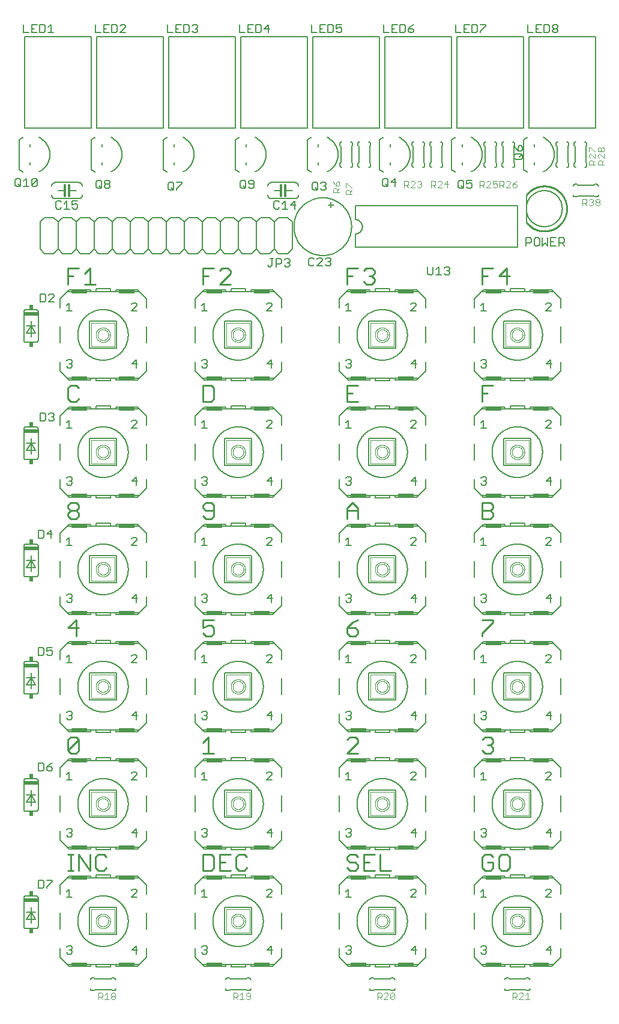
<source format=gto>
G75*
%MOIN*%
%OFA0B0*%
%FSLAX25Y25*%
%IPPOS*%
%LPD*%
%AMOC8*
5,1,8,0,0,1.08239X$1,22.5*
%
%ADD10C,0.00600*%
%ADD11C,0.00200*%
%ADD12C,0.00500*%
%ADD13R,0.08500X0.02000*%
%ADD14C,0.01000*%
%ADD15R,0.08000X0.02000*%
%ADD16R,0.02000X0.02500*%
%ADD17C,0.00400*%
%ADD18C,0.00800*%
%ADD19C,0.01200*%
D10*
X0013500Y0047500D02*
X0019500Y0047500D01*
X0019560Y0047502D01*
X0019621Y0047507D01*
X0019680Y0047516D01*
X0019739Y0047529D01*
X0019798Y0047545D01*
X0019855Y0047565D01*
X0019910Y0047588D01*
X0019965Y0047615D01*
X0020017Y0047644D01*
X0020068Y0047677D01*
X0020117Y0047713D01*
X0020163Y0047751D01*
X0020207Y0047793D01*
X0020249Y0047837D01*
X0020287Y0047883D01*
X0020323Y0047932D01*
X0020356Y0047983D01*
X0020385Y0048035D01*
X0020412Y0048090D01*
X0020435Y0048145D01*
X0020455Y0048202D01*
X0020471Y0048261D01*
X0020484Y0048320D01*
X0020493Y0048379D01*
X0020498Y0048440D01*
X0020500Y0048500D01*
X0020500Y0064500D01*
X0020498Y0064560D01*
X0020493Y0064621D01*
X0020484Y0064680D01*
X0020471Y0064739D01*
X0020455Y0064798D01*
X0020435Y0064855D01*
X0020412Y0064910D01*
X0020385Y0064965D01*
X0020356Y0065017D01*
X0020323Y0065068D01*
X0020287Y0065117D01*
X0020249Y0065163D01*
X0020207Y0065207D01*
X0020163Y0065249D01*
X0020117Y0065287D01*
X0020068Y0065323D01*
X0020017Y0065356D01*
X0019965Y0065385D01*
X0019910Y0065412D01*
X0019855Y0065435D01*
X0019798Y0065455D01*
X0019739Y0065471D01*
X0019680Y0065484D01*
X0019621Y0065493D01*
X0019560Y0065498D01*
X0019500Y0065500D01*
X0013500Y0065500D01*
X0013440Y0065498D01*
X0013379Y0065493D01*
X0013320Y0065484D01*
X0013261Y0065471D01*
X0013202Y0065455D01*
X0013145Y0065435D01*
X0013090Y0065412D01*
X0013035Y0065385D01*
X0012983Y0065356D01*
X0012932Y0065323D01*
X0012883Y0065287D01*
X0012837Y0065249D01*
X0012793Y0065207D01*
X0012751Y0065163D01*
X0012713Y0065117D01*
X0012677Y0065068D01*
X0012644Y0065017D01*
X0012615Y0064965D01*
X0012588Y0064910D01*
X0012565Y0064855D01*
X0012545Y0064798D01*
X0012529Y0064739D01*
X0012516Y0064680D01*
X0012507Y0064621D01*
X0012502Y0064560D01*
X0012500Y0064500D01*
X0012500Y0048500D01*
X0012502Y0048440D01*
X0012507Y0048379D01*
X0012516Y0048320D01*
X0012529Y0048261D01*
X0012545Y0048202D01*
X0012565Y0048145D01*
X0012588Y0048090D01*
X0012615Y0048035D01*
X0012644Y0047983D01*
X0012677Y0047932D01*
X0012713Y0047883D01*
X0012751Y0047837D01*
X0012793Y0047793D01*
X0012837Y0047751D01*
X0012883Y0047713D01*
X0012932Y0047677D01*
X0012983Y0047644D01*
X0013035Y0047615D01*
X0013090Y0047588D01*
X0013145Y0047565D01*
X0013202Y0047545D01*
X0013261Y0047529D01*
X0013320Y0047516D01*
X0013379Y0047507D01*
X0013440Y0047502D01*
X0013500Y0047500D01*
X0016500Y0050500D02*
X0016500Y0056500D01*
X0014000Y0056500D01*
X0016500Y0056500D02*
X0019000Y0056500D01*
X0016500Y0056500D02*
X0014000Y0052500D01*
X0019000Y0052500D01*
X0016500Y0056500D01*
X0016500Y0059000D01*
X0032500Y0056000D02*
X0032500Y0047000D01*
X0032500Y0036500D02*
X0032500Y0031500D01*
X0036500Y0027500D01*
X0037500Y0026500D01*
X0049500Y0026500D01*
X0049500Y0027500D01*
X0052500Y0027500D01*
X0060500Y0027500D01*
X0063500Y0027500D01*
X0076500Y0027500D01*
X0075500Y0026500D01*
X0063500Y0026500D01*
X0063500Y0027500D01*
X0060500Y0027500D02*
X0060500Y0026000D01*
X0052500Y0026000D01*
X0052500Y0027500D01*
X0049500Y0027500D02*
X0036500Y0027500D01*
X0050500Y0020000D02*
X0051500Y0020000D01*
X0052000Y0019500D01*
X0061000Y0019500D01*
X0061500Y0020000D01*
X0062500Y0020000D01*
X0062560Y0019998D01*
X0062621Y0019993D01*
X0062680Y0019984D01*
X0062739Y0019971D01*
X0062798Y0019955D01*
X0062855Y0019935D01*
X0062910Y0019912D01*
X0062965Y0019885D01*
X0063017Y0019856D01*
X0063068Y0019823D01*
X0063117Y0019787D01*
X0063163Y0019749D01*
X0063207Y0019707D01*
X0063249Y0019663D01*
X0063287Y0019617D01*
X0063323Y0019568D01*
X0063356Y0019517D01*
X0063385Y0019465D01*
X0063412Y0019410D01*
X0063435Y0019355D01*
X0063455Y0019298D01*
X0063471Y0019239D01*
X0063484Y0019180D01*
X0063493Y0019121D01*
X0063498Y0019060D01*
X0063500Y0019000D01*
X0063500Y0014000D02*
X0063498Y0013940D01*
X0063493Y0013879D01*
X0063484Y0013820D01*
X0063471Y0013761D01*
X0063455Y0013702D01*
X0063435Y0013645D01*
X0063412Y0013590D01*
X0063385Y0013535D01*
X0063356Y0013483D01*
X0063323Y0013432D01*
X0063287Y0013383D01*
X0063249Y0013337D01*
X0063207Y0013293D01*
X0063163Y0013251D01*
X0063117Y0013213D01*
X0063068Y0013177D01*
X0063017Y0013144D01*
X0062965Y0013115D01*
X0062910Y0013088D01*
X0062855Y0013065D01*
X0062798Y0013045D01*
X0062739Y0013029D01*
X0062680Y0013016D01*
X0062621Y0013007D01*
X0062560Y0013002D01*
X0062500Y0013000D01*
X0061500Y0013000D01*
X0061000Y0013500D01*
X0052000Y0013500D01*
X0051500Y0013000D01*
X0050500Y0013000D01*
X0050440Y0013002D01*
X0050379Y0013007D01*
X0050320Y0013016D01*
X0050261Y0013029D01*
X0050202Y0013045D01*
X0050145Y0013065D01*
X0050090Y0013088D01*
X0050035Y0013115D01*
X0049983Y0013144D01*
X0049932Y0013177D01*
X0049883Y0013213D01*
X0049837Y0013251D01*
X0049793Y0013293D01*
X0049751Y0013337D01*
X0049713Y0013383D01*
X0049677Y0013432D01*
X0049644Y0013483D01*
X0049615Y0013535D01*
X0049588Y0013590D01*
X0049565Y0013645D01*
X0049545Y0013702D01*
X0049529Y0013761D01*
X0049516Y0013820D01*
X0049507Y0013879D01*
X0049502Y0013940D01*
X0049500Y0014000D01*
X0049500Y0019000D02*
X0049502Y0019060D01*
X0049507Y0019121D01*
X0049516Y0019180D01*
X0049529Y0019239D01*
X0049545Y0019298D01*
X0049565Y0019355D01*
X0049588Y0019410D01*
X0049615Y0019465D01*
X0049644Y0019517D01*
X0049677Y0019568D01*
X0049713Y0019617D01*
X0049751Y0019663D01*
X0049793Y0019707D01*
X0049837Y0019749D01*
X0049883Y0019787D01*
X0049932Y0019823D01*
X0049983Y0019856D01*
X0050035Y0019885D01*
X0050090Y0019912D01*
X0050145Y0019935D01*
X0050202Y0019955D01*
X0050261Y0019971D01*
X0050320Y0019984D01*
X0050379Y0019993D01*
X0050440Y0019998D01*
X0050500Y0020000D01*
X0049000Y0044000D02*
X0049000Y0059000D01*
X0064000Y0059000D01*
X0064000Y0044000D01*
X0049000Y0044000D01*
X0042500Y0051500D02*
X0042504Y0051844D01*
X0042517Y0052187D01*
X0042538Y0052530D01*
X0042567Y0052872D01*
X0042605Y0053214D01*
X0042652Y0053554D01*
X0042706Y0053893D01*
X0042769Y0054231D01*
X0042840Y0054567D01*
X0042920Y0054902D01*
X0043007Y0055234D01*
X0043103Y0055564D01*
X0043207Y0055892D01*
X0043318Y0056216D01*
X0043438Y0056539D01*
X0043566Y0056858D01*
X0043701Y0057173D01*
X0043844Y0057486D01*
X0043995Y0057795D01*
X0044153Y0058100D01*
X0044319Y0058401D01*
X0044492Y0058697D01*
X0044672Y0058990D01*
X0044859Y0059278D01*
X0045054Y0059561D01*
X0045255Y0059840D01*
X0045463Y0060113D01*
X0045678Y0060382D01*
X0045899Y0060644D01*
X0046127Y0060902D01*
X0046361Y0061154D01*
X0046601Y0061399D01*
X0046846Y0061639D01*
X0047098Y0061873D01*
X0047356Y0062101D01*
X0047618Y0062322D01*
X0047887Y0062537D01*
X0048160Y0062745D01*
X0048439Y0062946D01*
X0048722Y0063141D01*
X0049010Y0063328D01*
X0049303Y0063508D01*
X0049599Y0063681D01*
X0049900Y0063847D01*
X0050205Y0064005D01*
X0050514Y0064156D01*
X0050827Y0064299D01*
X0051142Y0064434D01*
X0051461Y0064562D01*
X0051784Y0064682D01*
X0052108Y0064793D01*
X0052436Y0064897D01*
X0052766Y0064993D01*
X0053098Y0065080D01*
X0053433Y0065160D01*
X0053769Y0065231D01*
X0054107Y0065294D01*
X0054446Y0065348D01*
X0054786Y0065395D01*
X0055128Y0065433D01*
X0055470Y0065462D01*
X0055813Y0065483D01*
X0056156Y0065496D01*
X0056500Y0065500D01*
X0056844Y0065496D01*
X0057187Y0065483D01*
X0057530Y0065462D01*
X0057872Y0065433D01*
X0058214Y0065395D01*
X0058554Y0065348D01*
X0058893Y0065294D01*
X0059231Y0065231D01*
X0059567Y0065160D01*
X0059902Y0065080D01*
X0060234Y0064993D01*
X0060564Y0064897D01*
X0060892Y0064793D01*
X0061216Y0064682D01*
X0061539Y0064562D01*
X0061858Y0064434D01*
X0062173Y0064299D01*
X0062486Y0064156D01*
X0062795Y0064005D01*
X0063100Y0063847D01*
X0063401Y0063681D01*
X0063697Y0063508D01*
X0063990Y0063328D01*
X0064278Y0063141D01*
X0064561Y0062946D01*
X0064840Y0062745D01*
X0065113Y0062537D01*
X0065382Y0062322D01*
X0065644Y0062101D01*
X0065902Y0061873D01*
X0066154Y0061639D01*
X0066399Y0061399D01*
X0066639Y0061154D01*
X0066873Y0060902D01*
X0067101Y0060644D01*
X0067322Y0060382D01*
X0067537Y0060113D01*
X0067745Y0059840D01*
X0067946Y0059561D01*
X0068141Y0059278D01*
X0068328Y0058990D01*
X0068508Y0058697D01*
X0068681Y0058401D01*
X0068847Y0058100D01*
X0069005Y0057795D01*
X0069156Y0057486D01*
X0069299Y0057173D01*
X0069434Y0056858D01*
X0069562Y0056539D01*
X0069682Y0056216D01*
X0069793Y0055892D01*
X0069897Y0055564D01*
X0069993Y0055234D01*
X0070080Y0054902D01*
X0070160Y0054567D01*
X0070231Y0054231D01*
X0070294Y0053893D01*
X0070348Y0053554D01*
X0070395Y0053214D01*
X0070433Y0052872D01*
X0070462Y0052530D01*
X0070483Y0052187D01*
X0070496Y0051844D01*
X0070500Y0051500D01*
X0070496Y0051156D01*
X0070483Y0050813D01*
X0070462Y0050470D01*
X0070433Y0050128D01*
X0070395Y0049786D01*
X0070348Y0049446D01*
X0070294Y0049107D01*
X0070231Y0048769D01*
X0070160Y0048433D01*
X0070080Y0048098D01*
X0069993Y0047766D01*
X0069897Y0047436D01*
X0069793Y0047108D01*
X0069682Y0046784D01*
X0069562Y0046461D01*
X0069434Y0046142D01*
X0069299Y0045827D01*
X0069156Y0045514D01*
X0069005Y0045205D01*
X0068847Y0044900D01*
X0068681Y0044599D01*
X0068508Y0044303D01*
X0068328Y0044010D01*
X0068141Y0043722D01*
X0067946Y0043439D01*
X0067745Y0043160D01*
X0067537Y0042887D01*
X0067322Y0042618D01*
X0067101Y0042356D01*
X0066873Y0042098D01*
X0066639Y0041846D01*
X0066399Y0041601D01*
X0066154Y0041361D01*
X0065902Y0041127D01*
X0065644Y0040899D01*
X0065382Y0040678D01*
X0065113Y0040463D01*
X0064840Y0040255D01*
X0064561Y0040054D01*
X0064278Y0039859D01*
X0063990Y0039672D01*
X0063697Y0039492D01*
X0063401Y0039319D01*
X0063100Y0039153D01*
X0062795Y0038995D01*
X0062486Y0038844D01*
X0062173Y0038701D01*
X0061858Y0038566D01*
X0061539Y0038438D01*
X0061216Y0038318D01*
X0060892Y0038207D01*
X0060564Y0038103D01*
X0060234Y0038007D01*
X0059902Y0037920D01*
X0059567Y0037840D01*
X0059231Y0037769D01*
X0058893Y0037706D01*
X0058554Y0037652D01*
X0058214Y0037605D01*
X0057872Y0037567D01*
X0057530Y0037538D01*
X0057187Y0037517D01*
X0056844Y0037504D01*
X0056500Y0037500D01*
X0056156Y0037504D01*
X0055813Y0037517D01*
X0055470Y0037538D01*
X0055128Y0037567D01*
X0054786Y0037605D01*
X0054446Y0037652D01*
X0054107Y0037706D01*
X0053769Y0037769D01*
X0053433Y0037840D01*
X0053098Y0037920D01*
X0052766Y0038007D01*
X0052436Y0038103D01*
X0052108Y0038207D01*
X0051784Y0038318D01*
X0051461Y0038438D01*
X0051142Y0038566D01*
X0050827Y0038701D01*
X0050514Y0038844D01*
X0050205Y0038995D01*
X0049900Y0039153D01*
X0049599Y0039319D01*
X0049303Y0039492D01*
X0049010Y0039672D01*
X0048722Y0039859D01*
X0048439Y0040054D01*
X0048160Y0040255D01*
X0047887Y0040463D01*
X0047618Y0040678D01*
X0047356Y0040899D01*
X0047098Y0041127D01*
X0046846Y0041361D01*
X0046601Y0041601D01*
X0046361Y0041846D01*
X0046127Y0042098D01*
X0045899Y0042356D01*
X0045678Y0042618D01*
X0045463Y0042887D01*
X0045255Y0043160D01*
X0045054Y0043439D01*
X0044859Y0043722D01*
X0044672Y0044010D01*
X0044492Y0044303D01*
X0044319Y0044599D01*
X0044153Y0044900D01*
X0043995Y0045205D01*
X0043844Y0045514D01*
X0043701Y0045827D01*
X0043566Y0046142D01*
X0043438Y0046461D01*
X0043318Y0046784D01*
X0043207Y0047108D01*
X0043103Y0047436D01*
X0043007Y0047766D01*
X0042920Y0048098D01*
X0042840Y0048433D01*
X0042769Y0048769D01*
X0042706Y0049107D01*
X0042652Y0049446D01*
X0042605Y0049786D01*
X0042567Y0050128D01*
X0042538Y0050470D01*
X0042517Y0050813D01*
X0042504Y0051156D01*
X0042500Y0051500D01*
X0032500Y0066500D02*
X0032500Y0071500D01*
X0036500Y0075500D01*
X0037500Y0076500D01*
X0049500Y0076500D01*
X0049500Y0075500D01*
X0052500Y0075500D01*
X0060500Y0075500D01*
X0063500Y0075500D01*
X0063500Y0076500D01*
X0075500Y0076500D01*
X0076500Y0075500D01*
X0063500Y0075500D01*
X0060500Y0075500D02*
X0060500Y0077000D01*
X0052500Y0077000D01*
X0052500Y0075500D01*
X0049500Y0075500D02*
X0036500Y0075500D01*
X0037500Y0091500D02*
X0036500Y0092500D01*
X0049500Y0092500D01*
X0052500Y0092500D01*
X0060500Y0092500D01*
X0063500Y0092500D01*
X0076500Y0092500D01*
X0075500Y0091500D01*
X0063500Y0091500D01*
X0063500Y0092500D01*
X0060500Y0092500D02*
X0060500Y0091000D01*
X0052500Y0091000D01*
X0052500Y0092500D01*
X0049500Y0092500D02*
X0049500Y0091500D01*
X0037500Y0091500D01*
X0036500Y0092500D02*
X0032500Y0096500D01*
X0032500Y0101500D01*
X0032500Y0112000D02*
X0032500Y0121000D01*
X0032500Y0131500D02*
X0032500Y0136500D01*
X0036500Y0140500D01*
X0037500Y0141500D01*
X0049500Y0141500D01*
X0049500Y0140500D01*
X0052500Y0140500D01*
X0060500Y0140500D01*
X0063500Y0140500D01*
X0063500Y0141500D01*
X0075500Y0141500D01*
X0076500Y0140500D01*
X0063500Y0140500D01*
X0060500Y0140500D02*
X0060500Y0142000D01*
X0052500Y0142000D01*
X0052500Y0140500D01*
X0049500Y0140500D02*
X0036500Y0140500D01*
X0037500Y0156500D02*
X0036500Y0157500D01*
X0049500Y0157500D01*
X0052500Y0157500D01*
X0060500Y0157500D01*
X0063500Y0157500D01*
X0076500Y0157500D01*
X0075500Y0156500D01*
X0063500Y0156500D01*
X0063500Y0157500D01*
X0060500Y0157500D02*
X0060500Y0156000D01*
X0052500Y0156000D01*
X0052500Y0157500D01*
X0049500Y0157500D02*
X0049500Y0156500D01*
X0037500Y0156500D01*
X0036500Y0157500D02*
X0032500Y0161500D01*
X0032500Y0166500D01*
X0032500Y0177000D02*
X0032500Y0186000D01*
X0032500Y0196500D02*
X0032500Y0201500D01*
X0036500Y0205500D01*
X0037500Y0206500D01*
X0049500Y0206500D01*
X0049500Y0205500D01*
X0052500Y0205500D01*
X0060500Y0205500D01*
X0063500Y0205500D01*
X0063500Y0206500D01*
X0075500Y0206500D01*
X0076500Y0205500D01*
X0063500Y0205500D01*
X0060500Y0205500D02*
X0060500Y0207000D01*
X0052500Y0207000D01*
X0052500Y0205500D01*
X0049500Y0205500D02*
X0036500Y0205500D01*
X0037500Y0221500D02*
X0036500Y0222500D01*
X0049500Y0222500D01*
X0052500Y0222500D01*
X0060500Y0222500D01*
X0063500Y0222500D01*
X0076500Y0222500D01*
X0075500Y0221500D01*
X0063500Y0221500D01*
X0063500Y0222500D01*
X0060500Y0222500D02*
X0060500Y0221000D01*
X0052500Y0221000D01*
X0052500Y0222500D01*
X0049500Y0222500D02*
X0049500Y0221500D01*
X0037500Y0221500D01*
X0036500Y0222500D02*
X0032500Y0226500D01*
X0032500Y0231500D01*
X0032500Y0242000D02*
X0032500Y0251000D01*
X0032500Y0261500D02*
X0032500Y0266500D01*
X0036500Y0270500D01*
X0037500Y0271500D01*
X0049500Y0271500D01*
X0049500Y0270500D01*
X0052500Y0270500D01*
X0060500Y0270500D01*
X0063500Y0270500D01*
X0063500Y0271500D01*
X0075500Y0271500D01*
X0076500Y0270500D01*
X0063500Y0270500D01*
X0060500Y0270500D02*
X0060500Y0272000D01*
X0052500Y0272000D01*
X0052500Y0270500D01*
X0049500Y0270500D02*
X0036500Y0270500D01*
X0037500Y0286500D02*
X0036500Y0287500D01*
X0049500Y0287500D01*
X0052500Y0287500D01*
X0060500Y0287500D01*
X0063500Y0287500D01*
X0076500Y0287500D01*
X0075500Y0286500D01*
X0063500Y0286500D01*
X0063500Y0287500D01*
X0060500Y0287500D02*
X0060500Y0286000D01*
X0052500Y0286000D01*
X0052500Y0287500D01*
X0049500Y0287500D02*
X0049500Y0286500D01*
X0037500Y0286500D01*
X0036500Y0287500D02*
X0032500Y0291500D01*
X0032500Y0296500D01*
X0032500Y0307000D02*
X0032500Y0316000D01*
X0032500Y0326500D02*
X0032500Y0331500D01*
X0036500Y0335500D01*
X0037500Y0336500D01*
X0049500Y0336500D01*
X0049500Y0335500D01*
X0052500Y0335500D01*
X0060500Y0335500D01*
X0063500Y0335500D01*
X0063500Y0336500D01*
X0075500Y0336500D01*
X0076500Y0335500D01*
X0063500Y0335500D01*
X0060500Y0335500D02*
X0060500Y0337000D01*
X0052500Y0337000D01*
X0052500Y0335500D01*
X0049500Y0335500D02*
X0036500Y0335500D01*
X0037500Y0351500D02*
X0036500Y0352500D01*
X0049500Y0352500D01*
X0052500Y0352500D01*
X0060500Y0352500D01*
X0063500Y0352500D01*
X0076500Y0352500D01*
X0075500Y0351500D01*
X0063500Y0351500D01*
X0063500Y0352500D01*
X0060500Y0352500D02*
X0060500Y0351000D01*
X0052500Y0351000D01*
X0052500Y0352500D01*
X0049500Y0352500D02*
X0049500Y0351500D01*
X0037500Y0351500D01*
X0036500Y0352500D02*
X0032500Y0356500D01*
X0032500Y0361500D01*
X0032500Y0372000D02*
X0032500Y0381000D01*
X0032500Y0391500D02*
X0032500Y0396500D01*
X0036500Y0400500D01*
X0037500Y0401500D01*
X0049500Y0401500D01*
X0049500Y0400500D01*
X0052500Y0400500D01*
X0060500Y0400500D01*
X0063500Y0400500D01*
X0063500Y0401500D01*
X0075500Y0401500D01*
X0076500Y0400500D01*
X0063500Y0400500D01*
X0060500Y0400500D02*
X0060500Y0402000D01*
X0052500Y0402000D01*
X0052500Y0400500D01*
X0049500Y0400500D02*
X0036500Y0400500D01*
X0049000Y0384000D02*
X0049000Y0369000D01*
X0064000Y0369000D01*
X0064000Y0384000D01*
X0049000Y0384000D01*
X0042500Y0376500D02*
X0042504Y0376844D01*
X0042517Y0377187D01*
X0042538Y0377530D01*
X0042567Y0377872D01*
X0042605Y0378214D01*
X0042652Y0378554D01*
X0042706Y0378893D01*
X0042769Y0379231D01*
X0042840Y0379567D01*
X0042920Y0379902D01*
X0043007Y0380234D01*
X0043103Y0380564D01*
X0043207Y0380892D01*
X0043318Y0381216D01*
X0043438Y0381539D01*
X0043566Y0381858D01*
X0043701Y0382173D01*
X0043844Y0382486D01*
X0043995Y0382795D01*
X0044153Y0383100D01*
X0044319Y0383401D01*
X0044492Y0383697D01*
X0044672Y0383990D01*
X0044859Y0384278D01*
X0045054Y0384561D01*
X0045255Y0384840D01*
X0045463Y0385113D01*
X0045678Y0385382D01*
X0045899Y0385644D01*
X0046127Y0385902D01*
X0046361Y0386154D01*
X0046601Y0386399D01*
X0046846Y0386639D01*
X0047098Y0386873D01*
X0047356Y0387101D01*
X0047618Y0387322D01*
X0047887Y0387537D01*
X0048160Y0387745D01*
X0048439Y0387946D01*
X0048722Y0388141D01*
X0049010Y0388328D01*
X0049303Y0388508D01*
X0049599Y0388681D01*
X0049900Y0388847D01*
X0050205Y0389005D01*
X0050514Y0389156D01*
X0050827Y0389299D01*
X0051142Y0389434D01*
X0051461Y0389562D01*
X0051784Y0389682D01*
X0052108Y0389793D01*
X0052436Y0389897D01*
X0052766Y0389993D01*
X0053098Y0390080D01*
X0053433Y0390160D01*
X0053769Y0390231D01*
X0054107Y0390294D01*
X0054446Y0390348D01*
X0054786Y0390395D01*
X0055128Y0390433D01*
X0055470Y0390462D01*
X0055813Y0390483D01*
X0056156Y0390496D01*
X0056500Y0390500D01*
X0056844Y0390496D01*
X0057187Y0390483D01*
X0057530Y0390462D01*
X0057872Y0390433D01*
X0058214Y0390395D01*
X0058554Y0390348D01*
X0058893Y0390294D01*
X0059231Y0390231D01*
X0059567Y0390160D01*
X0059902Y0390080D01*
X0060234Y0389993D01*
X0060564Y0389897D01*
X0060892Y0389793D01*
X0061216Y0389682D01*
X0061539Y0389562D01*
X0061858Y0389434D01*
X0062173Y0389299D01*
X0062486Y0389156D01*
X0062795Y0389005D01*
X0063100Y0388847D01*
X0063401Y0388681D01*
X0063697Y0388508D01*
X0063990Y0388328D01*
X0064278Y0388141D01*
X0064561Y0387946D01*
X0064840Y0387745D01*
X0065113Y0387537D01*
X0065382Y0387322D01*
X0065644Y0387101D01*
X0065902Y0386873D01*
X0066154Y0386639D01*
X0066399Y0386399D01*
X0066639Y0386154D01*
X0066873Y0385902D01*
X0067101Y0385644D01*
X0067322Y0385382D01*
X0067537Y0385113D01*
X0067745Y0384840D01*
X0067946Y0384561D01*
X0068141Y0384278D01*
X0068328Y0383990D01*
X0068508Y0383697D01*
X0068681Y0383401D01*
X0068847Y0383100D01*
X0069005Y0382795D01*
X0069156Y0382486D01*
X0069299Y0382173D01*
X0069434Y0381858D01*
X0069562Y0381539D01*
X0069682Y0381216D01*
X0069793Y0380892D01*
X0069897Y0380564D01*
X0069993Y0380234D01*
X0070080Y0379902D01*
X0070160Y0379567D01*
X0070231Y0379231D01*
X0070294Y0378893D01*
X0070348Y0378554D01*
X0070395Y0378214D01*
X0070433Y0377872D01*
X0070462Y0377530D01*
X0070483Y0377187D01*
X0070496Y0376844D01*
X0070500Y0376500D01*
X0070496Y0376156D01*
X0070483Y0375813D01*
X0070462Y0375470D01*
X0070433Y0375128D01*
X0070395Y0374786D01*
X0070348Y0374446D01*
X0070294Y0374107D01*
X0070231Y0373769D01*
X0070160Y0373433D01*
X0070080Y0373098D01*
X0069993Y0372766D01*
X0069897Y0372436D01*
X0069793Y0372108D01*
X0069682Y0371784D01*
X0069562Y0371461D01*
X0069434Y0371142D01*
X0069299Y0370827D01*
X0069156Y0370514D01*
X0069005Y0370205D01*
X0068847Y0369900D01*
X0068681Y0369599D01*
X0068508Y0369303D01*
X0068328Y0369010D01*
X0068141Y0368722D01*
X0067946Y0368439D01*
X0067745Y0368160D01*
X0067537Y0367887D01*
X0067322Y0367618D01*
X0067101Y0367356D01*
X0066873Y0367098D01*
X0066639Y0366846D01*
X0066399Y0366601D01*
X0066154Y0366361D01*
X0065902Y0366127D01*
X0065644Y0365899D01*
X0065382Y0365678D01*
X0065113Y0365463D01*
X0064840Y0365255D01*
X0064561Y0365054D01*
X0064278Y0364859D01*
X0063990Y0364672D01*
X0063697Y0364492D01*
X0063401Y0364319D01*
X0063100Y0364153D01*
X0062795Y0363995D01*
X0062486Y0363844D01*
X0062173Y0363701D01*
X0061858Y0363566D01*
X0061539Y0363438D01*
X0061216Y0363318D01*
X0060892Y0363207D01*
X0060564Y0363103D01*
X0060234Y0363007D01*
X0059902Y0362920D01*
X0059567Y0362840D01*
X0059231Y0362769D01*
X0058893Y0362706D01*
X0058554Y0362652D01*
X0058214Y0362605D01*
X0057872Y0362567D01*
X0057530Y0362538D01*
X0057187Y0362517D01*
X0056844Y0362504D01*
X0056500Y0362500D01*
X0056156Y0362504D01*
X0055813Y0362517D01*
X0055470Y0362538D01*
X0055128Y0362567D01*
X0054786Y0362605D01*
X0054446Y0362652D01*
X0054107Y0362706D01*
X0053769Y0362769D01*
X0053433Y0362840D01*
X0053098Y0362920D01*
X0052766Y0363007D01*
X0052436Y0363103D01*
X0052108Y0363207D01*
X0051784Y0363318D01*
X0051461Y0363438D01*
X0051142Y0363566D01*
X0050827Y0363701D01*
X0050514Y0363844D01*
X0050205Y0363995D01*
X0049900Y0364153D01*
X0049599Y0364319D01*
X0049303Y0364492D01*
X0049010Y0364672D01*
X0048722Y0364859D01*
X0048439Y0365054D01*
X0048160Y0365255D01*
X0047887Y0365463D01*
X0047618Y0365678D01*
X0047356Y0365899D01*
X0047098Y0366127D01*
X0046846Y0366361D01*
X0046601Y0366601D01*
X0046361Y0366846D01*
X0046127Y0367098D01*
X0045899Y0367356D01*
X0045678Y0367618D01*
X0045463Y0367887D01*
X0045255Y0368160D01*
X0045054Y0368439D01*
X0044859Y0368722D01*
X0044672Y0369010D01*
X0044492Y0369303D01*
X0044319Y0369599D01*
X0044153Y0369900D01*
X0043995Y0370205D01*
X0043844Y0370514D01*
X0043701Y0370827D01*
X0043566Y0371142D01*
X0043438Y0371461D01*
X0043318Y0371784D01*
X0043207Y0372108D01*
X0043103Y0372436D01*
X0043007Y0372766D01*
X0042920Y0373098D01*
X0042840Y0373433D01*
X0042769Y0373769D01*
X0042706Y0374107D01*
X0042652Y0374446D01*
X0042605Y0374786D01*
X0042567Y0375128D01*
X0042538Y0375470D01*
X0042517Y0375813D01*
X0042504Y0376156D01*
X0042500Y0376500D01*
X0020500Y0373500D02*
X0020500Y0389500D01*
X0020498Y0389560D01*
X0020493Y0389621D01*
X0020484Y0389680D01*
X0020471Y0389739D01*
X0020455Y0389798D01*
X0020435Y0389855D01*
X0020412Y0389910D01*
X0020385Y0389965D01*
X0020356Y0390017D01*
X0020323Y0390068D01*
X0020287Y0390117D01*
X0020249Y0390163D01*
X0020207Y0390207D01*
X0020163Y0390249D01*
X0020117Y0390287D01*
X0020068Y0390323D01*
X0020017Y0390356D01*
X0019965Y0390385D01*
X0019910Y0390412D01*
X0019855Y0390435D01*
X0019798Y0390455D01*
X0019739Y0390471D01*
X0019680Y0390484D01*
X0019621Y0390493D01*
X0019560Y0390498D01*
X0019500Y0390500D01*
X0013500Y0390500D01*
X0013440Y0390498D01*
X0013379Y0390493D01*
X0013320Y0390484D01*
X0013261Y0390471D01*
X0013202Y0390455D01*
X0013145Y0390435D01*
X0013090Y0390412D01*
X0013035Y0390385D01*
X0012983Y0390356D01*
X0012932Y0390323D01*
X0012883Y0390287D01*
X0012837Y0390249D01*
X0012793Y0390207D01*
X0012751Y0390163D01*
X0012713Y0390117D01*
X0012677Y0390068D01*
X0012644Y0390017D01*
X0012615Y0389965D01*
X0012588Y0389910D01*
X0012565Y0389855D01*
X0012545Y0389798D01*
X0012529Y0389739D01*
X0012516Y0389680D01*
X0012507Y0389621D01*
X0012502Y0389560D01*
X0012500Y0389500D01*
X0012500Y0373500D01*
X0012502Y0373440D01*
X0012507Y0373379D01*
X0012516Y0373320D01*
X0012529Y0373261D01*
X0012545Y0373202D01*
X0012565Y0373145D01*
X0012588Y0373090D01*
X0012615Y0373035D01*
X0012644Y0372983D01*
X0012677Y0372932D01*
X0012713Y0372883D01*
X0012751Y0372837D01*
X0012793Y0372793D01*
X0012837Y0372751D01*
X0012883Y0372713D01*
X0012932Y0372677D01*
X0012983Y0372644D01*
X0013035Y0372615D01*
X0013090Y0372588D01*
X0013145Y0372565D01*
X0013202Y0372545D01*
X0013261Y0372529D01*
X0013320Y0372516D01*
X0013379Y0372507D01*
X0013440Y0372502D01*
X0013500Y0372500D01*
X0019500Y0372500D01*
X0019560Y0372502D01*
X0019621Y0372507D01*
X0019680Y0372516D01*
X0019739Y0372529D01*
X0019798Y0372545D01*
X0019855Y0372565D01*
X0019910Y0372588D01*
X0019965Y0372615D01*
X0020017Y0372644D01*
X0020068Y0372677D01*
X0020117Y0372713D01*
X0020163Y0372751D01*
X0020207Y0372793D01*
X0020249Y0372837D01*
X0020287Y0372883D01*
X0020323Y0372932D01*
X0020356Y0372983D01*
X0020385Y0373035D01*
X0020412Y0373090D01*
X0020435Y0373145D01*
X0020455Y0373202D01*
X0020471Y0373261D01*
X0020484Y0373320D01*
X0020493Y0373379D01*
X0020498Y0373440D01*
X0020500Y0373500D01*
X0019000Y0377500D02*
X0016500Y0381500D01*
X0014000Y0381500D01*
X0016500Y0381500D02*
X0019000Y0381500D01*
X0016500Y0381500D02*
X0016500Y0375500D01*
X0014000Y0377500D02*
X0016500Y0381500D01*
X0016500Y0384000D01*
X0019000Y0377500D02*
X0014000Y0377500D01*
X0024000Y0421500D02*
X0021500Y0424000D01*
X0021500Y0439000D01*
X0024000Y0441500D01*
X0029000Y0441500D01*
X0031500Y0439000D01*
X0031500Y0424000D01*
X0029000Y0421500D01*
X0024000Y0421500D01*
X0031500Y0424000D02*
X0034000Y0421500D01*
X0039000Y0421500D01*
X0041500Y0424000D01*
X0041500Y0439000D01*
X0044000Y0441500D01*
X0049000Y0441500D01*
X0051500Y0439000D01*
X0051500Y0424000D01*
X0049000Y0421500D01*
X0044000Y0421500D01*
X0041500Y0424000D01*
X0051500Y0424000D02*
X0054000Y0421500D01*
X0059000Y0421500D01*
X0061500Y0424000D01*
X0061500Y0439000D01*
X0064000Y0441500D01*
X0069000Y0441500D01*
X0071500Y0439000D01*
X0071500Y0424000D01*
X0069000Y0421500D01*
X0064000Y0421500D01*
X0061500Y0424000D01*
X0071500Y0424000D02*
X0074000Y0421500D01*
X0079000Y0421500D01*
X0081500Y0424000D01*
X0081500Y0439000D01*
X0084000Y0441500D01*
X0089000Y0441500D01*
X0091500Y0439000D01*
X0091500Y0424000D01*
X0089000Y0421500D01*
X0084000Y0421500D01*
X0081500Y0424000D01*
X0091500Y0424000D02*
X0094000Y0421500D01*
X0099000Y0421500D01*
X0101500Y0424000D01*
X0101500Y0439000D01*
X0099000Y0441500D01*
X0094000Y0441500D01*
X0091500Y0439000D01*
X0081500Y0439000D02*
X0079000Y0441500D01*
X0074000Y0441500D01*
X0071500Y0439000D01*
X0061500Y0439000D02*
X0059000Y0441500D01*
X0054000Y0441500D01*
X0051500Y0439000D01*
X0041500Y0439000D02*
X0039000Y0441500D01*
X0034000Y0441500D01*
X0031500Y0439000D01*
X0030000Y0452000D02*
X0043000Y0452000D01*
X0043087Y0452002D01*
X0043174Y0452008D01*
X0043261Y0452017D01*
X0043347Y0452030D01*
X0043433Y0452047D01*
X0043518Y0452068D01*
X0043601Y0452093D01*
X0043684Y0452121D01*
X0043765Y0452152D01*
X0043845Y0452187D01*
X0043923Y0452226D01*
X0044000Y0452268D01*
X0044075Y0452313D01*
X0044147Y0452362D01*
X0044218Y0452413D01*
X0044286Y0452468D01*
X0044351Y0452525D01*
X0044414Y0452586D01*
X0044475Y0452649D01*
X0044532Y0452714D01*
X0044587Y0452782D01*
X0044638Y0452853D01*
X0044687Y0452925D01*
X0044732Y0453000D01*
X0044774Y0453077D01*
X0044813Y0453155D01*
X0044848Y0453235D01*
X0044879Y0453316D01*
X0044907Y0453399D01*
X0044932Y0453482D01*
X0044953Y0453567D01*
X0044970Y0453653D01*
X0044983Y0453739D01*
X0044992Y0453826D01*
X0044998Y0453913D01*
X0045000Y0454000D01*
X0041500Y0456500D02*
X0037800Y0456500D01*
X0035300Y0456500D02*
X0031500Y0456500D01*
X0028000Y0459000D02*
X0028002Y0459087D01*
X0028008Y0459174D01*
X0028017Y0459261D01*
X0028030Y0459347D01*
X0028047Y0459433D01*
X0028068Y0459518D01*
X0028093Y0459601D01*
X0028121Y0459684D01*
X0028152Y0459765D01*
X0028187Y0459845D01*
X0028226Y0459923D01*
X0028268Y0460000D01*
X0028313Y0460075D01*
X0028362Y0460147D01*
X0028413Y0460218D01*
X0028468Y0460286D01*
X0028525Y0460351D01*
X0028586Y0460414D01*
X0028649Y0460475D01*
X0028714Y0460532D01*
X0028782Y0460587D01*
X0028853Y0460638D01*
X0028925Y0460687D01*
X0029000Y0460732D01*
X0029077Y0460774D01*
X0029155Y0460813D01*
X0029235Y0460848D01*
X0029316Y0460879D01*
X0029399Y0460907D01*
X0029482Y0460932D01*
X0029567Y0460953D01*
X0029653Y0460970D01*
X0029739Y0460983D01*
X0029826Y0460992D01*
X0029913Y0460998D01*
X0030000Y0461000D01*
X0043000Y0461000D01*
X0043087Y0460998D01*
X0043174Y0460992D01*
X0043261Y0460983D01*
X0043347Y0460970D01*
X0043433Y0460953D01*
X0043518Y0460932D01*
X0043601Y0460907D01*
X0043684Y0460879D01*
X0043765Y0460848D01*
X0043845Y0460813D01*
X0043923Y0460774D01*
X0044000Y0460732D01*
X0044075Y0460687D01*
X0044147Y0460638D01*
X0044218Y0460587D01*
X0044286Y0460532D01*
X0044351Y0460475D01*
X0044414Y0460414D01*
X0044475Y0460351D01*
X0044532Y0460286D01*
X0044587Y0460218D01*
X0044638Y0460147D01*
X0044687Y0460075D01*
X0044732Y0460000D01*
X0044774Y0459923D01*
X0044813Y0459845D01*
X0044848Y0459765D01*
X0044879Y0459684D01*
X0044907Y0459601D01*
X0044932Y0459518D01*
X0044953Y0459433D01*
X0044970Y0459347D01*
X0044983Y0459261D01*
X0044992Y0459174D01*
X0044998Y0459087D01*
X0045000Y0459000D01*
X0030000Y0452000D02*
X0029913Y0452002D01*
X0029826Y0452008D01*
X0029739Y0452017D01*
X0029653Y0452030D01*
X0029567Y0452047D01*
X0029482Y0452068D01*
X0029399Y0452093D01*
X0029316Y0452121D01*
X0029235Y0452152D01*
X0029155Y0452187D01*
X0029077Y0452226D01*
X0029000Y0452268D01*
X0028925Y0452313D01*
X0028853Y0452362D01*
X0028782Y0452413D01*
X0028714Y0452468D01*
X0028649Y0452525D01*
X0028586Y0452586D01*
X0028525Y0452649D01*
X0028468Y0452714D01*
X0028413Y0452782D01*
X0028362Y0452853D01*
X0028313Y0452925D01*
X0028268Y0453000D01*
X0028226Y0453077D01*
X0028187Y0453155D01*
X0028152Y0453235D01*
X0028121Y0453316D01*
X0028093Y0453399D01*
X0028068Y0453482D01*
X0028047Y0453567D01*
X0028030Y0453653D01*
X0028017Y0453739D01*
X0028008Y0453826D01*
X0028002Y0453913D01*
X0028000Y0454000D01*
X0012886Y0491197D02*
X0012886Y0541705D01*
X0050114Y0541705D01*
X0050114Y0491197D01*
X0012886Y0491197D01*
X0052886Y0491197D02*
X0052886Y0541705D01*
X0090114Y0541705D01*
X0090114Y0491197D01*
X0052886Y0491197D01*
X0092886Y0491197D02*
X0092886Y0541705D01*
X0130114Y0541705D01*
X0130114Y0491197D01*
X0092886Y0491197D01*
X0104000Y0441500D02*
X0101500Y0439000D01*
X0104000Y0441500D02*
X0109000Y0441500D01*
X0111500Y0439000D01*
X0111500Y0424000D01*
X0109000Y0421500D01*
X0104000Y0421500D01*
X0101500Y0424000D01*
X0111500Y0424000D02*
X0114000Y0421500D01*
X0119000Y0421500D01*
X0121500Y0424000D01*
X0121500Y0439000D01*
X0119000Y0441500D01*
X0114000Y0441500D01*
X0111500Y0439000D01*
X0121500Y0439000D02*
X0124000Y0441500D01*
X0129000Y0441500D01*
X0131500Y0439000D01*
X0131500Y0424000D01*
X0129000Y0421500D01*
X0124000Y0421500D01*
X0121500Y0424000D01*
X0131500Y0424000D02*
X0134000Y0421500D01*
X0139000Y0421500D01*
X0141500Y0424000D01*
X0141500Y0439000D01*
X0139000Y0441500D01*
X0134000Y0441500D01*
X0131500Y0439000D01*
X0141500Y0439000D02*
X0144000Y0441500D01*
X0149000Y0441500D01*
X0151500Y0439000D01*
X0151500Y0424000D01*
X0149000Y0421500D01*
X0144000Y0421500D01*
X0141500Y0424000D01*
X0151500Y0424000D02*
X0154000Y0421500D01*
X0159000Y0421500D01*
X0161500Y0424000D01*
X0161500Y0439000D01*
X0159000Y0441500D01*
X0154000Y0441500D01*
X0151500Y0439000D01*
X0150000Y0452000D02*
X0163000Y0452000D01*
X0163087Y0452002D01*
X0163174Y0452008D01*
X0163261Y0452017D01*
X0163347Y0452030D01*
X0163433Y0452047D01*
X0163518Y0452068D01*
X0163601Y0452093D01*
X0163684Y0452121D01*
X0163765Y0452152D01*
X0163845Y0452187D01*
X0163923Y0452226D01*
X0164000Y0452268D01*
X0164075Y0452313D01*
X0164147Y0452362D01*
X0164218Y0452413D01*
X0164286Y0452468D01*
X0164351Y0452525D01*
X0164414Y0452586D01*
X0164475Y0452649D01*
X0164532Y0452714D01*
X0164587Y0452782D01*
X0164638Y0452853D01*
X0164687Y0452925D01*
X0164732Y0453000D01*
X0164774Y0453077D01*
X0164813Y0453155D01*
X0164848Y0453235D01*
X0164879Y0453316D01*
X0164907Y0453399D01*
X0164932Y0453482D01*
X0164953Y0453567D01*
X0164970Y0453653D01*
X0164983Y0453739D01*
X0164992Y0453826D01*
X0164998Y0453913D01*
X0165000Y0454000D01*
X0161500Y0456500D02*
X0157700Y0456500D01*
X0155200Y0456500D02*
X0151500Y0456500D01*
X0148000Y0459000D02*
X0148002Y0459087D01*
X0148008Y0459174D01*
X0148017Y0459261D01*
X0148030Y0459347D01*
X0148047Y0459433D01*
X0148068Y0459518D01*
X0148093Y0459601D01*
X0148121Y0459684D01*
X0148152Y0459765D01*
X0148187Y0459845D01*
X0148226Y0459923D01*
X0148268Y0460000D01*
X0148313Y0460075D01*
X0148362Y0460147D01*
X0148413Y0460218D01*
X0148468Y0460286D01*
X0148525Y0460351D01*
X0148586Y0460414D01*
X0148649Y0460475D01*
X0148714Y0460532D01*
X0148782Y0460587D01*
X0148853Y0460638D01*
X0148925Y0460687D01*
X0149000Y0460732D01*
X0149077Y0460774D01*
X0149155Y0460813D01*
X0149235Y0460848D01*
X0149316Y0460879D01*
X0149399Y0460907D01*
X0149482Y0460932D01*
X0149567Y0460953D01*
X0149653Y0460970D01*
X0149739Y0460983D01*
X0149826Y0460992D01*
X0149913Y0460998D01*
X0150000Y0461000D01*
X0163000Y0461000D01*
X0163087Y0460998D01*
X0163174Y0460992D01*
X0163261Y0460983D01*
X0163347Y0460970D01*
X0163433Y0460953D01*
X0163518Y0460932D01*
X0163601Y0460907D01*
X0163684Y0460879D01*
X0163765Y0460848D01*
X0163845Y0460813D01*
X0163923Y0460774D01*
X0164000Y0460732D01*
X0164075Y0460687D01*
X0164147Y0460638D01*
X0164218Y0460587D01*
X0164286Y0460532D01*
X0164351Y0460475D01*
X0164414Y0460414D01*
X0164475Y0460351D01*
X0164532Y0460286D01*
X0164587Y0460218D01*
X0164638Y0460147D01*
X0164687Y0460075D01*
X0164732Y0460000D01*
X0164774Y0459923D01*
X0164813Y0459845D01*
X0164848Y0459765D01*
X0164879Y0459684D01*
X0164907Y0459601D01*
X0164932Y0459518D01*
X0164953Y0459433D01*
X0164970Y0459347D01*
X0164983Y0459261D01*
X0164992Y0459174D01*
X0164998Y0459087D01*
X0165000Y0459000D01*
X0181500Y0448500D02*
X0184500Y0448500D01*
X0183000Y0450000D02*
X0183000Y0447000D01*
X0162500Y0436500D02*
X0162505Y0436893D01*
X0162519Y0437285D01*
X0162543Y0437677D01*
X0162577Y0438068D01*
X0162620Y0438459D01*
X0162673Y0438848D01*
X0162736Y0439235D01*
X0162807Y0439621D01*
X0162889Y0440006D01*
X0162979Y0440388D01*
X0163080Y0440767D01*
X0163189Y0441145D01*
X0163308Y0441519D01*
X0163435Y0441890D01*
X0163572Y0442258D01*
X0163718Y0442623D01*
X0163873Y0442984D01*
X0164036Y0443341D01*
X0164208Y0443694D01*
X0164389Y0444042D01*
X0164579Y0444386D01*
X0164776Y0444726D01*
X0164982Y0445060D01*
X0165196Y0445389D01*
X0165419Y0445713D01*
X0165649Y0446031D01*
X0165886Y0446344D01*
X0166132Y0446650D01*
X0166385Y0446951D01*
X0166645Y0447245D01*
X0166912Y0447533D01*
X0167186Y0447814D01*
X0167467Y0448088D01*
X0167755Y0448355D01*
X0168049Y0448615D01*
X0168350Y0448868D01*
X0168656Y0449114D01*
X0168969Y0449351D01*
X0169287Y0449581D01*
X0169611Y0449804D01*
X0169940Y0450018D01*
X0170274Y0450224D01*
X0170614Y0450421D01*
X0170958Y0450611D01*
X0171306Y0450792D01*
X0171659Y0450964D01*
X0172016Y0451127D01*
X0172377Y0451282D01*
X0172742Y0451428D01*
X0173110Y0451565D01*
X0173481Y0451692D01*
X0173855Y0451811D01*
X0174233Y0451920D01*
X0174612Y0452021D01*
X0174994Y0452111D01*
X0175379Y0452193D01*
X0175765Y0452264D01*
X0176152Y0452327D01*
X0176541Y0452380D01*
X0176932Y0452423D01*
X0177323Y0452457D01*
X0177715Y0452481D01*
X0178107Y0452495D01*
X0178500Y0452500D01*
X0178893Y0452495D01*
X0179285Y0452481D01*
X0179677Y0452457D01*
X0180068Y0452423D01*
X0180459Y0452380D01*
X0180848Y0452327D01*
X0181235Y0452264D01*
X0181621Y0452193D01*
X0182006Y0452111D01*
X0182388Y0452021D01*
X0182767Y0451920D01*
X0183145Y0451811D01*
X0183519Y0451692D01*
X0183890Y0451565D01*
X0184258Y0451428D01*
X0184623Y0451282D01*
X0184984Y0451127D01*
X0185341Y0450964D01*
X0185694Y0450792D01*
X0186042Y0450611D01*
X0186386Y0450421D01*
X0186726Y0450224D01*
X0187060Y0450018D01*
X0187389Y0449804D01*
X0187713Y0449581D01*
X0188031Y0449351D01*
X0188344Y0449114D01*
X0188650Y0448868D01*
X0188951Y0448615D01*
X0189245Y0448355D01*
X0189533Y0448088D01*
X0189814Y0447814D01*
X0190088Y0447533D01*
X0190355Y0447245D01*
X0190615Y0446951D01*
X0190868Y0446650D01*
X0191114Y0446344D01*
X0191351Y0446031D01*
X0191581Y0445713D01*
X0191804Y0445389D01*
X0192018Y0445060D01*
X0192224Y0444726D01*
X0192421Y0444386D01*
X0192611Y0444042D01*
X0192792Y0443694D01*
X0192964Y0443341D01*
X0193127Y0442984D01*
X0193282Y0442623D01*
X0193428Y0442258D01*
X0193565Y0441890D01*
X0193692Y0441519D01*
X0193811Y0441145D01*
X0193920Y0440767D01*
X0194021Y0440388D01*
X0194111Y0440006D01*
X0194193Y0439621D01*
X0194264Y0439235D01*
X0194327Y0438848D01*
X0194380Y0438459D01*
X0194423Y0438068D01*
X0194457Y0437677D01*
X0194481Y0437285D01*
X0194495Y0436893D01*
X0194500Y0436500D01*
X0194495Y0436107D01*
X0194481Y0435715D01*
X0194457Y0435323D01*
X0194423Y0434932D01*
X0194380Y0434541D01*
X0194327Y0434152D01*
X0194264Y0433765D01*
X0194193Y0433379D01*
X0194111Y0432994D01*
X0194021Y0432612D01*
X0193920Y0432233D01*
X0193811Y0431855D01*
X0193692Y0431481D01*
X0193565Y0431110D01*
X0193428Y0430742D01*
X0193282Y0430377D01*
X0193127Y0430016D01*
X0192964Y0429659D01*
X0192792Y0429306D01*
X0192611Y0428958D01*
X0192421Y0428614D01*
X0192224Y0428274D01*
X0192018Y0427940D01*
X0191804Y0427611D01*
X0191581Y0427287D01*
X0191351Y0426969D01*
X0191114Y0426656D01*
X0190868Y0426350D01*
X0190615Y0426049D01*
X0190355Y0425755D01*
X0190088Y0425467D01*
X0189814Y0425186D01*
X0189533Y0424912D01*
X0189245Y0424645D01*
X0188951Y0424385D01*
X0188650Y0424132D01*
X0188344Y0423886D01*
X0188031Y0423649D01*
X0187713Y0423419D01*
X0187389Y0423196D01*
X0187060Y0422982D01*
X0186726Y0422776D01*
X0186386Y0422579D01*
X0186042Y0422389D01*
X0185694Y0422208D01*
X0185341Y0422036D01*
X0184984Y0421873D01*
X0184623Y0421718D01*
X0184258Y0421572D01*
X0183890Y0421435D01*
X0183519Y0421308D01*
X0183145Y0421189D01*
X0182767Y0421080D01*
X0182388Y0420979D01*
X0182006Y0420889D01*
X0181621Y0420807D01*
X0181235Y0420736D01*
X0180848Y0420673D01*
X0180459Y0420620D01*
X0180068Y0420577D01*
X0179677Y0420543D01*
X0179285Y0420519D01*
X0178893Y0420505D01*
X0178500Y0420500D01*
X0178107Y0420505D01*
X0177715Y0420519D01*
X0177323Y0420543D01*
X0176932Y0420577D01*
X0176541Y0420620D01*
X0176152Y0420673D01*
X0175765Y0420736D01*
X0175379Y0420807D01*
X0174994Y0420889D01*
X0174612Y0420979D01*
X0174233Y0421080D01*
X0173855Y0421189D01*
X0173481Y0421308D01*
X0173110Y0421435D01*
X0172742Y0421572D01*
X0172377Y0421718D01*
X0172016Y0421873D01*
X0171659Y0422036D01*
X0171306Y0422208D01*
X0170958Y0422389D01*
X0170614Y0422579D01*
X0170274Y0422776D01*
X0169940Y0422982D01*
X0169611Y0423196D01*
X0169287Y0423419D01*
X0168969Y0423649D01*
X0168656Y0423886D01*
X0168350Y0424132D01*
X0168049Y0424385D01*
X0167755Y0424645D01*
X0167467Y0424912D01*
X0167186Y0425186D01*
X0166912Y0425467D01*
X0166645Y0425755D01*
X0166385Y0426049D01*
X0166132Y0426350D01*
X0165886Y0426656D01*
X0165649Y0426969D01*
X0165419Y0427287D01*
X0165196Y0427611D01*
X0164982Y0427940D01*
X0164776Y0428274D01*
X0164579Y0428614D01*
X0164389Y0428958D01*
X0164208Y0429306D01*
X0164036Y0429659D01*
X0163873Y0430016D01*
X0163718Y0430377D01*
X0163572Y0430742D01*
X0163435Y0431110D01*
X0163308Y0431481D01*
X0163189Y0431855D01*
X0163080Y0432233D01*
X0162979Y0432612D01*
X0162889Y0432994D01*
X0162807Y0433379D01*
X0162736Y0433765D01*
X0162673Y0434152D01*
X0162620Y0434541D01*
X0162577Y0434932D01*
X0162543Y0435323D01*
X0162519Y0435715D01*
X0162505Y0436107D01*
X0162500Y0436500D01*
X0150000Y0452000D02*
X0149913Y0452002D01*
X0149826Y0452008D01*
X0149739Y0452017D01*
X0149653Y0452030D01*
X0149567Y0452047D01*
X0149482Y0452068D01*
X0149399Y0452093D01*
X0149316Y0452121D01*
X0149235Y0452152D01*
X0149155Y0452187D01*
X0149077Y0452226D01*
X0149000Y0452268D01*
X0148925Y0452313D01*
X0148853Y0452362D01*
X0148782Y0452413D01*
X0148714Y0452468D01*
X0148649Y0452525D01*
X0148586Y0452586D01*
X0148525Y0452649D01*
X0148468Y0452714D01*
X0148413Y0452782D01*
X0148362Y0452853D01*
X0148313Y0452925D01*
X0148268Y0453000D01*
X0148226Y0453077D01*
X0148187Y0453155D01*
X0148152Y0453235D01*
X0148121Y0453316D01*
X0148093Y0453399D01*
X0148068Y0453482D01*
X0148047Y0453567D01*
X0148030Y0453653D01*
X0148017Y0453739D01*
X0148008Y0453826D01*
X0148002Y0453913D01*
X0148000Y0454000D01*
X0132886Y0491197D02*
X0132886Y0541705D01*
X0170114Y0541705D01*
X0170114Y0491197D01*
X0132886Y0491197D01*
X0172886Y0491197D02*
X0172886Y0541705D01*
X0210114Y0541705D01*
X0210114Y0491197D01*
X0172886Y0491197D01*
X0188000Y0482500D02*
X0188000Y0481500D01*
X0188500Y0481000D01*
X0188500Y0472000D01*
X0188000Y0471500D01*
X0188000Y0470500D01*
X0188002Y0470440D01*
X0188007Y0470379D01*
X0188016Y0470320D01*
X0188029Y0470261D01*
X0188045Y0470202D01*
X0188065Y0470145D01*
X0188088Y0470090D01*
X0188115Y0470035D01*
X0188144Y0469983D01*
X0188177Y0469932D01*
X0188213Y0469883D01*
X0188251Y0469837D01*
X0188293Y0469793D01*
X0188337Y0469751D01*
X0188383Y0469713D01*
X0188432Y0469677D01*
X0188483Y0469644D01*
X0188535Y0469615D01*
X0188590Y0469588D01*
X0188645Y0469565D01*
X0188702Y0469545D01*
X0188761Y0469529D01*
X0188820Y0469516D01*
X0188879Y0469507D01*
X0188940Y0469502D01*
X0189000Y0469500D01*
X0194000Y0469500D02*
X0194060Y0469502D01*
X0194121Y0469507D01*
X0194180Y0469516D01*
X0194239Y0469529D01*
X0194298Y0469545D01*
X0194355Y0469565D01*
X0194410Y0469588D01*
X0194465Y0469615D01*
X0194517Y0469644D01*
X0194568Y0469677D01*
X0194617Y0469713D01*
X0194663Y0469751D01*
X0194707Y0469793D01*
X0194749Y0469837D01*
X0194787Y0469883D01*
X0194823Y0469932D01*
X0194856Y0469983D01*
X0194885Y0470035D01*
X0194912Y0470090D01*
X0194935Y0470145D01*
X0194955Y0470202D01*
X0194971Y0470261D01*
X0194984Y0470320D01*
X0194993Y0470379D01*
X0194998Y0470440D01*
X0195000Y0470500D01*
X0195000Y0471500D01*
X0194500Y0472000D01*
X0194500Y0481000D01*
X0195000Y0481500D01*
X0195000Y0482500D01*
X0194998Y0482560D01*
X0194993Y0482621D01*
X0194984Y0482680D01*
X0194971Y0482739D01*
X0194955Y0482798D01*
X0194935Y0482855D01*
X0194912Y0482910D01*
X0194885Y0482965D01*
X0194856Y0483017D01*
X0194823Y0483068D01*
X0194787Y0483117D01*
X0194749Y0483163D01*
X0194707Y0483207D01*
X0194663Y0483249D01*
X0194617Y0483287D01*
X0194568Y0483323D01*
X0194517Y0483356D01*
X0194465Y0483385D01*
X0194410Y0483412D01*
X0194355Y0483435D01*
X0194298Y0483455D01*
X0194239Y0483471D01*
X0194180Y0483484D01*
X0194121Y0483493D01*
X0194060Y0483498D01*
X0194000Y0483500D01*
X0198000Y0482500D02*
X0198000Y0481500D01*
X0198500Y0481000D01*
X0198500Y0472000D01*
X0198000Y0471500D01*
X0198000Y0470500D01*
X0198002Y0470440D01*
X0198007Y0470379D01*
X0198016Y0470320D01*
X0198029Y0470261D01*
X0198045Y0470202D01*
X0198065Y0470145D01*
X0198088Y0470090D01*
X0198115Y0470035D01*
X0198144Y0469983D01*
X0198177Y0469932D01*
X0198213Y0469883D01*
X0198251Y0469837D01*
X0198293Y0469793D01*
X0198337Y0469751D01*
X0198383Y0469713D01*
X0198432Y0469677D01*
X0198483Y0469644D01*
X0198535Y0469615D01*
X0198590Y0469588D01*
X0198645Y0469565D01*
X0198702Y0469545D01*
X0198761Y0469529D01*
X0198820Y0469516D01*
X0198879Y0469507D01*
X0198940Y0469502D01*
X0199000Y0469500D01*
X0204000Y0469500D02*
X0204060Y0469502D01*
X0204121Y0469507D01*
X0204180Y0469516D01*
X0204239Y0469529D01*
X0204298Y0469545D01*
X0204355Y0469565D01*
X0204410Y0469588D01*
X0204465Y0469615D01*
X0204517Y0469644D01*
X0204568Y0469677D01*
X0204617Y0469713D01*
X0204663Y0469751D01*
X0204707Y0469793D01*
X0204749Y0469837D01*
X0204787Y0469883D01*
X0204823Y0469932D01*
X0204856Y0469983D01*
X0204885Y0470035D01*
X0204912Y0470090D01*
X0204935Y0470145D01*
X0204955Y0470202D01*
X0204971Y0470261D01*
X0204984Y0470320D01*
X0204993Y0470379D01*
X0204998Y0470440D01*
X0205000Y0470500D01*
X0205000Y0471500D01*
X0204500Y0472000D01*
X0204500Y0481000D01*
X0205000Y0481500D01*
X0205000Y0482500D01*
X0204998Y0482560D01*
X0204993Y0482621D01*
X0204984Y0482680D01*
X0204971Y0482739D01*
X0204955Y0482798D01*
X0204935Y0482855D01*
X0204912Y0482910D01*
X0204885Y0482965D01*
X0204856Y0483017D01*
X0204823Y0483068D01*
X0204787Y0483117D01*
X0204749Y0483163D01*
X0204707Y0483207D01*
X0204663Y0483249D01*
X0204617Y0483287D01*
X0204568Y0483323D01*
X0204517Y0483356D01*
X0204465Y0483385D01*
X0204410Y0483412D01*
X0204355Y0483435D01*
X0204298Y0483455D01*
X0204239Y0483471D01*
X0204180Y0483484D01*
X0204121Y0483493D01*
X0204060Y0483498D01*
X0204000Y0483500D01*
X0199000Y0483500D02*
X0198940Y0483498D01*
X0198879Y0483493D01*
X0198820Y0483484D01*
X0198761Y0483471D01*
X0198702Y0483455D01*
X0198645Y0483435D01*
X0198590Y0483412D01*
X0198535Y0483385D01*
X0198483Y0483356D01*
X0198432Y0483323D01*
X0198383Y0483287D01*
X0198337Y0483249D01*
X0198293Y0483207D01*
X0198251Y0483163D01*
X0198213Y0483117D01*
X0198177Y0483068D01*
X0198144Y0483017D01*
X0198115Y0482965D01*
X0198088Y0482910D01*
X0198065Y0482855D01*
X0198045Y0482798D01*
X0198029Y0482739D01*
X0198016Y0482680D01*
X0198007Y0482621D01*
X0198002Y0482560D01*
X0198000Y0482500D01*
X0189000Y0483500D02*
X0188940Y0483498D01*
X0188879Y0483493D01*
X0188820Y0483484D01*
X0188761Y0483471D01*
X0188702Y0483455D01*
X0188645Y0483435D01*
X0188590Y0483412D01*
X0188535Y0483385D01*
X0188483Y0483356D01*
X0188432Y0483323D01*
X0188383Y0483287D01*
X0188337Y0483249D01*
X0188293Y0483207D01*
X0188251Y0483163D01*
X0188213Y0483117D01*
X0188177Y0483068D01*
X0188144Y0483017D01*
X0188115Y0482965D01*
X0188088Y0482910D01*
X0188065Y0482855D01*
X0188045Y0482798D01*
X0188029Y0482739D01*
X0188016Y0482680D01*
X0188007Y0482621D01*
X0188002Y0482560D01*
X0188000Y0482500D01*
X0196500Y0448000D02*
X0196500Y0440500D01*
X0196626Y0440498D01*
X0196751Y0440492D01*
X0196876Y0440482D01*
X0197001Y0440468D01*
X0197126Y0440451D01*
X0197250Y0440429D01*
X0197373Y0440404D01*
X0197495Y0440374D01*
X0197616Y0440341D01*
X0197736Y0440304D01*
X0197855Y0440264D01*
X0197972Y0440219D01*
X0198089Y0440171D01*
X0198203Y0440119D01*
X0198316Y0440064D01*
X0198427Y0440005D01*
X0198536Y0439943D01*
X0198643Y0439877D01*
X0198748Y0439808D01*
X0198851Y0439736D01*
X0198952Y0439661D01*
X0199050Y0439582D01*
X0199145Y0439500D01*
X0199238Y0439416D01*
X0199328Y0439328D01*
X0199416Y0439238D01*
X0199500Y0439145D01*
X0199582Y0439050D01*
X0199661Y0438952D01*
X0199736Y0438851D01*
X0199808Y0438748D01*
X0199877Y0438643D01*
X0199943Y0438536D01*
X0200005Y0438427D01*
X0200064Y0438316D01*
X0200119Y0438203D01*
X0200171Y0438089D01*
X0200219Y0437972D01*
X0200264Y0437855D01*
X0200304Y0437736D01*
X0200341Y0437616D01*
X0200374Y0437495D01*
X0200404Y0437373D01*
X0200429Y0437250D01*
X0200451Y0437126D01*
X0200468Y0437001D01*
X0200482Y0436876D01*
X0200492Y0436751D01*
X0200498Y0436626D01*
X0200500Y0436500D01*
X0200498Y0436374D01*
X0200492Y0436249D01*
X0200482Y0436124D01*
X0200468Y0435999D01*
X0200451Y0435874D01*
X0200429Y0435750D01*
X0200404Y0435627D01*
X0200374Y0435505D01*
X0200341Y0435384D01*
X0200304Y0435264D01*
X0200264Y0435145D01*
X0200219Y0435028D01*
X0200171Y0434911D01*
X0200119Y0434797D01*
X0200064Y0434684D01*
X0200005Y0434573D01*
X0199943Y0434464D01*
X0199877Y0434357D01*
X0199808Y0434252D01*
X0199736Y0434149D01*
X0199661Y0434048D01*
X0199582Y0433950D01*
X0199500Y0433855D01*
X0199416Y0433762D01*
X0199328Y0433672D01*
X0199238Y0433584D01*
X0199145Y0433500D01*
X0199050Y0433418D01*
X0198952Y0433339D01*
X0198851Y0433264D01*
X0198748Y0433192D01*
X0198643Y0433123D01*
X0198536Y0433057D01*
X0198427Y0432995D01*
X0198316Y0432936D01*
X0198203Y0432881D01*
X0198089Y0432829D01*
X0197972Y0432781D01*
X0197855Y0432736D01*
X0197736Y0432696D01*
X0197616Y0432659D01*
X0197495Y0432626D01*
X0197373Y0432596D01*
X0197250Y0432571D01*
X0197126Y0432549D01*
X0197001Y0432532D01*
X0196876Y0432518D01*
X0196751Y0432508D01*
X0196626Y0432502D01*
X0196500Y0432500D01*
X0196500Y0425000D01*
X0286500Y0425000D01*
X0286500Y0448000D01*
X0196500Y0448000D01*
X0212886Y0491197D02*
X0212886Y0541705D01*
X0250114Y0541705D01*
X0250114Y0491197D01*
X0212886Y0491197D01*
X0228000Y0482500D02*
X0228000Y0481500D01*
X0228500Y0481000D01*
X0228500Y0472000D01*
X0228000Y0471500D01*
X0228000Y0470500D01*
X0228002Y0470440D01*
X0228007Y0470379D01*
X0228016Y0470320D01*
X0228029Y0470261D01*
X0228045Y0470202D01*
X0228065Y0470145D01*
X0228088Y0470090D01*
X0228115Y0470035D01*
X0228144Y0469983D01*
X0228177Y0469932D01*
X0228213Y0469883D01*
X0228251Y0469837D01*
X0228293Y0469793D01*
X0228337Y0469751D01*
X0228383Y0469713D01*
X0228432Y0469677D01*
X0228483Y0469644D01*
X0228535Y0469615D01*
X0228590Y0469588D01*
X0228645Y0469565D01*
X0228702Y0469545D01*
X0228761Y0469529D01*
X0228820Y0469516D01*
X0228879Y0469507D01*
X0228940Y0469502D01*
X0229000Y0469500D01*
X0234000Y0469500D02*
X0234060Y0469502D01*
X0234121Y0469507D01*
X0234180Y0469516D01*
X0234239Y0469529D01*
X0234298Y0469545D01*
X0234355Y0469565D01*
X0234410Y0469588D01*
X0234465Y0469615D01*
X0234517Y0469644D01*
X0234568Y0469677D01*
X0234617Y0469713D01*
X0234663Y0469751D01*
X0234707Y0469793D01*
X0234749Y0469837D01*
X0234787Y0469883D01*
X0234823Y0469932D01*
X0234856Y0469983D01*
X0234885Y0470035D01*
X0234912Y0470090D01*
X0234935Y0470145D01*
X0234955Y0470202D01*
X0234971Y0470261D01*
X0234984Y0470320D01*
X0234993Y0470379D01*
X0234998Y0470440D01*
X0235000Y0470500D01*
X0235000Y0471500D01*
X0234500Y0472000D01*
X0234500Y0481000D01*
X0235000Y0481500D01*
X0235000Y0482500D01*
X0234998Y0482560D01*
X0234993Y0482621D01*
X0234984Y0482680D01*
X0234971Y0482739D01*
X0234955Y0482798D01*
X0234935Y0482855D01*
X0234912Y0482910D01*
X0234885Y0482965D01*
X0234856Y0483017D01*
X0234823Y0483068D01*
X0234787Y0483117D01*
X0234749Y0483163D01*
X0234707Y0483207D01*
X0234663Y0483249D01*
X0234617Y0483287D01*
X0234568Y0483323D01*
X0234517Y0483356D01*
X0234465Y0483385D01*
X0234410Y0483412D01*
X0234355Y0483435D01*
X0234298Y0483455D01*
X0234239Y0483471D01*
X0234180Y0483484D01*
X0234121Y0483493D01*
X0234060Y0483498D01*
X0234000Y0483500D01*
X0238000Y0482500D02*
X0238000Y0481500D01*
X0238500Y0481000D01*
X0238500Y0472000D01*
X0238000Y0471500D01*
X0238000Y0470500D01*
X0238002Y0470440D01*
X0238007Y0470379D01*
X0238016Y0470320D01*
X0238029Y0470261D01*
X0238045Y0470202D01*
X0238065Y0470145D01*
X0238088Y0470090D01*
X0238115Y0470035D01*
X0238144Y0469983D01*
X0238177Y0469932D01*
X0238213Y0469883D01*
X0238251Y0469837D01*
X0238293Y0469793D01*
X0238337Y0469751D01*
X0238383Y0469713D01*
X0238432Y0469677D01*
X0238483Y0469644D01*
X0238535Y0469615D01*
X0238590Y0469588D01*
X0238645Y0469565D01*
X0238702Y0469545D01*
X0238761Y0469529D01*
X0238820Y0469516D01*
X0238879Y0469507D01*
X0238940Y0469502D01*
X0239000Y0469500D01*
X0244000Y0469500D02*
X0244060Y0469502D01*
X0244121Y0469507D01*
X0244180Y0469516D01*
X0244239Y0469529D01*
X0244298Y0469545D01*
X0244355Y0469565D01*
X0244410Y0469588D01*
X0244465Y0469615D01*
X0244517Y0469644D01*
X0244568Y0469677D01*
X0244617Y0469713D01*
X0244663Y0469751D01*
X0244707Y0469793D01*
X0244749Y0469837D01*
X0244787Y0469883D01*
X0244823Y0469932D01*
X0244856Y0469983D01*
X0244885Y0470035D01*
X0244912Y0470090D01*
X0244935Y0470145D01*
X0244955Y0470202D01*
X0244971Y0470261D01*
X0244984Y0470320D01*
X0244993Y0470379D01*
X0244998Y0470440D01*
X0245000Y0470500D01*
X0245000Y0471500D01*
X0244500Y0472000D01*
X0244500Y0481000D01*
X0245000Y0481500D01*
X0245000Y0482500D01*
X0244998Y0482560D01*
X0244993Y0482621D01*
X0244984Y0482680D01*
X0244971Y0482739D01*
X0244955Y0482798D01*
X0244935Y0482855D01*
X0244912Y0482910D01*
X0244885Y0482965D01*
X0244856Y0483017D01*
X0244823Y0483068D01*
X0244787Y0483117D01*
X0244749Y0483163D01*
X0244707Y0483207D01*
X0244663Y0483249D01*
X0244617Y0483287D01*
X0244568Y0483323D01*
X0244517Y0483356D01*
X0244465Y0483385D01*
X0244410Y0483412D01*
X0244355Y0483435D01*
X0244298Y0483455D01*
X0244239Y0483471D01*
X0244180Y0483484D01*
X0244121Y0483493D01*
X0244060Y0483498D01*
X0244000Y0483500D01*
X0239000Y0483500D02*
X0238940Y0483498D01*
X0238879Y0483493D01*
X0238820Y0483484D01*
X0238761Y0483471D01*
X0238702Y0483455D01*
X0238645Y0483435D01*
X0238590Y0483412D01*
X0238535Y0483385D01*
X0238483Y0483356D01*
X0238432Y0483323D01*
X0238383Y0483287D01*
X0238337Y0483249D01*
X0238293Y0483207D01*
X0238251Y0483163D01*
X0238213Y0483117D01*
X0238177Y0483068D01*
X0238144Y0483017D01*
X0238115Y0482965D01*
X0238088Y0482910D01*
X0238065Y0482855D01*
X0238045Y0482798D01*
X0238029Y0482739D01*
X0238016Y0482680D01*
X0238007Y0482621D01*
X0238002Y0482560D01*
X0238000Y0482500D01*
X0229000Y0483500D02*
X0228940Y0483498D01*
X0228879Y0483493D01*
X0228820Y0483484D01*
X0228761Y0483471D01*
X0228702Y0483455D01*
X0228645Y0483435D01*
X0228590Y0483412D01*
X0228535Y0483385D01*
X0228483Y0483356D01*
X0228432Y0483323D01*
X0228383Y0483287D01*
X0228337Y0483249D01*
X0228293Y0483207D01*
X0228251Y0483163D01*
X0228213Y0483117D01*
X0228177Y0483068D01*
X0228144Y0483017D01*
X0228115Y0482965D01*
X0228088Y0482910D01*
X0228065Y0482855D01*
X0228045Y0482798D01*
X0228029Y0482739D01*
X0228016Y0482680D01*
X0228007Y0482621D01*
X0228002Y0482560D01*
X0228000Y0482500D01*
X0252886Y0491197D02*
X0252886Y0541705D01*
X0290114Y0541705D01*
X0290114Y0491197D01*
X0252886Y0491197D01*
X0268000Y0482500D02*
X0268000Y0481500D01*
X0268500Y0481000D01*
X0268500Y0472000D01*
X0268000Y0471500D01*
X0268000Y0470500D01*
X0268002Y0470440D01*
X0268007Y0470379D01*
X0268016Y0470320D01*
X0268029Y0470261D01*
X0268045Y0470202D01*
X0268065Y0470145D01*
X0268088Y0470090D01*
X0268115Y0470035D01*
X0268144Y0469983D01*
X0268177Y0469932D01*
X0268213Y0469883D01*
X0268251Y0469837D01*
X0268293Y0469793D01*
X0268337Y0469751D01*
X0268383Y0469713D01*
X0268432Y0469677D01*
X0268483Y0469644D01*
X0268535Y0469615D01*
X0268590Y0469588D01*
X0268645Y0469565D01*
X0268702Y0469545D01*
X0268761Y0469529D01*
X0268820Y0469516D01*
X0268879Y0469507D01*
X0268940Y0469502D01*
X0269000Y0469500D01*
X0274000Y0469500D02*
X0274060Y0469502D01*
X0274121Y0469507D01*
X0274180Y0469516D01*
X0274239Y0469529D01*
X0274298Y0469545D01*
X0274355Y0469565D01*
X0274410Y0469588D01*
X0274465Y0469615D01*
X0274517Y0469644D01*
X0274568Y0469677D01*
X0274617Y0469713D01*
X0274663Y0469751D01*
X0274707Y0469793D01*
X0274749Y0469837D01*
X0274787Y0469883D01*
X0274823Y0469932D01*
X0274856Y0469983D01*
X0274885Y0470035D01*
X0274912Y0470090D01*
X0274935Y0470145D01*
X0274955Y0470202D01*
X0274971Y0470261D01*
X0274984Y0470320D01*
X0274993Y0470379D01*
X0274998Y0470440D01*
X0275000Y0470500D01*
X0275000Y0471500D01*
X0274500Y0472000D01*
X0274500Y0481000D01*
X0275000Y0481500D01*
X0275000Y0482500D01*
X0274998Y0482560D01*
X0274993Y0482621D01*
X0274984Y0482680D01*
X0274971Y0482739D01*
X0274955Y0482798D01*
X0274935Y0482855D01*
X0274912Y0482910D01*
X0274885Y0482965D01*
X0274856Y0483017D01*
X0274823Y0483068D01*
X0274787Y0483117D01*
X0274749Y0483163D01*
X0274707Y0483207D01*
X0274663Y0483249D01*
X0274617Y0483287D01*
X0274568Y0483323D01*
X0274517Y0483356D01*
X0274465Y0483385D01*
X0274410Y0483412D01*
X0274355Y0483435D01*
X0274298Y0483455D01*
X0274239Y0483471D01*
X0274180Y0483484D01*
X0274121Y0483493D01*
X0274060Y0483498D01*
X0274000Y0483500D01*
X0269000Y0483500D02*
X0268940Y0483498D01*
X0268879Y0483493D01*
X0268820Y0483484D01*
X0268761Y0483471D01*
X0268702Y0483455D01*
X0268645Y0483435D01*
X0268590Y0483412D01*
X0268535Y0483385D01*
X0268483Y0483356D01*
X0268432Y0483323D01*
X0268383Y0483287D01*
X0268337Y0483249D01*
X0268293Y0483207D01*
X0268251Y0483163D01*
X0268213Y0483117D01*
X0268177Y0483068D01*
X0268144Y0483017D01*
X0268115Y0482965D01*
X0268088Y0482910D01*
X0268065Y0482855D01*
X0268045Y0482798D01*
X0268029Y0482739D01*
X0268016Y0482680D01*
X0268007Y0482621D01*
X0268002Y0482560D01*
X0268000Y0482500D01*
X0278000Y0482500D02*
X0278000Y0481500D01*
X0278500Y0481000D01*
X0278500Y0472000D01*
X0278000Y0471500D01*
X0278000Y0470500D01*
X0278002Y0470440D01*
X0278007Y0470379D01*
X0278016Y0470320D01*
X0278029Y0470261D01*
X0278045Y0470202D01*
X0278065Y0470145D01*
X0278088Y0470090D01*
X0278115Y0470035D01*
X0278144Y0469983D01*
X0278177Y0469932D01*
X0278213Y0469883D01*
X0278251Y0469837D01*
X0278293Y0469793D01*
X0278337Y0469751D01*
X0278383Y0469713D01*
X0278432Y0469677D01*
X0278483Y0469644D01*
X0278535Y0469615D01*
X0278590Y0469588D01*
X0278645Y0469565D01*
X0278702Y0469545D01*
X0278761Y0469529D01*
X0278820Y0469516D01*
X0278879Y0469507D01*
X0278940Y0469502D01*
X0279000Y0469500D01*
X0284000Y0469500D02*
X0284060Y0469502D01*
X0284121Y0469507D01*
X0284180Y0469516D01*
X0284239Y0469529D01*
X0284298Y0469545D01*
X0284355Y0469565D01*
X0284410Y0469588D01*
X0284465Y0469615D01*
X0284517Y0469644D01*
X0284568Y0469677D01*
X0284617Y0469713D01*
X0284663Y0469751D01*
X0284707Y0469793D01*
X0284749Y0469837D01*
X0284787Y0469883D01*
X0284823Y0469932D01*
X0284856Y0469983D01*
X0284885Y0470035D01*
X0284912Y0470090D01*
X0284935Y0470145D01*
X0284955Y0470202D01*
X0284971Y0470261D01*
X0284984Y0470320D01*
X0284993Y0470379D01*
X0284998Y0470440D01*
X0285000Y0470500D01*
X0285000Y0471500D01*
X0284500Y0472000D01*
X0284500Y0481000D01*
X0285000Y0481500D01*
X0285000Y0482500D01*
X0284998Y0482560D01*
X0284993Y0482621D01*
X0284984Y0482680D01*
X0284971Y0482739D01*
X0284955Y0482798D01*
X0284935Y0482855D01*
X0284912Y0482910D01*
X0284885Y0482965D01*
X0284856Y0483017D01*
X0284823Y0483068D01*
X0284787Y0483117D01*
X0284749Y0483163D01*
X0284707Y0483207D01*
X0284663Y0483249D01*
X0284617Y0483287D01*
X0284568Y0483323D01*
X0284517Y0483356D01*
X0284465Y0483385D01*
X0284410Y0483412D01*
X0284355Y0483435D01*
X0284298Y0483455D01*
X0284239Y0483471D01*
X0284180Y0483484D01*
X0284121Y0483493D01*
X0284060Y0483498D01*
X0284000Y0483500D01*
X0279000Y0483500D02*
X0278940Y0483498D01*
X0278879Y0483493D01*
X0278820Y0483484D01*
X0278761Y0483471D01*
X0278702Y0483455D01*
X0278645Y0483435D01*
X0278590Y0483412D01*
X0278535Y0483385D01*
X0278483Y0483356D01*
X0278432Y0483323D01*
X0278383Y0483287D01*
X0278337Y0483249D01*
X0278293Y0483207D01*
X0278251Y0483163D01*
X0278213Y0483117D01*
X0278177Y0483068D01*
X0278144Y0483017D01*
X0278115Y0482965D01*
X0278088Y0482910D01*
X0278065Y0482855D01*
X0278045Y0482798D01*
X0278029Y0482739D01*
X0278016Y0482680D01*
X0278007Y0482621D01*
X0278002Y0482560D01*
X0278000Y0482500D01*
X0292886Y0491197D02*
X0292886Y0541705D01*
X0330114Y0541705D01*
X0330114Y0491197D01*
X0292886Y0491197D01*
X0308000Y0482500D02*
X0308000Y0481500D01*
X0308500Y0481000D01*
X0308500Y0472000D01*
X0308000Y0471500D01*
X0308000Y0470500D01*
X0308002Y0470440D01*
X0308007Y0470379D01*
X0308016Y0470320D01*
X0308029Y0470261D01*
X0308045Y0470202D01*
X0308065Y0470145D01*
X0308088Y0470090D01*
X0308115Y0470035D01*
X0308144Y0469983D01*
X0308177Y0469932D01*
X0308213Y0469883D01*
X0308251Y0469837D01*
X0308293Y0469793D01*
X0308337Y0469751D01*
X0308383Y0469713D01*
X0308432Y0469677D01*
X0308483Y0469644D01*
X0308535Y0469615D01*
X0308590Y0469588D01*
X0308645Y0469565D01*
X0308702Y0469545D01*
X0308761Y0469529D01*
X0308820Y0469516D01*
X0308879Y0469507D01*
X0308940Y0469502D01*
X0309000Y0469500D01*
X0314000Y0469500D02*
X0314060Y0469502D01*
X0314121Y0469507D01*
X0314180Y0469516D01*
X0314239Y0469529D01*
X0314298Y0469545D01*
X0314355Y0469565D01*
X0314410Y0469588D01*
X0314465Y0469615D01*
X0314517Y0469644D01*
X0314568Y0469677D01*
X0314617Y0469713D01*
X0314663Y0469751D01*
X0314707Y0469793D01*
X0314749Y0469837D01*
X0314787Y0469883D01*
X0314823Y0469932D01*
X0314856Y0469983D01*
X0314885Y0470035D01*
X0314912Y0470090D01*
X0314935Y0470145D01*
X0314955Y0470202D01*
X0314971Y0470261D01*
X0314984Y0470320D01*
X0314993Y0470379D01*
X0314998Y0470440D01*
X0315000Y0470500D01*
X0315000Y0471500D01*
X0314500Y0472000D01*
X0314500Y0481000D01*
X0315000Y0481500D01*
X0315000Y0482500D01*
X0314998Y0482560D01*
X0314993Y0482621D01*
X0314984Y0482680D01*
X0314971Y0482739D01*
X0314955Y0482798D01*
X0314935Y0482855D01*
X0314912Y0482910D01*
X0314885Y0482965D01*
X0314856Y0483017D01*
X0314823Y0483068D01*
X0314787Y0483117D01*
X0314749Y0483163D01*
X0314707Y0483207D01*
X0314663Y0483249D01*
X0314617Y0483287D01*
X0314568Y0483323D01*
X0314517Y0483356D01*
X0314465Y0483385D01*
X0314410Y0483412D01*
X0314355Y0483435D01*
X0314298Y0483455D01*
X0314239Y0483471D01*
X0314180Y0483484D01*
X0314121Y0483493D01*
X0314060Y0483498D01*
X0314000Y0483500D01*
X0318000Y0482500D02*
X0318000Y0481500D01*
X0318500Y0481000D01*
X0318500Y0472000D01*
X0318000Y0471500D01*
X0318000Y0470500D01*
X0318002Y0470440D01*
X0318007Y0470379D01*
X0318016Y0470320D01*
X0318029Y0470261D01*
X0318045Y0470202D01*
X0318065Y0470145D01*
X0318088Y0470090D01*
X0318115Y0470035D01*
X0318144Y0469983D01*
X0318177Y0469932D01*
X0318213Y0469883D01*
X0318251Y0469837D01*
X0318293Y0469793D01*
X0318337Y0469751D01*
X0318383Y0469713D01*
X0318432Y0469677D01*
X0318483Y0469644D01*
X0318535Y0469615D01*
X0318590Y0469588D01*
X0318645Y0469565D01*
X0318702Y0469545D01*
X0318761Y0469529D01*
X0318820Y0469516D01*
X0318879Y0469507D01*
X0318940Y0469502D01*
X0319000Y0469500D01*
X0324000Y0469500D02*
X0324060Y0469502D01*
X0324121Y0469507D01*
X0324180Y0469516D01*
X0324239Y0469529D01*
X0324298Y0469545D01*
X0324355Y0469565D01*
X0324410Y0469588D01*
X0324465Y0469615D01*
X0324517Y0469644D01*
X0324568Y0469677D01*
X0324617Y0469713D01*
X0324663Y0469751D01*
X0324707Y0469793D01*
X0324749Y0469837D01*
X0324787Y0469883D01*
X0324823Y0469932D01*
X0324856Y0469983D01*
X0324885Y0470035D01*
X0324912Y0470090D01*
X0324935Y0470145D01*
X0324955Y0470202D01*
X0324971Y0470261D01*
X0324984Y0470320D01*
X0324993Y0470379D01*
X0324998Y0470440D01*
X0325000Y0470500D01*
X0325000Y0471500D01*
X0324500Y0472000D01*
X0324500Y0481000D01*
X0325000Y0481500D01*
X0325000Y0482500D01*
X0324998Y0482560D01*
X0324993Y0482621D01*
X0324984Y0482680D01*
X0324971Y0482739D01*
X0324955Y0482798D01*
X0324935Y0482855D01*
X0324912Y0482910D01*
X0324885Y0482965D01*
X0324856Y0483017D01*
X0324823Y0483068D01*
X0324787Y0483117D01*
X0324749Y0483163D01*
X0324707Y0483207D01*
X0324663Y0483249D01*
X0324617Y0483287D01*
X0324568Y0483323D01*
X0324517Y0483356D01*
X0324465Y0483385D01*
X0324410Y0483412D01*
X0324355Y0483435D01*
X0324298Y0483455D01*
X0324239Y0483471D01*
X0324180Y0483484D01*
X0324121Y0483493D01*
X0324060Y0483498D01*
X0324000Y0483500D01*
X0319000Y0483500D02*
X0318940Y0483498D01*
X0318879Y0483493D01*
X0318820Y0483484D01*
X0318761Y0483471D01*
X0318702Y0483455D01*
X0318645Y0483435D01*
X0318590Y0483412D01*
X0318535Y0483385D01*
X0318483Y0483356D01*
X0318432Y0483323D01*
X0318383Y0483287D01*
X0318337Y0483249D01*
X0318293Y0483207D01*
X0318251Y0483163D01*
X0318213Y0483117D01*
X0318177Y0483068D01*
X0318144Y0483017D01*
X0318115Y0482965D01*
X0318088Y0482910D01*
X0318065Y0482855D01*
X0318045Y0482798D01*
X0318029Y0482739D01*
X0318016Y0482680D01*
X0318007Y0482621D01*
X0318002Y0482560D01*
X0318000Y0482500D01*
X0309000Y0483500D02*
X0308940Y0483498D01*
X0308879Y0483493D01*
X0308820Y0483484D01*
X0308761Y0483471D01*
X0308702Y0483455D01*
X0308645Y0483435D01*
X0308590Y0483412D01*
X0308535Y0483385D01*
X0308483Y0483356D01*
X0308432Y0483323D01*
X0308383Y0483287D01*
X0308337Y0483249D01*
X0308293Y0483207D01*
X0308251Y0483163D01*
X0308213Y0483117D01*
X0308177Y0483068D01*
X0308144Y0483017D01*
X0308115Y0482965D01*
X0308088Y0482910D01*
X0308065Y0482855D01*
X0308045Y0482798D01*
X0308029Y0482739D01*
X0308016Y0482680D01*
X0308007Y0482621D01*
X0308002Y0482560D01*
X0308000Y0482500D01*
X0318500Y0460000D02*
X0319500Y0460000D01*
X0320000Y0459500D01*
X0329000Y0459500D01*
X0329500Y0460000D01*
X0330500Y0460000D01*
X0330560Y0459998D01*
X0330621Y0459993D01*
X0330680Y0459984D01*
X0330739Y0459971D01*
X0330798Y0459955D01*
X0330855Y0459935D01*
X0330910Y0459912D01*
X0330965Y0459885D01*
X0331017Y0459856D01*
X0331068Y0459823D01*
X0331117Y0459787D01*
X0331163Y0459749D01*
X0331207Y0459707D01*
X0331249Y0459663D01*
X0331287Y0459617D01*
X0331323Y0459568D01*
X0331356Y0459517D01*
X0331385Y0459465D01*
X0331412Y0459410D01*
X0331435Y0459355D01*
X0331455Y0459298D01*
X0331471Y0459239D01*
X0331484Y0459180D01*
X0331493Y0459121D01*
X0331498Y0459060D01*
X0331500Y0459000D01*
X0331500Y0454000D02*
X0331498Y0453940D01*
X0331493Y0453879D01*
X0331484Y0453820D01*
X0331471Y0453761D01*
X0331455Y0453702D01*
X0331435Y0453645D01*
X0331412Y0453590D01*
X0331385Y0453535D01*
X0331356Y0453483D01*
X0331323Y0453432D01*
X0331287Y0453383D01*
X0331249Y0453337D01*
X0331207Y0453293D01*
X0331163Y0453251D01*
X0331117Y0453213D01*
X0331068Y0453177D01*
X0331017Y0453144D01*
X0330965Y0453115D01*
X0330910Y0453088D01*
X0330855Y0453065D01*
X0330798Y0453045D01*
X0330739Y0453029D01*
X0330680Y0453016D01*
X0330621Y0453007D01*
X0330560Y0453002D01*
X0330500Y0453000D01*
X0329500Y0453000D01*
X0329000Y0453500D01*
X0320000Y0453500D01*
X0319500Y0453000D01*
X0318500Y0453000D01*
X0318440Y0453002D01*
X0318379Y0453007D01*
X0318320Y0453016D01*
X0318261Y0453029D01*
X0318202Y0453045D01*
X0318145Y0453065D01*
X0318090Y0453088D01*
X0318035Y0453115D01*
X0317983Y0453144D01*
X0317932Y0453177D01*
X0317883Y0453213D01*
X0317837Y0453251D01*
X0317793Y0453293D01*
X0317751Y0453337D01*
X0317713Y0453383D01*
X0317677Y0453432D01*
X0317644Y0453483D01*
X0317615Y0453535D01*
X0317588Y0453590D01*
X0317565Y0453645D01*
X0317545Y0453702D01*
X0317529Y0453761D01*
X0317516Y0453820D01*
X0317507Y0453879D01*
X0317502Y0453940D01*
X0317500Y0454000D01*
X0317500Y0459000D02*
X0317502Y0459060D01*
X0317507Y0459121D01*
X0317516Y0459180D01*
X0317529Y0459239D01*
X0317545Y0459298D01*
X0317565Y0459355D01*
X0317588Y0459410D01*
X0317615Y0459465D01*
X0317644Y0459517D01*
X0317677Y0459568D01*
X0317713Y0459617D01*
X0317751Y0459663D01*
X0317793Y0459707D01*
X0317837Y0459749D01*
X0317883Y0459787D01*
X0317932Y0459823D01*
X0317983Y0459856D01*
X0318035Y0459885D01*
X0318090Y0459912D01*
X0318145Y0459935D01*
X0318202Y0459955D01*
X0318261Y0459971D01*
X0318320Y0459984D01*
X0318379Y0459993D01*
X0318440Y0459998D01*
X0318500Y0460000D01*
X0291500Y0446500D02*
X0291503Y0446745D01*
X0291512Y0446991D01*
X0291527Y0447236D01*
X0291548Y0447480D01*
X0291575Y0447724D01*
X0291608Y0447967D01*
X0291647Y0448210D01*
X0291692Y0448451D01*
X0291743Y0448691D01*
X0291800Y0448930D01*
X0291862Y0449167D01*
X0291931Y0449403D01*
X0292005Y0449637D01*
X0292085Y0449869D01*
X0292170Y0450099D01*
X0292261Y0450327D01*
X0292358Y0450552D01*
X0292460Y0450776D01*
X0292568Y0450996D01*
X0292681Y0451214D01*
X0292799Y0451429D01*
X0292923Y0451641D01*
X0293051Y0451850D01*
X0293185Y0452056D01*
X0293324Y0452258D01*
X0293468Y0452457D01*
X0293617Y0452652D01*
X0293770Y0452844D01*
X0293928Y0453032D01*
X0294090Y0453216D01*
X0294258Y0453395D01*
X0294429Y0453571D01*
X0294605Y0453742D01*
X0294784Y0453910D01*
X0294968Y0454072D01*
X0295156Y0454230D01*
X0295348Y0454383D01*
X0295543Y0454532D01*
X0295742Y0454676D01*
X0295944Y0454815D01*
X0296150Y0454949D01*
X0296359Y0455077D01*
X0296571Y0455201D01*
X0296786Y0455319D01*
X0297004Y0455432D01*
X0297224Y0455540D01*
X0297448Y0455642D01*
X0297673Y0455739D01*
X0297901Y0455830D01*
X0298131Y0455915D01*
X0298363Y0455995D01*
X0298597Y0456069D01*
X0298833Y0456138D01*
X0299070Y0456200D01*
X0299309Y0456257D01*
X0299549Y0456308D01*
X0299790Y0456353D01*
X0300033Y0456392D01*
X0300276Y0456425D01*
X0300520Y0456452D01*
X0300764Y0456473D01*
X0301009Y0456488D01*
X0301255Y0456497D01*
X0301500Y0456500D01*
X0301745Y0456497D01*
X0301991Y0456488D01*
X0302236Y0456473D01*
X0302480Y0456452D01*
X0302724Y0456425D01*
X0302967Y0456392D01*
X0303210Y0456353D01*
X0303451Y0456308D01*
X0303691Y0456257D01*
X0303930Y0456200D01*
X0304167Y0456138D01*
X0304403Y0456069D01*
X0304637Y0455995D01*
X0304869Y0455915D01*
X0305099Y0455830D01*
X0305327Y0455739D01*
X0305552Y0455642D01*
X0305776Y0455540D01*
X0305996Y0455432D01*
X0306214Y0455319D01*
X0306429Y0455201D01*
X0306641Y0455077D01*
X0306850Y0454949D01*
X0307056Y0454815D01*
X0307258Y0454676D01*
X0307457Y0454532D01*
X0307652Y0454383D01*
X0307844Y0454230D01*
X0308032Y0454072D01*
X0308216Y0453910D01*
X0308395Y0453742D01*
X0308571Y0453571D01*
X0308742Y0453395D01*
X0308910Y0453216D01*
X0309072Y0453032D01*
X0309230Y0452844D01*
X0309383Y0452652D01*
X0309532Y0452457D01*
X0309676Y0452258D01*
X0309815Y0452056D01*
X0309949Y0451850D01*
X0310077Y0451641D01*
X0310201Y0451429D01*
X0310319Y0451214D01*
X0310432Y0450996D01*
X0310540Y0450776D01*
X0310642Y0450552D01*
X0310739Y0450327D01*
X0310830Y0450099D01*
X0310915Y0449869D01*
X0310995Y0449637D01*
X0311069Y0449403D01*
X0311138Y0449167D01*
X0311200Y0448930D01*
X0311257Y0448691D01*
X0311308Y0448451D01*
X0311353Y0448210D01*
X0311392Y0447967D01*
X0311425Y0447724D01*
X0311452Y0447480D01*
X0311473Y0447236D01*
X0311488Y0446991D01*
X0311497Y0446745D01*
X0311500Y0446500D01*
X0311497Y0446255D01*
X0311488Y0446009D01*
X0311473Y0445764D01*
X0311452Y0445520D01*
X0311425Y0445276D01*
X0311392Y0445033D01*
X0311353Y0444790D01*
X0311308Y0444549D01*
X0311257Y0444309D01*
X0311200Y0444070D01*
X0311138Y0443833D01*
X0311069Y0443597D01*
X0310995Y0443363D01*
X0310915Y0443131D01*
X0310830Y0442901D01*
X0310739Y0442673D01*
X0310642Y0442448D01*
X0310540Y0442224D01*
X0310432Y0442004D01*
X0310319Y0441786D01*
X0310201Y0441571D01*
X0310077Y0441359D01*
X0309949Y0441150D01*
X0309815Y0440944D01*
X0309676Y0440742D01*
X0309532Y0440543D01*
X0309383Y0440348D01*
X0309230Y0440156D01*
X0309072Y0439968D01*
X0308910Y0439784D01*
X0308742Y0439605D01*
X0308571Y0439429D01*
X0308395Y0439258D01*
X0308216Y0439090D01*
X0308032Y0438928D01*
X0307844Y0438770D01*
X0307652Y0438617D01*
X0307457Y0438468D01*
X0307258Y0438324D01*
X0307056Y0438185D01*
X0306850Y0438051D01*
X0306641Y0437923D01*
X0306429Y0437799D01*
X0306214Y0437681D01*
X0305996Y0437568D01*
X0305776Y0437460D01*
X0305552Y0437358D01*
X0305327Y0437261D01*
X0305099Y0437170D01*
X0304869Y0437085D01*
X0304637Y0437005D01*
X0304403Y0436931D01*
X0304167Y0436862D01*
X0303930Y0436800D01*
X0303691Y0436743D01*
X0303451Y0436692D01*
X0303210Y0436647D01*
X0302967Y0436608D01*
X0302724Y0436575D01*
X0302480Y0436548D01*
X0302236Y0436527D01*
X0301991Y0436512D01*
X0301745Y0436503D01*
X0301500Y0436500D01*
X0301255Y0436503D01*
X0301009Y0436512D01*
X0300764Y0436527D01*
X0300520Y0436548D01*
X0300276Y0436575D01*
X0300033Y0436608D01*
X0299790Y0436647D01*
X0299549Y0436692D01*
X0299309Y0436743D01*
X0299070Y0436800D01*
X0298833Y0436862D01*
X0298597Y0436931D01*
X0298363Y0437005D01*
X0298131Y0437085D01*
X0297901Y0437170D01*
X0297673Y0437261D01*
X0297448Y0437358D01*
X0297224Y0437460D01*
X0297004Y0437568D01*
X0296786Y0437681D01*
X0296571Y0437799D01*
X0296359Y0437923D01*
X0296150Y0438051D01*
X0295944Y0438185D01*
X0295742Y0438324D01*
X0295543Y0438468D01*
X0295348Y0438617D01*
X0295156Y0438770D01*
X0294968Y0438928D01*
X0294784Y0439090D01*
X0294605Y0439258D01*
X0294429Y0439429D01*
X0294258Y0439605D01*
X0294090Y0439784D01*
X0293928Y0439968D01*
X0293770Y0440156D01*
X0293617Y0440348D01*
X0293468Y0440543D01*
X0293324Y0440742D01*
X0293185Y0440944D01*
X0293051Y0441150D01*
X0292923Y0441359D01*
X0292799Y0441571D01*
X0292681Y0441786D01*
X0292568Y0442004D01*
X0292460Y0442224D01*
X0292358Y0442448D01*
X0292261Y0442673D01*
X0292170Y0442901D01*
X0292085Y0443131D01*
X0292005Y0443363D01*
X0291931Y0443597D01*
X0291862Y0443833D01*
X0291800Y0444070D01*
X0291743Y0444309D01*
X0291692Y0444549D01*
X0291647Y0444790D01*
X0291608Y0445033D01*
X0291575Y0445276D01*
X0291548Y0445520D01*
X0291527Y0445764D01*
X0291512Y0446009D01*
X0291503Y0446255D01*
X0291500Y0446500D01*
X0290500Y0402000D02*
X0282500Y0402000D01*
X0282500Y0400500D01*
X0279500Y0400500D01*
X0279500Y0401500D01*
X0267500Y0401500D01*
X0266500Y0400500D01*
X0262500Y0396500D01*
X0262500Y0391500D01*
X0266500Y0400500D02*
X0279500Y0400500D01*
X0282500Y0400500D02*
X0290500Y0400500D01*
X0293500Y0400500D01*
X0293500Y0401500D01*
X0305500Y0401500D01*
X0306500Y0400500D01*
X0293500Y0400500D01*
X0290500Y0400500D02*
X0290500Y0402000D01*
X0294000Y0384000D02*
X0279000Y0384000D01*
X0279000Y0369000D01*
X0294000Y0369000D01*
X0294000Y0384000D01*
X0272500Y0376500D02*
X0272504Y0376844D01*
X0272517Y0377187D01*
X0272538Y0377530D01*
X0272567Y0377872D01*
X0272605Y0378214D01*
X0272652Y0378554D01*
X0272706Y0378893D01*
X0272769Y0379231D01*
X0272840Y0379567D01*
X0272920Y0379902D01*
X0273007Y0380234D01*
X0273103Y0380564D01*
X0273207Y0380892D01*
X0273318Y0381216D01*
X0273438Y0381539D01*
X0273566Y0381858D01*
X0273701Y0382173D01*
X0273844Y0382486D01*
X0273995Y0382795D01*
X0274153Y0383100D01*
X0274319Y0383401D01*
X0274492Y0383697D01*
X0274672Y0383990D01*
X0274859Y0384278D01*
X0275054Y0384561D01*
X0275255Y0384840D01*
X0275463Y0385113D01*
X0275678Y0385382D01*
X0275899Y0385644D01*
X0276127Y0385902D01*
X0276361Y0386154D01*
X0276601Y0386399D01*
X0276846Y0386639D01*
X0277098Y0386873D01*
X0277356Y0387101D01*
X0277618Y0387322D01*
X0277887Y0387537D01*
X0278160Y0387745D01*
X0278439Y0387946D01*
X0278722Y0388141D01*
X0279010Y0388328D01*
X0279303Y0388508D01*
X0279599Y0388681D01*
X0279900Y0388847D01*
X0280205Y0389005D01*
X0280514Y0389156D01*
X0280827Y0389299D01*
X0281142Y0389434D01*
X0281461Y0389562D01*
X0281784Y0389682D01*
X0282108Y0389793D01*
X0282436Y0389897D01*
X0282766Y0389993D01*
X0283098Y0390080D01*
X0283433Y0390160D01*
X0283769Y0390231D01*
X0284107Y0390294D01*
X0284446Y0390348D01*
X0284786Y0390395D01*
X0285128Y0390433D01*
X0285470Y0390462D01*
X0285813Y0390483D01*
X0286156Y0390496D01*
X0286500Y0390500D01*
X0286844Y0390496D01*
X0287187Y0390483D01*
X0287530Y0390462D01*
X0287872Y0390433D01*
X0288214Y0390395D01*
X0288554Y0390348D01*
X0288893Y0390294D01*
X0289231Y0390231D01*
X0289567Y0390160D01*
X0289902Y0390080D01*
X0290234Y0389993D01*
X0290564Y0389897D01*
X0290892Y0389793D01*
X0291216Y0389682D01*
X0291539Y0389562D01*
X0291858Y0389434D01*
X0292173Y0389299D01*
X0292486Y0389156D01*
X0292795Y0389005D01*
X0293100Y0388847D01*
X0293401Y0388681D01*
X0293697Y0388508D01*
X0293990Y0388328D01*
X0294278Y0388141D01*
X0294561Y0387946D01*
X0294840Y0387745D01*
X0295113Y0387537D01*
X0295382Y0387322D01*
X0295644Y0387101D01*
X0295902Y0386873D01*
X0296154Y0386639D01*
X0296399Y0386399D01*
X0296639Y0386154D01*
X0296873Y0385902D01*
X0297101Y0385644D01*
X0297322Y0385382D01*
X0297537Y0385113D01*
X0297745Y0384840D01*
X0297946Y0384561D01*
X0298141Y0384278D01*
X0298328Y0383990D01*
X0298508Y0383697D01*
X0298681Y0383401D01*
X0298847Y0383100D01*
X0299005Y0382795D01*
X0299156Y0382486D01*
X0299299Y0382173D01*
X0299434Y0381858D01*
X0299562Y0381539D01*
X0299682Y0381216D01*
X0299793Y0380892D01*
X0299897Y0380564D01*
X0299993Y0380234D01*
X0300080Y0379902D01*
X0300160Y0379567D01*
X0300231Y0379231D01*
X0300294Y0378893D01*
X0300348Y0378554D01*
X0300395Y0378214D01*
X0300433Y0377872D01*
X0300462Y0377530D01*
X0300483Y0377187D01*
X0300496Y0376844D01*
X0300500Y0376500D01*
X0300496Y0376156D01*
X0300483Y0375813D01*
X0300462Y0375470D01*
X0300433Y0375128D01*
X0300395Y0374786D01*
X0300348Y0374446D01*
X0300294Y0374107D01*
X0300231Y0373769D01*
X0300160Y0373433D01*
X0300080Y0373098D01*
X0299993Y0372766D01*
X0299897Y0372436D01*
X0299793Y0372108D01*
X0299682Y0371784D01*
X0299562Y0371461D01*
X0299434Y0371142D01*
X0299299Y0370827D01*
X0299156Y0370514D01*
X0299005Y0370205D01*
X0298847Y0369900D01*
X0298681Y0369599D01*
X0298508Y0369303D01*
X0298328Y0369010D01*
X0298141Y0368722D01*
X0297946Y0368439D01*
X0297745Y0368160D01*
X0297537Y0367887D01*
X0297322Y0367618D01*
X0297101Y0367356D01*
X0296873Y0367098D01*
X0296639Y0366846D01*
X0296399Y0366601D01*
X0296154Y0366361D01*
X0295902Y0366127D01*
X0295644Y0365899D01*
X0295382Y0365678D01*
X0295113Y0365463D01*
X0294840Y0365255D01*
X0294561Y0365054D01*
X0294278Y0364859D01*
X0293990Y0364672D01*
X0293697Y0364492D01*
X0293401Y0364319D01*
X0293100Y0364153D01*
X0292795Y0363995D01*
X0292486Y0363844D01*
X0292173Y0363701D01*
X0291858Y0363566D01*
X0291539Y0363438D01*
X0291216Y0363318D01*
X0290892Y0363207D01*
X0290564Y0363103D01*
X0290234Y0363007D01*
X0289902Y0362920D01*
X0289567Y0362840D01*
X0289231Y0362769D01*
X0288893Y0362706D01*
X0288554Y0362652D01*
X0288214Y0362605D01*
X0287872Y0362567D01*
X0287530Y0362538D01*
X0287187Y0362517D01*
X0286844Y0362504D01*
X0286500Y0362500D01*
X0286156Y0362504D01*
X0285813Y0362517D01*
X0285470Y0362538D01*
X0285128Y0362567D01*
X0284786Y0362605D01*
X0284446Y0362652D01*
X0284107Y0362706D01*
X0283769Y0362769D01*
X0283433Y0362840D01*
X0283098Y0362920D01*
X0282766Y0363007D01*
X0282436Y0363103D01*
X0282108Y0363207D01*
X0281784Y0363318D01*
X0281461Y0363438D01*
X0281142Y0363566D01*
X0280827Y0363701D01*
X0280514Y0363844D01*
X0280205Y0363995D01*
X0279900Y0364153D01*
X0279599Y0364319D01*
X0279303Y0364492D01*
X0279010Y0364672D01*
X0278722Y0364859D01*
X0278439Y0365054D01*
X0278160Y0365255D01*
X0277887Y0365463D01*
X0277618Y0365678D01*
X0277356Y0365899D01*
X0277098Y0366127D01*
X0276846Y0366361D01*
X0276601Y0366601D01*
X0276361Y0366846D01*
X0276127Y0367098D01*
X0275899Y0367356D01*
X0275678Y0367618D01*
X0275463Y0367887D01*
X0275255Y0368160D01*
X0275054Y0368439D01*
X0274859Y0368722D01*
X0274672Y0369010D01*
X0274492Y0369303D01*
X0274319Y0369599D01*
X0274153Y0369900D01*
X0273995Y0370205D01*
X0273844Y0370514D01*
X0273701Y0370827D01*
X0273566Y0371142D01*
X0273438Y0371461D01*
X0273318Y0371784D01*
X0273207Y0372108D01*
X0273103Y0372436D01*
X0273007Y0372766D01*
X0272920Y0373098D01*
X0272840Y0373433D01*
X0272769Y0373769D01*
X0272706Y0374107D01*
X0272652Y0374446D01*
X0272605Y0374786D01*
X0272567Y0375128D01*
X0272538Y0375470D01*
X0272517Y0375813D01*
X0272504Y0376156D01*
X0272500Y0376500D01*
X0262500Y0381000D02*
X0262500Y0372000D01*
X0262500Y0361500D02*
X0262500Y0356500D01*
X0266500Y0352500D01*
X0267500Y0351500D01*
X0279500Y0351500D01*
X0279500Y0352500D01*
X0282500Y0352500D01*
X0290500Y0352500D01*
X0293500Y0352500D01*
X0306500Y0352500D01*
X0305500Y0351500D01*
X0293500Y0351500D01*
X0293500Y0352500D01*
X0290500Y0352500D02*
X0290500Y0351000D01*
X0282500Y0351000D01*
X0282500Y0352500D01*
X0279500Y0352500D02*
X0266500Y0352500D01*
X0267500Y0336500D02*
X0266500Y0335500D01*
X0262500Y0331500D01*
X0262500Y0326500D01*
X0266500Y0335500D02*
X0279500Y0335500D01*
X0282500Y0335500D01*
X0290500Y0335500D01*
X0293500Y0335500D01*
X0293500Y0336500D01*
X0305500Y0336500D01*
X0306500Y0335500D01*
X0293500Y0335500D01*
X0290500Y0335500D02*
X0290500Y0337000D01*
X0282500Y0337000D01*
X0282500Y0335500D01*
X0279500Y0335500D02*
X0279500Y0336500D01*
X0267500Y0336500D01*
X0262500Y0316000D02*
X0262500Y0307000D01*
X0262500Y0296500D02*
X0262500Y0291500D01*
X0266500Y0287500D01*
X0267500Y0286500D01*
X0279500Y0286500D01*
X0279500Y0287500D01*
X0282500Y0287500D01*
X0290500Y0287500D01*
X0293500Y0287500D01*
X0306500Y0287500D01*
X0305500Y0286500D01*
X0293500Y0286500D01*
X0293500Y0287500D01*
X0290500Y0287500D02*
X0290500Y0286000D01*
X0282500Y0286000D01*
X0282500Y0287500D01*
X0279500Y0287500D02*
X0266500Y0287500D01*
X0267500Y0271500D02*
X0266500Y0270500D01*
X0262500Y0266500D01*
X0262500Y0261500D01*
X0266500Y0270500D02*
X0279500Y0270500D01*
X0282500Y0270500D01*
X0290500Y0270500D01*
X0293500Y0270500D01*
X0293500Y0271500D01*
X0305500Y0271500D01*
X0306500Y0270500D01*
X0293500Y0270500D01*
X0290500Y0270500D02*
X0290500Y0272000D01*
X0282500Y0272000D01*
X0282500Y0270500D01*
X0279500Y0270500D02*
X0279500Y0271500D01*
X0267500Y0271500D01*
X0279000Y0254000D02*
X0279000Y0239000D01*
X0294000Y0239000D01*
X0294000Y0254000D01*
X0279000Y0254000D01*
X0272500Y0246500D02*
X0272504Y0246844D01*
X0272517Y0247187D01*
X0272538Y0247530D01*
X0272567Y0247872D01*
X0272605Y0248214D01*
X0272652Y0248554D01*
X0272706Y0248893D01*
X0272769Y0249231D01*
X0272840Y0249567D01*
X0272920Y0249902D01*
X0273007Y0250234D01*
X0273103Y0250564D01*
X0273207Y0250892D01*
X0273318Y0251216D01*
X0273438Y0251539D01*
X0273566Y0251858D01*
X0273701Y0252173D01*
X0273844Y0252486D01*
X0273995Y0252795D01*
X0274153Y0253100D01*
X0274319Y0253401D01*
X0274492Y0253697D01*
X0274672Y0253990D01*
X0274859Y0254278D01*
X0275054Y0254561D01*
X0275255Y0254840D01*
X0275463Y0255113D01*
X0275678Y0255382D01*
X0275899Y0255644D01*
X0276127Y0255902D01*
X0276361Y0256154D01*
X0276601Y0256399D01*
X0276846Y0256639D01*
X0277098Y0256873D01*
X0277356Y0257101D01*
X0277618Y0257322D01*
X0277887Y0257537D01*
X0278160Y0257745D01*
X0278439Y0257946D01*
X0278722Y0258141D01*
X0279010Y0258328D01*
X0279303Y0258508D01*
X0279599Y0258681D01*
X0279900Y0258847D01*
X0280205Y0259005D01*
X0280514Y0259156D01*
X0280827Y0259299D01*
X0281142Y0259434D01*
X0281461Y0259562D01*
X0281784Y0259682D01*
X0282108Y0259793D01*
X0282436Y0259897D01*
X0282766Y0259993D01*
X0283098Y0260080D01*
X0283433Y0260160D01*
X0283769Y0260231D01*
X0284107Y0260294D01*
X0284446Y0260348D01*
X0284786Y0260395D01*
X0285128Y0260433D01*
X0285470Y0260462D01*
X0285813Y0260483D01*
X0286156Y0260496D01*
X0286500Y0260500D01*
X0286844Y0260496D01*
X0287187Y0260483D01*
X0287530Y0260462D01*
X0287872Y0260433D01*
X0288214Y0260395D01*
X0288554Y0260348D01*
X0288893Y0260294D01*
X0289231Y0260231D01*
X0289567Y0260160D01*
X0289902Y0260080D01*
X0290234Y0259993D01*
X0290564Y0259897D01*
X0290892Y0259793D01*
X0291216Y0259682D01*
X0291539Y0259562D01*
X0291858Y0259434D01*
X0292173Y0259299D01*
X0292486Y0259156D01*
X0292795Y0259005D01*
X0293100Y0258847D01*
X0293401Y0258681D01*
X0293697Y0258508D01*
X0293990Y0258328D01*
X0294278Y0258141D01*
X0294561Y0257946D01*
X0294840Y0257745D01*
X0295113Y0257537D01*
X0295382Y0257322D01*
X0295644Y0257101D01*
X0295902Y0256873D01*
X0296154Y0256639D01*
X0296399Y0256399D01*
X0296639Y0256154D01*
X0296873Y0255902D01*
X0297101Y0255644D01*
X0297322Y0255382D01*
X0297537Y0255113D01*
X0297745Y0254840D01*
X0297946Y0254561D01*
X0298141Y0254278D01*
X0298328Y0253990D01*
X0298508Y0253697D01*
X0298681Y0253401D01*
X0298847Y0253100D01*
X0299005Y0252795D01*
X0299156Y0252486D01*
X0299299Y0252173D01*
X0299434Y0251858D01*
X0299562Y0251539D01*
X0299682Y0251216D01*
X0299793Y0250892D01*
X0299897Y0250564D01*
X0299993Y0250234D01*
X0300080Y0249902D01*
X0300160Y0249567D01*
X0300231Y0249231D01*
X0300294Y0248893D01*
X0300348Y0248554D01*
X0300395Y0248214D01*
X0300433Y0247872D01*
X0300462Y0247530D01*
X0300483Y0247187D01*
X0300496Y0246844D01*
X0300500Y0246500D01*
X0300496Y0246156D01*
X0300483Y0245813D01*
X0300462Y0245470D01*
X0300433Y0245128D01*
X0300395Y0244786D01*
X0300348Y0244446D01*
X0300294Y0244107D01*
X0300231Y0243769D01*
X0300160Y0243433D01*
X0300080Y0243098D01*
X0299993Y0242766D01*
X0299897Y0242436D01*
X0299793Y0242108D01*
X0299682Y0241784D01*
X0299562Y0241461D01*
X0299434Y0241142D01*
X0299299Y0240827D01*
X0299156Y0240514D01*
X0299005Y0240205D01*
X0298847Y0239900D01*
X0298681Y0239599D01*
X0298508Y0239303D01*
X0298328Y0239010D01*
X0298141Y0238722D01*
X0297946Y0238439D01*
X0297745Y0238160D01*
X0297537Y0237887D01*
X0297322Y0237618D01*
X0297101Y0237356D01*
X0296873Y0237098D01*
X0296639Y0236846D01*
X0296399Y0236601D01*
X0296154Y0236361D01*
X0295902Y0236127D01*
X0295644Y0235899D01*
X0295382Y0235678D01*
X0295113Y0235463D01*
X0294840Y0235255D01*
X0294561Y0235054D01*
X0294278Y0234859D01*
X0293990Y0234672D01*
X0293697Y0234492D01*
X0293401Y0234319D01*
X0293100Y0234153D01*
X0292795Y0233995D01*
X0292486Y0233844D01*
X0292173Y0233701D01*
X0291858Y0233566D01*
X0291539Y0233438D01*
X0291216Y0233318D01*
X0290892Y0233207D01*
X0290564Y0233103D01*
X0290234Y0233007D01*
X0289902Y0232920D01*
X0289567Y0232840D01*
X0289231Y0232769D01*
X0288893Y0232706D01*
X0288554Y0232652D01*
X0288214Y0232605D01*
X0287872Y0232567D01*
X0287530Y0232538D01*
X0287187Y0232517D01*
X0286844Y0232504D01*
X0286500Y0232500D01*
X0286156Y0232504D01*
X0285813Y0232517D01*
X0285470Y0232538D01*
X0285128Y0232567D01*
X0284786Y0232605D01*
X0284446Y0232652D01*
X0284107Y0232706D01*
X0283769Y0232769D01*
X0283433Y0232840D01*
X0283098Y0232920D01*
X0282766Y0233007D01*
X0282436Y0233103D01*
X0282108Y0233207D01*
X0281784Y0233318D01*
X0281461Y0233438D01*
X0281142Y0233566D01*
X0280827Y0233701D01*
X0280514Y0233844D01*
X0280205Y0233995D01*
X0279900Y0234153D01*
X0279599Y0234319D01*
X0279303Y0234492D01*
X0279010Y0234672D01*
X0278722Y0234859D01*
X0278439Y0235054D01*
X0278160Y0235255D01*
X0277887Y0235463D01*
X0277618Y0235678D01*
X0277356Y0235899D01*
X0277098Y0236127D01*
X0276846Y0236361D01*
X0276601Y0236601D01*
X0276361Y0236846D01*
X0276127Y0237098D01*
X0275899Y0237356D01*
X0275678Y0237618D01*
X0275463Y0237887D01*
X0275255Y0238160D01*
X0275054Y0238439D01*
X0274859Y0238722D01*
X0274672Y0239010D01*
X0274492Y0239303D01*
X0274319Y0239599D01*
X0274153Y0239900D01*
X0273995Y0240205D01*
X0273844Y0240514D01*
X0273701Y0240827D01*
X0273566Y0241142D01*
X0273438Y0241461D01*
X0273318Y0241784D01*
X0273207Y0242108D01*
X0273103Y0242436D01*
X0273007Y0242766D01*
X0272920Y0243098D01*
X0272840Y0243433D01*
X0272769Y0243769D01*
X0272706Y0244107D01*
X0272652Y0244446D01*
X0272605Y0244786D01*
X0272567Y0245128D01*
X0272538Y0245470D01*
X0272517Y0245813D01*
X0272504Y0246156D01*
X0272500Y0246500D01*
X0262500Y0251000D02*
X0262500Y0242000D01*
X0262500Y0231500D02*
X0262500Y0226500D01*
X0266500Y0222500D01*
X0267500Y0221500D01*
X0279500Y0221500D01*
X0279500Y0222500D01*
X0282500Y0222500D01*
X0290500Y0222500D01*
X0293500Y0222500D01*
X0306500Y0222500D01*
X0305500Y0221500D01*
X0293500Y0221500D01*
X0293500Y0222500D01*
X0290500Y0222500D02*
X0290500Y0221000D01*
X0282500Y0221000D01*
X0282500Y0222500D01*
X0279500Y0222500D02*
X0266500Y0222500D01*
X0267500Y0206500D02*
X0266500Y0205500D01*
X0262500Y0201500D01*
X0262500Y0196500D01*
X0266500Y0205500D02*
X0279500Y0205500D01*
X0282500Y0205500D01*
X0290500Y0205500D01*
X0293500Y0205500D01*
X0293500Y0206500D01*
X0305500Y0206500D01*
X0306500Y0205500D01*
X0293500Y0205500D01*
X0290500Y0205500D02*
X0290500Y0207000D01*
X0282500Y0207000D01*
X0282500Y0205500D01*
X0279500Y0205500D02*
X0279500Y0206500D01*
X0267500Y0206500D01*
X0279000Y0189000D02*
X0279000Y0174000D01*
X0294000Y0174000D01*
X0294000Y0189000D01*
X0279000Y0189000D01*
X0272500Y0181500D02*
X0272504Y0181844D01*
X0272517Y0182187D01*
X0272538Y0182530D01*
X0272567Y0182872D01*
X0272605Y0183214D01*
X0272652Y0183554D01*
X0272706Y0183893D01*
X0272769Y0184231D01*
X0272840Y0184567D01*
X0272920Y0184902D01*
X0273007Y0185234D01*
X0273103Y0185564D01*
X0273207Y0185892D01*
X0273318Y0186216D01*
X0273438Y0186539D01*
X0273566Y0186858D01*
X0273701Y0187173D01*
X0273844Y0187486D01*
X0273995Y0187795D01*
X0274153Y0188100D01*
X0274319Y0188401D01*
X0274492Y0188697D01*
X0274672Y0188990D01*
X0274859Y0189278D01*
X0275054Y0189561D01*
X0275255Y0189840D01*
X0275463Y0190113D01*
X0275678Y0190382D01*
X0275899Y0190644D01*
X0276127Y0190902D01*
X0276361Y0191154D01*
X0276601Y0191399D01*
X0276846Y0191639D01*
X0277098Y0191873D01*
X0277356Y0192101D01*
X0277618Y0192322D01*
X0277887Y0192537D01*
X0278160Y0192745D01*
X0278439Y0192946D01*
X0278722Y0193141D01*
X0279010Y0193328D01*
X0279303Y0193508D01*
X0279599Y0193681D01*
X0279900Y0193847D01*
X0280205Y0194005D01*
X0280514Y0194156D01*
X0280827Y0194299D01*
X0281142Y0194434D01*
X0281461Y0194562D01*
X0281784Y0194682D01*
X0282108Y0194793D01*
X0282436Y0194897D01*
X0282766Y0194993D01*
X0283098Y0195080D01*
X0283433Y0195160D01*
X0283769Y0195231D01*
X0284107Y0195294D01*
X0284446Y0195348D01*
X0284786Y0195395D01*
X0285128Y0195433D01*
X0285470Y0195462D01*
X0285813Y0195483D01*
X0286156Y0195496D01*
X0286500Y0195500D01*
X0286844Y0195496D01*
X0287187Y0195483D01*
X0287530Y0195462D01*
X0287872Y0195433D01*
X0288214Y0195395D01*
X0288554Y0195348D01*
X0288893Y0195294D01*
X0289231Y0195231D01*
X0289567Y0195160D01*
X0289902Y0195080D01*
X0290234Y0194993D01*
X0290564Y0194897D01*
X0290892Y0194793D01*
X0291216Y0194682D01*
X0291539Y0194562D01*
X0291858Y0194434D01*
X0292173Y0194299D01*
X0292486Y0194156D01*
X0292795Y0194005D01*
X0293100Y0193847D01*
X0293401Y0193681D01*
X0293697Y0193508D01*
X0293990Y0193328D01*
X0294278Y0193141D01*
X0294561Y0192946D01*
X0294840Y0192745D01*
X0295113Y0192537D01*
X0295382Y0192322D01*
X0295644Y0192101D01*
X0295902Y0191873D01*
X0296154Y0191639D01*
X0296399Y0191399D01*
X0296639Y0191154D01*
X0296873Y0190902D01*
X0297101Y0190644D01*
X0297322Y0190382D01*
X0297537Y0190113D01*
X0297745Y0189840D01*
X0297946Y0189561D01*
X0298141Y0189278D01*
X0298328Y0188990D01*
X0298508Y0188697D01*
X0298681Y0188401D01*
X0298847Y0188100D01*
X0299005Y0187795D01*
X0299156Y0187486D01*
X0299299Y0187173D01*
X0299434Y0186858D01*
X0299562Y0186539D01*
X0299682Y0186216D01*
X0299793Y0185892D01*
X0299897Y0185564D01*
X0299993Y0185234D01*
X0300080Y0184902D01*
X0300160Y0184567D01*
X0300231Y0184231D01*
X0300294Y0183893D01*
X0300348Y0183554D01*
X0300395Y0183214D01*
X0300433Y0182872D01*
X0300462Y0182530D01*
X0300483Y0182187D01*
X0300496Y0181844D01*
X0300500Y0181500D01*
X0300496Y0181156D01*
X0300483Y0180813D01*
X0300462Y0180470D01*
X0300433Y0180128D01*
X0300395Y0179786D01*
X0300348Y0179446D01*
X0300294Y0179107D01*
X0300231Y0178769D01*
X0300160Y0178433D01*
X0300080Y0178098D01*
X0299993Y0177766D01*
X0299897Y0177436D01*
X0299793Y0177108D01*
X0299682Y0176784D01*
X0299562Y0176461D01*
X0299434Y0176142D01*
X0299299Y0175827D01*
X0299156Y0175514D01*
X0299005Y0175205D01*
X0298847Y0174900D01*
X0298681Y0174599D01*
X0298508Y0174303D01*
X0298328Y0174010D01*
X0298141Y0173722D01*
X0297946Y0173439D01*
X0297745Y0173160D01*
X0297537Y0172887D01*
X0297322Y0172618D01*
X0297101Y0172356D01*
X0296873Y0172098D01*
X0296639Y0171846D01*
X0296399Y0171601D01*
X0296154Y0171361D01*
X0295902Y0171127D01*
X0295644Y0170899D01*
X0295382Y0170678D01*
X0295113Y0170463D01*
X0294840Y0170255D01*
X0294561Y0170054D01*
X0294278Y0169859D01*
X0293990Y0169672D01*
X0293697Y0169492D01*
X0293401Y0169319D01*
X0293100Y0169153D01*
X0292795Y0168995D01*
X0292486Y0168844D01*
X0292173Y0168701D01*
X0291858Y0168566D01*
X0291539Y0168438D01*
X0291216Y0168318D01*
X0290892Y0168207D01*
X0290564Y0168103D01*
X0290234Y0168007D01*
X0289902Y0167920D01*
X0289567Y0167840D01*
X0289231Y0167769D01*
X0288893Y0167706D01*
X0288554Y0167652D01*
X0288214Y0167605D01*
X0287872Y0167567D01*
X0287530Y0167538D01*
X0287187Y0167517D01*
X0286844Y0167504D01*
X0286500Y0167500D01*
X0286156Y0167504D01*
X0285813Y0167517D01*
X0285470Y0167538D01*
X0285128Y0167567D01*
X0284786Y0167605D01*
X0284446Y0167652D01*
X0284107Y0167706D01*
X0283769Y0167769D01*
X0283433Y0167840D01*
X0283098Y0167920D01*
X0282766Y0168007D01*
X0282436Y0168103D01*
X0282108Y0168207D01*
X0281784Y0168318D01*
X0281461Y0168438D01*
X0281142Y0168566D01*
X0280827Y0168701D01*
X0280514Y0168844D01*
X0280205Y0168995D01*
X0279900Y0169153D01*
X0279599Y0169319D01*
X0279303Y0169492D01*
X0279010Y0169672D01*
X0278722Y0169859D01*
X0278439Y0170054D01*
X0278160Y0170255D01*
X0277887Y0170463D01*
X0277618Y0170678D01*
X0277356Y0170899D01*
X0277098Y0171127D01*
X0276846Y0171361D01*
X0276601Y0171601D01*
X0276361Y0171846D01*
X0276127Y0172098D01*
X0275899Y0172356D01*
X0275678Y0172618D01*
X0275463Y0172887D01*
X0275255Y0173160D01*
X0275054Y0173439D01*
X0274859Y0173722D01*
X0274672Y0174010D01*
X0274492Y0174303D01*
X0274319Y0174599D01*
X0274153Y0174900D01*
X0273995Y0175205D01*
X0273844Y0175514D01*
X0273701Y0175827D01*
X0273566Y0176142D01*
X0273438Y0176461D01*
X0273318Y0176784D01*
X0273207Y0177108D01*
X0273103Y0177436D01*
X0273007Y0177766D01*
X0272920Y0178098D01*
X0272840Y0178433D01*
X0272769Y0178769D01*
X0272706Y0179107D01*
X0272652Y0179446D01*
X0272605Y0179786D01*
X0272567Y0180128D01*
X0272538Y0180470D01*
X0272517Y0180813D01*
X0272504Y0181156D01*
X0272500Y0181500D01*
X0262500Y0186000D02*
X0262500Y0177000D01*
X0262500Y0166500D02*
X0262500Y0161500D01*
X0266500Y0157500D01*
X0267500Y0156500D01*
X0279500Y0156500D01*
X0279500Y0157500D01*
X0282500Y0157500D01*
X0290500Y0157500D01*
X0293500Y0157500D01*
X0306500Y0157500D01*
X0305500Y0156500D01*
X0293500Y0156500D01*
X0293500Y0157500D01*
X0290500Y0157500D02*
X0290500Y0156000D01*
X0282500Y0156000D01*
X0282500Y0157500D01*
X0279500Y0157500D02*
X0266500Y0157500D01*
X0267500Y0141500D02*
X0266500Y0140500D01*
X0262500Y0136500D01*
X0262500Y0131500D01*
X0266500Y0140500D02*
X0279500Y0140500D01*
X0282500Y0140500D01*
X0290500Y0140500D01*
X0293500Y0140500D01*
X0293500Y0141500D01*
X0305500Y0141500D01*
X0306500Y0140500D01*
X0293500Y0140500D01*
X0290500Y0140500D02*
X0290500Y0142000D01*
X0282500Y0142000D01*
X0282500Y0140500D01*
X0279500Y0140500D02*
X0279500Y0141500D01*
X0267500Y0141500D01*
X0279000Y0124000D02*
X0279000Y0109000D01*
X0294000Y0109000D01*
X0294000Y0124000D01*
X0279000Y0124000D01*
X0272500Y0116500D02*
X0272504Y0116844D01*
X0272517Y0117187D01*
X0272538Y0117530D01*
X0272567Y0117872D01*
X0272605Y0118214D01*
X0272652Y0118554D01*
X0272706Y0118893D01*
X0272769Y0119231D01*
X0272840Y0119567D01*
X0272920Y0119902D01*
X0273007Y0120234D01*
X0273103Y0120564D01*
X0273207Y0120892D01*
X0273318Y0121216D01*
X0273438Y0121539D01*
X0273566Y0121858D01*
X0273701Y0122173D01*
X0273844Y0122486D01*
X0273995Y0122795D01*
X0274153Y0123100D01*
X0274319Y0123401D01*
X0274492Y0123697D01*
X0274672Y0123990D01*
X0274859Y0124278D01*
X0275054Y0124561D01*
X0275255Y0124840D01*
X0275463Y0125113D01*
X0275678Y0125382D01*
X0275899Y0125644D01*
X0276127Y0125902D01*
X0276361Y0126154D01*
X0276601Y0126399D01*
X0276846Y0126639D01*
X0277098Y0126873D01*
X0277356Y0127101D01*
X0277618Y0127322D01*
X0277887Y0127537D01*
X0278160Y0127745D01*
X0278439Y0127946D01*
X0278722Y0128141D01*
X0279010Y0128328D01*
X0279303Y0128508D01*
X0279599Y0128681D01*
X0279900Y0128847D01*
X0280205Y0129005D01*
X0280514Y0129156D01*
X0280827Y0129299D01*
X0281142Y0129434D01*
X0281461Y0129562D01*
X0281784Y0129682D01*
X0282108Y0129793D01*
X0282436Y0129897D01*
X0282766Y0129993D01*
X0283098Y0130080D01*
X0283433Y0130160D01*
X0283769Y0130231D01*
X0284107Y0130294D01*
X0284446Y0130348D01*
X0284786Y0130395D01*
X0285128Y0130433D01*
X0285470Y0130462D01*
X0285813Y0130483D01*
X0286156Y0130496D01*
X0286500Y0130500D01*
X0286844Y0130496D01*
X0287187Y0130483D01*
X0287530Y0130462D01*
X0287872Y0130433D01*
X0288214Y0130395D01*
X0288554Y0130348D01*
X0288893Y0130294D01*
X0289231Y0130231D01*
X0289567Y0130160D01*
X0289902Y0130080D01*
X0290234Y0129993D01*
X0290564Y0129897D01*
X0290892Y0129793D01*
X0291216Y0129682D01*
X0291539Y0129562D01*
X0291858Y0129434D01*
X0292173Y0129299D01*
X0292486Y0129156D01*
X0292795Y0129005D01*
X0293100Y0128847D01*
X0293401Y0128681D01*
X0293697Y0128508D01*
X0293990Y0128328D01*
X0294278Y0128141D01*
X0294561Y0127946D01*
X0294840Y0127745D01*
X0295113Y0127537D01*
X0295382Y0127322D01*
X0295644Y0127101D01*
X0295902Y0126873D01*
X0296154Y0126639D01*
X0296399Y0126399D01*
X0296639Y0126154D01*
X0296873Y0125902D01*
X0297101Y0125644D01*
X0297322Y0125382D01*
X0297537Y0125113D01*
X0297745Y0124840D01*
X0297946Y0124561D01*
X0298141Y0124278D01*
X0298328Y0123990D01*
X0298508Y0123697D01*
X0298681Y0123401D01*
X0298847Y0123100D01*
X0299005Y0122795D01*
X0299156Y0122486D01*
X0299299Y0122173D01*
X0299434Y0121858D01*
X0299562Y0121539D01*
X0299682Y0121216D01*
X0299793Y0120892D01*
X0299897Y0120564D01*
X0299993Y0120234D01*
X0300080Y0119902D01*
X0300160Y0119567D01*
X0300231Y0119231D01*
X0300294Y0118893D01*
X0300348Y0118554D01*
X0300395Y0118214D01*
X0300433Y0117872D01*
X0300462Y0117530D01*
X0300483Y0117187D01*
X0300496Y0116844D01*
X0300500Y0116500D01*
X0300496Y0116156D01*
X0300483Y0115813D01*
X0300462Y0115470D01*
X0300433Y0115128D01*
X0300395Y0114786D01*
X0300348Y0114446D01*
X0300294Y0114107D01*
X0300231Y0113769D01*
X0300160Y0113433D01*
X0300080Y0113098D01*
X0299993Y0112766D01*
X0299897Y0112436D01*
X0299793Y0112108D01*
X0299682Y0111784D01*
X0299562Y0111461D01*
X0299434Y0111142D01*
X0299299Y0110827D01*
X0299156Y0110514D01*
X0299005Y0110205D01*
X0298847Y0109900D01*
X0298681Y0109599D01*
X0298508Y0109303D01*
X0298328Y0109010D01*
X0298141Y0108722D01*
X0297946Y0108439D01*
X0297745Y0108160D01*
X0297537Y0107887D01*
X0297322Y0107618D01*
X0297101Y0107356D01*
X0296873Y0107098D01*
X0296639Y0106846D01*
X0296399Y0106601D01*
X0296154Y0106361D01*
X0295902Y0106127D01*
X0295644Y0105899D01*
X0295382Y0105678D01*
X0295113Y0105463D01*
X0294840Y0105255D01*
X0294561Y0105054D01*
X0294278Y0104859D01*
X0293990Y0104672D01*
X0293697Y0104492D01*
X0293401Y0104319D01*
X0293100Y0104153D01*
X0292795Y0103995D01*
X0292486Y0103844D01*
X0292173Y0103701D01*
X0291858Y0103566D01*
X0291539Y0103438D01*
X0291216Y0103318D01*
X0290892Y0103207D01*
X0290564Y0103103D01*
X0290234Y0103007D01*
X0289902Y0102920D01*
X0289567Y0102840D01*
X0289231Y0102769D01*
X0288893Y0102706D01*
X0288554Y0102652D01*
X0288214Y0102605D01*
X0287872Y0102567D01*
X0287530Y0102538D01*
X0287187Y0102517D01*
X0286844Y0102504D01*
X0286500Y0102500D01*
X0286156Y0102504D01*
X0285813Y0102517D01*
X0285470Y0102538D01*
X0285128Y0102567D01*
X0284786Y0102605D01*
X0284446Y0102652D01*
X0284107Y0102706D01*
X0283769Y0102769D01*
X0283433Y0102840D01*
X0283098Y0102920D01*
X0282766Y0103007D01*
X0282436Y0103103D01*
X0282108Y0103207D01*
X0281784Y0103318D01*
X0281461Y0103438D01*
X0281142Y0103566D01*
X0280827Y0103701D01*
X0280514Y0103844D01*
X0280205Y0103995D01*
X0279900Y0104153D01*
X0279599Y0104319D01*
X0279303Y0104492D01*
X0279010Y0104672D01*
X0278722Y0104859D01*
X0278439Y0105054D01*
X0278160Y0105255D01*
X0277887Y0105463D01*
X0277618Y0105678D01*
X0277356Y0105899D01*
X0277098Y0106127D01*
X0276846Y0106361D01*
X0276601Y0106601D01*
X0276361Y0106846D01*
X0276127Y0107098D01*
X0275899Y0107356D01*
X0275678Y0107618D01*
X0275463Y0107887D01*
X0275255Y0108160D01*
X0275054Y0108439D01*
X0274859Y0108722D01*
X0274672Y0109010D01*
X0274492Y0109303D01*
X0274319Y0109599D01*
X0274153Y0109900D01*
X0273995Y0110205D01*
X0273844Y0110514D01*
X0273701Y0110827D01*
X0273566Y0111142D01*
X0273438Y0111461D01*
X0273318Y0111784D01*
X0273207Y0112108D01*
X0273103Y0112436D01*
X0273007Y0112766D01*
X0272920Y0113098D01*
X0272840Y0113433D01*
X0272769Y0113769D01*
X0272706Y0114107D01*
X0272652Y0114446D01*
X0272605Y0114786D01*
X0272567Y0115128D01*
X0272538Y0115470D01*
X0272517Y0115813D01*
X0272504Y0116156D01*
X0272500Y0116500D01*
X0262500Y0121000D02*
X0262500Y0112000D01*
X0262500Y0101500D02*
X0262500Y0096500D01*
X0266500Y0092500D01*
X0267500Y0091500D01*
X0279500Y0091500D01*
X0279500Y0092500D01*
X0282500Y0092500D01*
X0290500Y0092500D01*
X0293500Y0092500D01*
X0306500Y0092500D01*
X0305500Y0091500D01*
X0293500Y0091500D01*
X0293500Y0092500D01*
X0290500Y0092500D02*
X0290500Y0091000D01*
X0282500Y0091000D01*
X0282500Y0092500D01*
X0279500Y0092500D02*
X0266500Y0092500D01*
X0267500Y0076500D02*
X0266500Y0075500D01*
X0262500Y0071500D01*
X0262500Y0066500D01*
X0266500Y0075500D02*
X0279500Y0075500D01*
X0282500Y0075500D01*
X0290500Y0075500D01*
X0293500Y0075500D01*
X0293500Y0076500D01*
X0305500Y0076500D01*
X0306500Y0075500D01*
X0293500Y0075500D01*
X0290500Y0075500D02*
X0290500Y0077000D01*
X0282500Y0077000D01*
X0282500Y0075500D01*
X0279500Y0075500D02*
X0279500Y0076500D01*
X0267500Y0076500D01*
X0262500Y0056000D02*
X0262500Y0047000D01*
X0262500Y0036500D02*
X0262500Y0031500D01*
X0266500Y0027500D01*
X0267500Y0026500D01*
X0279500Y0026500D01*
X0279500Y0027500D01*
X0282500Y0027500D01*
X0290500Y0027500D01*
X0293500Y0027500D01*
X0306500Y0027500D01*
X0305500Y0026500D01*
X0293500Y0026500D01*
X0293500Y0027500D01*
X0290500Y0027500D02*
X0290500Y0026000D01*
X0282500Y0026000D01*
X0282500Y0027500D01*
X0279500Y0027500D02*
X0266500Y0027500D01*
X0280500Y0020000D02*
X0281500Y0020000D01*
X0282000Y0019500D01*
X0291000Y0019500D01*
X0291500Y0020000D01*
X0292500Y0020000D01*
X0292560Y0019998D01*
X0292621Y0019993D01*
X0292680Y0019984D01*
X0292739Y0019971D01*
X0292798Y0019955D01*
X0292855Y0019935D01*
X0292910Y0019912D01*
X0292965Y0019885D01*
X0293017Y0019856D01*
X0293068Y0019823D01*
X0293117Y0019787D01*
X0293163Y0019749D01*
X0293207Y0019707D01*
X0293249Y0019663D01*
X0293287Y0019617D01*
X0293323Y0019568D01*
X0293356Y0019517D01*
X0293385Y0019465D01*
X0293412Y0019410D01*
X0293435Y0019355D01*
X0293455Y0019298D01*
X0293471Y0019239D01*
X0293484Y0019180D01*
X0293493Y0019121D01*
X0293498Y0019060D01*
X0293500Y0019000D01*
X0293500Y0014000D02*
X0293498Y0013940D01*
X0293493Y0013879D01*
X0293484Y0013820D01*
X0293471Y0013761D01*
X0293455Y0013702D01*
X0293435Y0013645D01*
X0293412Y0013590D01*
X0293385Y0013535D01*
X0293356Y0013483D01*
X0293323Y0013432D01*
X0293287Y0013383D01*
X0293249Y0013337D01*
X0293207Y0013293D01*
X0293163Y0013251D01*
X0293117Y0013213D01*
X0293068Y0013177D01*
X0293017Y0013144D01*
X0292965Y0013115D01*
X0292910Y0013088D01*
X0292855Y0013065D01*
X0292798Y0013045D01*
X0292739Y0013029D01*
X0292680Y0013016D01*
X0292621Y0013007D01*
X0292560Y0013002D01*
X0292500Y0013000D01*
X0291500Y0013000D01*
X0291000Y0013500D01*
X0282000Y0013500D01*
X0281500Y0013000D01*
X0280500Y0013000D01*
X0280440Y0013002D01*
X0280379Y0013007D01*
X0280320Y0013016D01*
X0280261Y0013029D01*
X0280202Y0013045D01*
X0280145Y0013065D01*
X0280090Y0013088D01*
X0280035Y0013115D01*
X0279983Y0013144D01*
X0279932Y0013177D01*
X0279883Y0013213D01*
X0279837Y0013251D01*
X0279793Y0013293D01*
X0279751Y0013337D01*
X0279713Y0013383D01*
X0279677Y0013432D01*
X0279644Y0013483D01*
X0279615Y0013535D01*
X0279588Y0013590D01*
X0279565Y0013645D01*
X0279545Y0013702D01*
X0279529Y0013761D01*
X0279516Y0013820D01*
X0279507Y0013879D01*
X0279502Y0013940D01*
X0279500Y0014000D01*
X0279500Y0019000D02*
X0279502Y0019060D01*
X0279507Y0019121D01*
X0279516Y0019180D01*
X0279529Y0019239D01*
X0279545Y0019298D01*
X0279565Y0019355D01*
X0279588Y0019410D01*
X0279615Y0019465D01*
X0279644Y0019517D01*
X0279677Y0019568D01*
X0279713Y0019617D01*
X0279751Y0019663D01*
X0279793Y0019707D01*
X0279837Y0019749D01*
X0279883Y0019787D01*
X0279932Y0019823D01*
X0279983Y0019856D01*
X0280035Y0019885D01*
X0280090Y0019912D01*
X0280145Y0019935D01*
X0280202Y0019955D01*
X0280261Y0019971D01*
X0280320Y0019984D01*
X0280379Y0019993D01*
X0280440Y0019998D01*
X0280500Y0020000D01*
X0279000Y0044000D02*
X0279000Y0059000D01*
X0294000Y0059000D01*
X0294000Y0044000D01*
X0279000Y0044000D01*
X0272500Y0051500D02*
X0272504Y0051844D01*
X0272517Y0052187D01*
X0272538Y0052530D01*
X0272567Y0052872D01*
X0272605Y0053214D01*
X0272652Y0053554D01*
X0272706Y0053893D01*
X0272769Y0054231D01*
X0272840Y0054567D01*
X0272920Y0054902D01*
X0273007Y0055234D01*
X0273103Y0055564D01*
X0273207Y0055892D01*
X0273318Y0056216D01*
X0273438Y0056539D01*
X0273566Y0056858D01*
X0273701Y0057173D01*
X0273844Y0057486D01*
X0273995Y0057795D01*
X0274153Y0058100D01*
X0274319Y0058401D01*
X0274492Y0058697D01*
X0274672Y0058990D01*
X0274859Y0059278D01*
X0275054Y0059561D01*
X0275255Y0059840D01*
X0275463Y0060113D01*
X0275678Y0060382D01*
X0275899Y0060644D01*
X0276127Y0060902D01*
X0276361Y0061154D01*
X0276601Y0061399D01*
X0276846Y0061639D01*
X0277098Y0061873D01*
X0277356Y0062101D01*
X0277618Y0062322D01*
X0277887Y0062537D01*
X0278160Y0062745D01*
X0278439Y0062946D01*
X0278722Y0063141D01*
X0279010Y0063328D01*
X0279303Y0063508D01*
X0279599Y0063681D01*
X0279900Y0063847D01*
X0280205Y0064005D01*
X0280514Y0064156D01*
X0280827Y0064299D01*
X0281142Y0064434D01*
X0281461Y0064562D01*
X0281784Y0064682D01*
X0282108Y0064793D01*
X0282436Y0064897D01*
X0282766Y0064993D01*
X0283098Y0065080D01*
X0283433Y0065160D01*
X0283769Y0065231D01*
X0284107Y0065294D01*
X0284446Y0065348D01*
X0284786Y0065395D01*
X0285128Y0065433D01*
X0285470Y0065462D01*
X0285813Y0065483D01*
X0286156Y0065496D01*
X0286500Y0065500D01*
X0286844Y0065496D01*
X0287187Y0065483D01*
X0287530Y0065462D01*
X0287872Y0065433D01*
X0288214Y0065395D01*
X0288554Y0065348D01*
X0288893Y0065294D01*
X0289231Y0065231D01*
X0289567Y0065160D01*
X0289902Y0065080D01*
X0290234Y0064993D01*
X0290564Y0064897D01*
X0290892Y0064793D01*
X0291216Y0064682D01*
X0291539Y0064562D01*
X0291858Y0064434D01*
X0292173Y0064299D01*
X0292486Y0064156D01*
X0292795Y0064005D01*
X0293100Y0063847D01*
X0293401Y0063681D01*
X0293697Y0063508D01*
X0293990Y0063328D01*
X0294278Y0063141D01*
X0294561Y0062946D01*
X0294840Y0062745D01*
X0295113Y0062537D01*
X0295382Y0062322D01*
X0295644Y0062101D01*
X0295902Y0061873D01*
X0296154Y0061639D01*
X0296399Y0061399D01*
X0296639Y0061154D01*
X0296873Y0060902D01*
X0297101Y0060644D01*
X0297322Y0060382D01*
X0297537Y0060113D01*
X0297745Y0059840D01*
X0297946Y0059561D01*
X0298141Y0059278D01*
X0298328Y0058990D01*
X0298508Y0058697D01*
X0298681Y0058401D01*
X0298847Y0058100D01*
X0299005Y0057795D01*
X0299156Y0057486D01*
X0299299Y0057173D01*
X0299434Y0056858D01*
X0299562Y0056539D01*
X0299682Y0056216D01*
X0299793Y0055892D01*
X0299897Y0055564D01*
X0299993Y0055234D01*
X0300080Y0054902D01*
X0300160Y0054567D01*
X0300231Y0054231D01*
X0300294Y0053893D01*
X0300348Y0053554D01*
X0300395Y0053214D01*
X0300433Y0052872D01*
X0300462Y0052530D01*
X0300483Y0052187D01*
X0300496Y0051844D01*
X0300500Y0051500D01*
X0300496Y0051156D01*
X0300483Y0050813D01*
X0300462Y0050470D01*
X0300433Y0050128D01*
X0300395Y0049786D01*
X0300348Y0049446D01*
X0300294Y0049107D01*
X0300231Y0048769D01*
X0300160Y0048433D01*
X0300080Y0048098D01*
X0299993Y0047766D01*
X0299897Y0047436D01*
X0299793Y0047108D01*
X0299682Y0046784D01*
X0299562Y0046461D01*
X0299434Y0046142D01*
X0299299Y0045827D01*
X0299156Y0045514D01*
X0299005Y0045205D01*
X0298847Y0044900D01*
X0298681Y0044599D01*
X0298508Y0044303D01*
X0298328Y0044010D01*
X0298141Y0043722D01*
X0297946Y0043439D01*
X0297745Y0043160D01*
X0297537Y0042887D01*
X0297322Y0042618D01*
X0297101Y0042356D01*
X0296873Y0042098D01*
X0296639Y0041846D01*
X0296399Y0041601D01*
X0296154Y0041361D01*
X0295902Y0041127D01*
X0295644Y0040899D01*
X0295382Y0040678D01*
X0295113Y0040463D01*
X0294840Y0040255D01*
X0294561Y0040054D01*
X0294278Y0039859D01*
X0293990Y0039672D01*
X0293697Y0039492D01*
X0293401Y0039319D01*
X0293100Y0039153D01*
X0292795Y0038995D01*
X0292486Y0038844D01*
X0292173Y0038701D01*
X0291858Y0038566D01*
X0291539Y0038438D01*
X0291216Y0038318D01*
X0290892Y0038207D01*
X0290564Y0038103D01*
X0290234Y0038007D01*
X0289902Y0037920D01*
X0289567Y0037840D01*
X0289231Y0037769D01*
X0288893Y0037706D01*
X0288554Y0037652D01*
X0288214Y0037605D01*
X0287872Y0037567D01*
X0287530Y0037538D01*
X0287187Y0037517D01*
X0286844Y0037504D01*
X0286500Y0037500D01*
X0286156Y0037504D01*
X0285813Y0037517D01*
X0285470Y0037538D01*
X0285128Y0037567D01*
X0284786Y0037605D01*
X0284446Y0037652D01*
X0284107Y0037706D01*
X0283769Y0037769D01*
X0283433Y0037840D01*
X0283098Y0037920D01*
X0282766Y0038007D01*
X0282436Y0038103D01*
X0282108Y0038207D01*
X0281784Y0038318D01*
X0281461Y0038438D01*
X0281142Y0038566D01*
X0280827Y0038701D01*
X0280514Y0038844D01*
X0280205Y0038995D01*
X0279900Y0039153D01*
X0279599Y0039319D01*
X0279303Y0039492D01*
X0279010Y0039672D01*
X0278722Y0039859D01*
X0278439Y0040054D01*
X0278160Y0040255D01*
X0277887Y0040463D01*
X0277618Y0040678D01*
X0277356Y0040899D01*
X0277098Y0041127D01*
X0276846Y0041361D01*
X0276601Y0041601D01*
X0276361Y0041846D01*
X0276127Y0042098D01*
X0275899Y0042356D01*
X0275678Y0042618D01*
X0275463Y0042887D01*
X0275255Y0043160D01*
X0275054Y0043439D01*
X0274859Y0043722D01*
X0274672Y0044010D01*
X0274492Y0044303D01*
X0274319Y0044599D01*
X0274153Y0044900D01*
X0273995Y0045205D01*
X0273844Y0045514D01*
X0273701Y0045827D01*
X0273566Y0046142D01*
X0273438Y0046461D01*
X0273318Y0046784D01*
X0273207Y0047108D01*
X0273103Y0047436D01*
X0273007Y0047766D01*
X0272920Y0048098D01*
X0272840Y0048433D01*
X0272769Y0048769D01*
X0272706Y0049107D01*
X0272652Y0049446D01*
X0272605Y0049786D01*
X0272567Y0050128D01*
X0272538Y0050470D01*
X0272517Y0050813D01*
X0272504Y0051156D01*
X0272500Y0051500D01*
X0306500Y0027500D02*
X0310500Y0031500D01*
X0310500Y0036500D01*
X0310500Y0047000D02*
X0310500Y0056000D01*
X0310500Y0066500D02*
X0310500Y0071500D01*
X0306500Y0075500D01*
X0306500Y0092500D02*
X0310500Y0096500D01*
X0310500Y0101500D01*
X0310500Y0112000D02*
X0310500Y0121000D01*
X0310500Y0131500D02*
X0310500Y0136500D01*
X0306500Y0140500D01*
X0306500Y0157500D02*
X0310500Y0161500D01*
X0310500Y0166500D01*
X0310500Y0177000D02*
X0310500Y0186000D01*
X0310500Y0196500D02*
X0310500Y0201500D01*
X0306500Y0205500D01*
X0306500Y0222500D02*
X0310500Y0226500D01*
X0310500Y0231500D01*
X0310500Y0242000D02*
X0310500Y0251000D01*
X0310500Y0261500D02*
X0310500Y0266500D01*
X0306500Y0270500D01*
X0306500Y0287500D02*
X0310500Y0291500D01*
X0310500Y0296500D01*
X0310500Y0307000D02*
X0310500Y0316000D01*
X0310500Y0326500D02*
X0310500Y0331500D01*
X0306500Y0335500D01*
X0306500Y0352500D02*
X0310500Y0356500D01*
X0310500Y0361500D01*
X0310500Y0372000D02*
X0310500Y0381000D01*
X0310500Y0391500D02*
X0310500Y0396500D01*
X0306500Y0400500D01*
X0294000Y0319000D02*
X0279000Y0319000D01*
X0279000Y0304000D01*
X0294000Y0304000D01*
X0294000Y0319000D01*
X0272500Y0311500D02*
X0272504Y0311844D01*
X0272517Y0312187D01*
X0272538Y0312530D01*
X0272567Y0312872D01*
X0272605Y0313214D01*
X0272652Y0313554D01*
X0272706Y0313893D01*
X0272769Y0314231D01*
X0272840Y0314567D01*
X0272920Y0314902D01*
X0273007Y0315234D01*
X0273103Y0315564D01*
X0273207Y0315892D01*
X0273318Y0316216D01*
X0273438Y0316539D01*
X0273566Y0316858D01*
X0273701Y0317173D01*
X0273844Y0317486D01*
X0273995Y0317795D01*
X0274153Y0318100D01*
X0274319Y0318401D01*
X0274492Y0318697D01*
X0274672Y0318990D01*
X0274859Y0319278D01*
X0275054Y0319561D01*
X0275255Y0319840D01*
X0275463Y0320113D01*
X0275678Y0320382D01*
X0275899Y0320644D01*
X0276127Y0320902D01*
X0276361Y0321154D01*
X0276601Y0321399D01*
X0276846Y0321639D01*
X0277098Y0321873D01*
X0277356Y0322101D01*
X0277618Y0322322D01*
X0277887Y0322537D01*
X0278160Y0322745D01*
X0278439Y0322946D01*
X0278722Y0323141D01*
X0279010Y0323328D01*
X0279303Y0323508D01*
X0279599Y0323681D01*
X0279900Y0323847D01*
X0280205Y0324005D01*
X0280514Y0324156D01*
X0280827Y0324299D01*
X0281142Y0324434D01*
X0281461Y0324562D01*
X0281784Y0324682D01*
X0282108Y0324793D01*
X0282436Y0324897D01*
X0282766Y0324993D01*
X0283098Y0325080D01*
X0283433Y0325160D01*
X0283769Y0325231D01*
X0284107Y0325294D01*
X0284446Y0325348D01*
X0284786Y0325395D01*
X0285128Y0325433D01*
X0285470Y0325462D01*
X0285813Y0325483D01*
X0286156Y0325496D01*
X0286500Y0325500D01*
X0286844Y0325496D01*
X0287187Y0325483D01*
X0287530Y0325462D01*
X0287872Y0325433D01*
X0288214Y0325395D01*
X0288554Y0325348D01*
X0288893Y0325294D01*
X0289231Y0325231D01*
X0289567Y0325160D01*
X0289902Y0325080D01*
X0290234Y0324993D01*
X0290564Y0324897D01*
X0290892Y0324793D01*
X0291216Y0324682D01*
X0291539Y0324562D01*
X0291858Y0324434D01*
X0292173Y0324299D01*
X0292486Y0324156D01*
X0292795Y0324005D01*
X0293100Y0323847D01*
X0293401Y0323681D01*
X0293697Y0323508D01*
X0293990Y0323328D01*
X0294278Y0323141D01*
X0294561Y0322946D01*
X0294840Y0322745D01*
X0295113Y0322537D01*
X0295382Y0322322D01*
X0295644Y0322101D01*
X0295902Y0321873D01*
X0296154Y0321639D01*
X0296399Y0321399D01*
X0296639Y0321154D01*
X0296873Y0320902D01*
X0297101Y0320644D01*
X0297322Y0320382D01*
X0297537Y0320113D01*
X0297745Y0319840D01*
X0297946Y0319561D01*
X0298141Y0319278D01*
X0298328Y0318990D01*
X0298508Y0318697D01*
X0298681Y0318401D01*
X0298847Y0318100D01*
X0299005Y0317795D01*
X0299156Y0317486D01*
X0299299Y0317173D01*
X0299434Y0316858D01*
X0299562Y0316539D01*
X0299682Y0316216D01*
X0299793Y0315892D01*
X0299897Y0315564D01*
X0299993Y0315234D01*
X0300080Y0314902D01*
X0300160Y0314567D01*
X0300231Y0314231D01*
X0300294Y0313893D01*
X0300348Y0313554D01*
X0300395Y0313214D01*
X0300433Y0312872D01*
X0300462Y0312530D01*
X0300483Y0312187D01*
X0300496Y0311844D01*
X0300500Y0311500D01*
X0300496Y0311156D01*
X0300483Y0310813D01*
X0300462Y0310470D01*
X0300433Y0310128D01*
X0300395Y0309786D01*
X0300348Y0309446D01*
X0300294Y0309107D01*
X0300231Y0308769D01*
X0300160Y0308433D01*
X0300080Y0308098D01*
X0299993Y0307766D01*
X0299897Y0307436D01*
X0299793Y0307108D01*
X0299682Y0306784D01*
X0299562Y0306461D01*
X0299434Y0306142D01*
X0299299Y0305827D01*
X0299156Y0305514D01*
X0299005Y0305205D01*
X0298847Y0304900D01*
X0298681Y0304599D01*
X0298508Y0304303D01*
X0298328Y0304010D01*
X0298141Y0303722D01*
X0297946Y0303439D01*
X0297745Y0303160D01*
X0297537Y0302887D01*
X0297322Y0302618D01*
X0297101Y0302356D01*
X0296873Y0302098D01*
X0296639Y0301846D01*
X0296399Y0301601D01*
X0296154Y0301361D01*
X0295902Y0301127D01*
X0295644Y0300899D01*
X0295382Y0300678D01*
X0295113Y0300463D01*
X0294840Y0300255D01*
X0294561Y0300054D01*
X0294278Y0299859D01*
X0293990Y0299672D01*
X0293697Y0299492D01*
X0293401Y0299319D01*
X0293100Y0299153D01*
X0292795Y0298995D01*
X0292486Y0298844D01*
X0292173Y0298701D01*
X0291858Y0298566D01*
X0291539Y0298438D01*
X0291216Y0298318D01*
X0290892Y0298207D01*
X0290564Y0298103D01*
X0290234Y0298007D01*
X0289902Y0297920D01*
X0289567Y0297840D01*
X0289231Y0297769D01*
X0288893Y0297706D01*
X0288554Y0297652D01*
X0288214Y0297605D01*
X0287872Y0297567D01*
X0287530Y0297538D01*
X0287187Y0297517D01*
X0286844Y0297504D01*
X0286500Y0297500D01*
X0286156Y0297504D01*
X0285813Y0297517D01*
X0285470Y0297538D01*
X0285128Y0297567D01*
X0284786Y0297605D01*
X0284446Y0297652D01*
X0284107Y0297706D01*
X0283769Y0297769D01*
X0283433Y0297840D01*
X0283098Y0297920D01*
X0282766Y0298007D01*
X0282436Y0298103D01*
X0282108Y0298207D01*
X0281784Y0298318D01*
X0281461Y0298438D01*
X0281142Y0298566D01*
X0280827Y0298701D01*
X0280514Y0298844D01*
X0280205Y0298995D01*
X0279900Y0299153D01*
X0279599Y0299319D01*
X0279303Y0299492D01*
X0279010Y0299672D01*
X0278722Y0299859D01*
X0278439Y0300054D01*
X0278160Y0300255D01*
X0277887Y0300463D01*
X0277618Y0300678D01*
X0277356Y0300899D01*
X0277098Y0301127D01*
X0276846Y0301361D01*
X0276601Y0301601D01*
X0276361Y0301846D01*
X0276127Y0302098D01*
X0275899Y0302356D01*
X0275678Y0302618D01*
X0275463Y0302887D01*
X0275255Y0303160D01*
X0275054Y0303439D01*
X0274859Y0303722D01*
X0274672Y0304010D01*
X0274492Y0304303D01*
X0274319Y0304599D01*
X0274153Y0304900D01*
X0273995Y0305205D01*
X0273844Y0305514D01*
X0273701Y0305827D01*
X0273566Y0306142D01*
X0273438Y0306461D01*
X0273318Y0306784D01*
X0273207Y0307108D01*
X0273103Y0307436D01*
X0273007Y0307766D01*
X0272920Y0308098D01*
X0272840Y0308433D01*
X0272769Y0308769D01*
X0272706Y0309107D01*
X0272652Y0309446D01*
X0272605Y0309786D01*
X0272567Y0310128D01*
X0272538Y0310470D01*
X0272517Y0310813D01*
X0272504Y0311156D01*
X0272500Y0311500D01*
X0235500Y0316000D02*
X0235500Y0307000D01*
X0235500Y0296500D02*
X0235500Y0291500D01*
X0231500Y0287500D01*
X0230500Y0286500D01*
X0218500Y0286500D01*
X0218500Y0287500D01*
X0231500Y0287500D01*
X0230500Y0271500D02*
X0218500Y0271500D01*
X0218500Y0270500D01*
X0215500Y0270500D01*
X0215500Y0272000D01*
X0207500Y0272000D01*
X0207500Y0270500D01*
X0204500Y0270500D01*
X0204500Y0271500D01*
X0192500Y0271500D01*
X0191500Y0270500D01*
X0187500Y0266500D01*
X0187500Y0261500D01*
X0191500Y0270500D02*
X0204500Y0270500D01*
X0207500Y0270500D02*
X0215500Y0270500D01*
X0218500Y0270500D02*
X0231500Y0270500D01*
X0230500Y0271500D01*
X0231500Y0270500D02*
X0235500Y0266500D01*
X0235500Y0261500D01*
X0235500Y0251000D02*
X0235500Y0242000D01*
X0235500Y0231500D02*
X0235500Y0226500D01*
X0231500Y0222500D01*
X0230500Y0221500D01*
X0218500Y0221500D01*
X0218500Y0222500D01*
X0231500Y0222500D01*
X0230500Y0206500D02*
X0218500Y0206500D01*
X0218500Y0205500D01*
X0215500Y0205500D01*
X0215500Y0207000D01*
X0207500Y0207000D01*
X0207500Y0205500D01*
X0204500Y0205500D01*
X0204500Y0206500D01*
X0192500Y0206500D01*
X0191500Y0205500D01*
X0187500Y0201500D01*
X0187500Y0196500D01*
X0191500Y0205500D02*
X0204500Y0205500D01*
X0207500Y0205500D02*
X0215500Y0205500D01*
X0218500Y0205500D02*
X0231500Y0205500D01*
X0230500Y0206500D01*
X0231500Y0205500D02*
X0235500Y0201500D01*
X0235500Y0196500D01*
X0235500Y0186000D02*
X0235500Y0177000D01*
X0235500Y0166500D02*
X0235500Y0161500D01*
X0231500Y0157500D01*
X0230500Y0156500D01*
X0218500Y0156500D01*
X0218500Y0157500D01*
X0231500Y0157500D01*
X0230500Y0141500D02*
X0218500Y0141500D01*
X0218500Y0140500D01*
X0215500Y0140500D01*
X0215500Y0142000D01*
X0207500Y0142000D01*
X0207500Y0140500D01*
X0204500Y0140500D01*
X0204500Y0141500D01*
X0192500Y0141500D01*
X0191500Y0140500D01*
X0187500Y0136500D01*
X0187500Y0131500D01*
X0191500Y0140500D02*
X0204500Y0140500D01*
X0207500Y0140500D02*
X0215500Y0140500D01*
X0218500Y0140500D02*
X0231500Y0140500D01*
X0230500Y0141500D01*
X0231500Y0140500D02*
X0235500Y0136500D01*
X0235500Y0131500D01*
X0235500Y0121000D02*
X0235500Y0112000D01*
X0235500Y0101500D02*
X0235500Y0096500D01*
X0231500Y0092500D01*
X0230500Y0091500D01*
X0218500Y0091500D01*
X0218500Y0092500D01*
X0231500Y0092500D01*
X0230500Y0076500D02*
X0218500Y0076500D01*
X0218500Y0075500D01*
X0215500Y0075500D01*
X0215500Y0077000D01*
X0207500Y0077000D01*
X0207500Y0075500D01*
X0204500Y0075500D01*
X0204500Y0076500D01*
X0192500Y0076500D01*
X0191500Y0075500D01*
X0187500Y0071500D01*
X0187500Y0066500D01*
X0191500Y0075500D02*
X0204500Y0075500D01*
X0207500Y0075500D02*
X0215500Y0075500D01*
X0218500Y0075500D02*
X0231500Y0075500D01*
X0230500Y0076500D01*
X0231500Y0075500D02*
X0235500Y0071500D01*
X0235500Y0066500D01*
X0235500Y0056000D02*
X0235500Y0047000D01*
X0235500Y0036500D02*
X0235500Y0031500D01*
X0231500Y0027500D01*
X0230500Y0026500D01*
X0218500Y0026500D01*
X0218500Y0027500D01*
X0231500Y0027500D01*
X0218500Y0027500D02*
X0215500Y0027500D01*
X0207500Y0027500D01*
X0204500Y0027500D01*
X0204500Y0026500D01*
X0192500Y0026500D01*
X0191500Y0027500D01*
X0204500Y0027500D01*
X0207500Y0027500D02*
X0207500Y0026000D01*
X0215500Y0026000D01*
X0215500Y0027500D01*
X0216500Y0020000D02*
X0216000Y0019500D01*
X0207000Y0019500D01*
X0206500Y0020000D01*
X0205500Y0020000D01*
X0205440Y0019998D01*
X0205379Y0019993D01*
X0205320Y0019984D01*
X0205261Y0019971D01*
X0205202Y0019955D01*
X0205145Y0019935D01*
X0205090Y0019912D01*
X0205035Y0019885D01*
X0204983Y0019856D01*
X0204932Y0019823D01*
X0204883Y0019787D01*
X0204837Y0019749D01*
X0204793Y0019707D01*
X0204751Y0019663D01*
X0204713Y0019617D01*
X0204677Y0019568D01*
X0204644Y0019517D01*
X0204615Y0019465D01*
X0204588Y0019410D01*
X0204565Y0019355D01*
X0204545Y0019298D01*
X0204529Y0019239D01*
X0204516Y0019180D01*
X0204507Y0019121D01*
X0204502Y0019060D01*
X0204500Y0019000D01*
X0204500Y0014000D02*
X0204502Y0013940D01*
X0204507Y0013879D01*
X0204516Y0013820D01*
X0204529Y0013761D01*
X0204545Y0013702D01*
X0204565Y0013645D01*
X0204588Y0013590D01*
X0204615Y0013535D01*
X0204644Y0013483D01*
X0204677Y0013432D01*
X0204713Y0013383D01*
X0204751Y0013337D01*
X0204793Y0013293D01*
X0204837Y0013251D01*
X0204883Y0013213D01*
X0204932Y0013177D01*
X0204983Y0013144D01*
X0205035Y0013115D01*
X0205090Y0013088D01*
X0205145Y0013065D01*
X0205202Y0013045D01*
X0205261Y0013029D01*
X0205320Y0013016D01*
X0205379Y0013007D01*
X0205440Y0013002D01*
X0205500Y0013000D01*
X0206500Y0013000D01*
X0207000Y0013500D01*
X0216000Y0013500D01*
X0216500Y0013000D01*
X0217500Y0013000D01*
X0217560Y0013002D01*
X0217621Y0013007D01*
X0217680Y0013016D01*
X0217739Y0013029D01*
X0217798Y0013045D01*
X0217855Y0013065D01*
X0217910Y0013088D01*
X0217965Y0013115D01*
X0218017Y0013144D01*
X0218068Y0013177D01*
X0218117Y0013213D01*
X0218163Y0013251D01*
X0218207Y0013293D01*
X0218249Y0013337D01*
X0218287Y0013383D01*
X0218323Y0013432D01*
X0218356Y0013483D01*
X0218385Y0013535D01*
X0218412Y0013590D01*
X0218435Y0013645D01*
X0218455Y0013702D01*
X0218471Y0013761D01*
X0218484Y0013820D01*
X0218493Y0013879D01*
X0218498Y0013940D01*
X0218500Y0014000D01*
X0218500Y0019000D02*
X0218498Y0019060D01*
X0218493Y0019121D01*
X0218484Y0019180D01*
X0218471Y0019239D01*
X0218455Y0019298D01*
X0218435Y0019355D01*
X0218412Y0019410D01*
X0218385Y0019465D01*
X0218356Y0019517D01*
X0218323Y0019568D01*
X0218287Y0019617D01*
X0218249Y0019663D01*
X0218207Y0019707D01*
X0218163Y0019749D01*
X0218117Y0019787D01*
X0218068Y0019823D01*
X0218017Y0019856D01*
X0217965Y0019885D01*
X0217910Y0019912D01*
X0217855Y0019935D01*
X0217798Y0019955D01*
X0217739Y0019971D01*
X0217680Y0019984D01*
X0217621Y0019993D01*
X0217560Y0019998D01*
X0217500Y0020000D01*
X0216500Y0020000D01*
X0219000Y0044000D02*
X0204000Y0044000D01*
X0204000Y0059000D01*
X0219000Y0059000D01*
X0219000Y0044000D01*
X0197500Y0051500D02*
X0197504Y0051844D01*
X0197517Y0052187D01*
X0197538Y0052530D01*
X0197567Y0052872D01*
X0197605Y0053214D01*
X0197652Y0053554D01*
X0197706Y0053893D01*
X0197769Y0054231D01*
X0197840Y0054567D01*
X0197920Y0054902D01*
X0198007Y0055234D01*
X0198103Y0055564D01*
X0198207Y0055892D01*
X0198318Y0056216D01*
X0198438Y0056539D01*
X0198566Y0056858D01*
X0198701Y0057173D01*
X0198844Y0057486D01*
X0198995Y0057795D01*
X0199153Y0058100D01*
X0199319Y0058401D01*
X0199492Y0058697D01*
X0199672Y0058990D01*
X0199859Y0059278D01*
X0200054Y0059561D01*
X0200255Y0059840D01*
X0200463Y0060113D01*
X0200678Y0060382D01*
X0200899Y0060644D01*
X0201127Y0060902D01*
X0201361Y0061154D01*
X0201601Y0061399D01*
X0201846Y0061639D01*
X0202098Y0061873D01*
X0202356Y0062101D01*
X0202618Y0062322D01*
X0202887Y0062537D01*
X0203160Y0062745D01*
X0203439Y0062946D01*
X0203722Y0063141D01*
X0204010Y0063328D01*
X0204303Y0063508D01*
X0204599Y0063681D01*
X0204900Y0063847D01*
X0205205Y0064005D01*
X0205514Y0064156D01*
X0205827Y0064299D01*
X0206142Y0064434D01*
X0206461Y0064562D01*
X0206784Y0064682D01*
X0207108Y0064793D01*
X0207436Y0064897D01*
X0207766Y0064993D01*
X0208098Y0065080D01*
X0208433Y0065160D01*
X0208769Y0065231D01*
X0209107Y0065294D01*
X0209446Y0065348D01*
X0209786Y0065395D01*
X0210128Y0065433D01*
X0210470Y0065462D01*
X0210813Y0065483D01*
X0211156Y0065496D01*
X0211500Y0065500D01*
X0211844Y0065496D01*
X0212187Y0065483D01*
X0212530Y0065462D01*
X0212872Y0065433D01*
X0213214Y0065395D01*
X0213554Y0065348D01*
X0213893Y0065294D01*
X0214231Y0065231D01*
X0214567Y0065160D01*
X0214902Y0065080D01*
X0215234Y0064993D01*
X0215564Y0064897D01*
X0215892Y0064793D01*
X0216216Y0064682D01*
X0216539Y0064562D01*
X0216858Y0064434D01*
X0217173Y0064299D01*
X0217486Y0064156D01*
X0217795Y0064005D01*
X0218100Y0063847D01*
X0218401Y0063681D01*
X0218697Y0063508D01*
X0218990Y0063328D01*
X0219278Y0063141D01*
X0219561Y0062946D01*
X0219840Y0062745D01*
X0220113Y0062537D01*
X0220382Y0062322D01*
X0220644Y0062101D01*
X0220902Y0061873D01*
X0221154Y0061639D01*
X0221399Y0061399D01*
X0221639Y0061154D01*
X0221873Y0060902D01*
X0222101Y0060644D01*
X0222322Y0060382D01*
X0222537Y0060113D01*
X0222745Y0059840D01*
X0222946Y0059561D01*
X0223141Y0059278D01*
X0223328Y0058990D01*
X0223508Y0058697D01*
X0223681Y0058401D01*
X0223847Y0058100D01*
X0224005Y0057795D01*
X0224156Y0057486D01*
X0224299Y0057173D01*
X0224434Y0056858D01*
X0224562Y0056539D01*
X0224682Y0056216D01*
X0224793Y0055892D01*
X0224897Y0055564D01*
X0224993Y0055234D01*
X0225080Y0054902D01*
X0225160Y0054567D01*
X0225231Y0054231D01*
X0225294Y0053893D01*
X0225348Y0053554D01*
X0225395Y0053214D01*
X0225433Y0052872D01*
X0225462Y0052530D01*
X0225483Y0052187D01*
X0225496Y0051844D01*
X0225500Y0051500D01*
X0225496Y0051156D01*
X0225483Y0050813D01*
X0225462Y0050470D01*
X0225433Y0050128D01*
X0225395Y0049786D01*
X0225348Y0049446D01*
X0225294Y0049107D01*
X0225231Y0048769D01*
X0225160Y0048433D01*
X0225080Y0048098D01*
X0224993Y0047766D01*
X0224897Y0047436D01*
X0224793Y0047108D01*
X0224682Y0046784D01*
X0224562Y0046461D01*
X0224434Y0046142D01*
X0224299Y0045827D01*
X0224156Y0045514D01*
X0224005Y0045205D01*
X0223847Y0044900D01*
X0223681Y0044599D01*
X0223508Y0044303D01*
X0223328Y0044010D01*
X0223141Y0043722D01*
X0222946Y0043439D01*
X0222745Y0043160D01*
X0222537Y0042887D01*
X0222322Y0042618D01*
X0222101Y0042356D01*
X0221873Y0042098D01*
X0221639Y0041846D01*
X0221399Y0041601D01*
X0221154Y0041361D01*
X0220902Y0041127D01*
X0220644Y0040899D01*
X0220382Y0040678D01*
X0220113Y0040463D01*
X0219840Y0040255D01*
X0219561Y0040054D01*
X0219278Y0039859D01*
X0218990Y0039672D01*
X0218697Y0039492D01*
X0218401Y0039319D01*
X0218100Y0039153D01*
X0217795Y0038995D01*
X0217486Y0038844D01*
X0217173Y0038701D01*
X0216858Y0038566D01*
X0216539Y0038438D01*
X0216216Y0038318D01*
X0215892Y0038207D01*
X0215564Y0038103D01*
X0215234Y0038007D01*
X0214902Y0037920D01*
X0214567Y0037840D01*
X0214231Y0037769D01*
X0213893Y0037706D01*
X0213554Y0037652D01*
X0213214Y0037605D01*
X0212872Y0037567D01*
X0212530Y0037538D01*
X0212187Y0037517D01*
X0211844Y0037504D01*
X0211500Y0037500D01*
X0211156Y0037504D01*
X0210813Y0037517D01*
X0210470Y0037538D01*
X0210128Y0037567D01*
X0209786Y0037605D01*
X0209446Y0037652D01*
X0209107Y0037706D01*
X0208769Y0037769D01*
X0208433Y0037840D01*
X0208098Y0037920D01*
X0207766Y0038007D01*
X0207436Y0038103D01*
X0207108Y0038207D01*
X0206784Y0038318D01*
X0206461Y0038438D01*
X0206142Y0038566D01*
X0205827Y0038701D01*
X0205514Y0038844D01*
X0205205Y0038995D01*
X0204900Y0039153D01*
X0204599Y0039319D01*
X0204303Y0039492D01*
X0204010Y0039672D01*
X0203722Y0039859D01*
X0203439Y0040054D01*
X0203160Y0040255D01*
X0202887Y0040463D01*
X0202618Y0040678D01*
X0202356Y0040899D01*
X0202098Y0041127D01*
X0201846Y0041361D01*
X0201601Y0041601D01*
X0201361Y0041846D01*
X0201127Y0042098D01*
X0200899Y0042356D01*
X0200678Y0042618D01*
X0200463Y0042887D01*
X0200255Y0043160D01*
X0200054Y0043439D01*
X0199859Y0043722D01*
X0199672Y0044010D01*
X0199492Y0044303D01*
X0199319Y0044599D01*
X0199153Y0044900D01*
X0198995Y0045205D01*
X0198844Y0045514D01*
X0198701Y0045827D01*
X0198566Y0046142D01*
X0198438Y0046461D01*
X0198318Y0046784D01*
X0198207Y0047108D01*
X0198103Y0047436D01*
X0198007Y0047766D01*
X0197920Y0048098D01*
X0197840Y0048433D01*
X0197769Y0048769D01*
X0197706Y0049107D01*
X0197652Y0049446D01*
X0197605Y0049786D01*
X0197567Y0050128D01*
X0197538Y0050470D01*
X0197517Y0050813D01*
X0197504Y0051156D01*
X0197500Y0051500D01*
X0187500Y0056000D02*
X0187500Y0047000D01*
X0187500Y0036500D02*
X0187500Y0031500D01*
X0191500Y0027500D01*
X0155500Y0031500D02*
X0155500Y0036500D01*
X0155500Y0031500D02*
X0151500Y0027500D01*
X0150500Y0026500D01*
X0138500Y0026500D01*
X0138500Y0027500D01*
X0151500Y0027500D01*
X0138500Y0027500D02*
X0135500Y0027500D01*
X0127500Y0027500D01*
X0124500Y0027500D01*
X0124500Y0026500D01*
X0112500Y0026500D01*
X0111500Y0027500D01*
X0124500Y0027500D01*
X0127500Y0027500D02*
X0127500Y0026000D01*
X0135500Y0026000D01*
X0135500Y0027500D01*
X0136500Y0020000D02*
X0136000Y0019500D01*
X0127000Y0019500D01*
X0126500Y0020000D01*
X0125500Y0020000D01*
X0125440Y0019998D01*
X0125379Y0019993D01*
X0125320Y0019984D01*
X0125261Y0019971D01*
X0125202Y0019955D01*
X0125145Y0019935D01*
X0125090Y0019912D01*
X0125035Y0019885D01*
X0124983Y0019856D01*
X0124932Y0019823D01*
X0124883Y0019787D01*
X0124837Y0019749D01*
X0124793Y0019707D01*
X0124751Y0019663D01*
X0124713Y0019617D01*
X0124677Y0019568D01*
X0124644Y0019517D01*
X0124615Y0019465D01*
X0124588Y0019410D01*
X0124565Y0019355D01*
X0124545Y0019298D01*
X0124529Y0019239D01*
X0124516Y0019180D01*
X0124507Y0019121D01*
X0124502Y0019060D01*
X0124500Y0019000D01*
X0124500Y0014000D02*
X0124502Y0013940D01*
X0124507Y0013879D01*
X0124516Y0013820D01*
X0124529Y0013761D01*
X0124545Y0013702D01*
X0124565Y0013645D01*
X0124588Y0013590D01*
X0124615Y0013535D01*
X0124644Y0013483D01*
X0124677Y0013432D01*
X0124713Y0013383D01*
X0124751Y0013337D01*
X0124793Y0013293D01*
X0124837Y0013251D01*
X0124883Y0013213D01*
X0124932Y0013177D01*
X0124983Y0013144D01*
X0125035Y0013115D01*
X0125090Y0013088D01*
X0125145Y0013065D01*
X0125202Y0013045D01*
X0125261Y0013029D01*
X0125320Y0013016D01*
X0125379Y0013007D01*
X0125440Y0013002D01*
X0125500Y0013000D01*
X0126500Y0013000D01*
X0127000Y0013500D01*
X0136000Y0013500D01*
X0136500Y0013000D01*
X0137500Y0013000D01*
X0137560Y0013002D01*
X0137621Y0013007D01*
X0137680Y0013016D01*
X0137739Y0013029D01*
X0137798Y0013045D01*
X0137855Y0013065D01*
X0137910Y0013088D01*
X0137965Y0013115D01*
X0138017Y0013144D01*
X0138068Y0013177D01*
X0138117Y0013213D01*
X0138163Y0013251D01*
X0138207Y0013293D01*
X0138249Y0013337D01*
X0138287Y0013383D01*
X0138323Y0013432D01*
X0138356Y0013483D01*
X0138385Y0013535D01*
X0138412Y0013590D01*
X0138435Y0013645D01*
X0138455Y0013702D01*
X0138471Y0013761D01*
X0138484Y0013820D01*
X0138493Y0013879D01*
X0138498Y0013940D01*
X0138500Y0014000D01*
X0138500Y0019000D02*
X0138498Y0019060D01*
X0138493Y0019121D01*
X0138484Y0019180D01*
X0138471Y0019239D01*
X0138455Y0019298D01*
X0138435Y0019355D01*
X0138412Y0019410D01*
X0138385Y0019465D01*
X0138356Y0019517D01*
X0138323Y0019568D01*
X0138287Y0019617D01*
X0138249Y0019663D01*
X0138207Y0019707D01*
X0138163Y0019749D01*
X0138117Y0019787D01*
X0138068Y0019823D01*
X0138017Y0019856D01*
X0137965Y0019885D01*
X0137910Y0019912D01*
X0137855Y0019935D01*
X0137798Y0019955D01*
X0137739Y0019971D01*
X0137680Y0019984D01*
X0137621Y0019993D01*
X0137560Y0019998D01*
X0137500Y0020000D01*
X0136500Y0020000D01*
X0139000Y0044000D02*
X0124000Y0044000D01*
X0124000Y0059000D01*
X0139000Y0059000D01*
X0139000Y0044000D01*
X0117500Y0051500D02*
X0117504Y0051844D01*
X0117517Y0052187D01*
X0117538Y0052530D01*
X0117567Y0052872D01*
X0117605Y0053214D01*
X0117652Y0053554D01*
X0117706Y0053893D01*
X0117769Y0054231D01*
X0117840Y0054567D01*
X0117920Y0054902D01*
X0118007Y0055234D01*
X0118103Y0055564D01*
X0118207Y0055892D01*
X0118318Y0056216D01*
X0118438Y0056539D01*
X0118566Y0056858D01*
X0118701Y0057173D01*
X0118844Y0057486D01*
X0118995Y0057795D01*
X0119153Y0058100D01*
X0119319Y0058401D01*
X0119492Y0058697D01*
X0119672Y0058990D01*
X0119859Y0059278D01*
X0120054Y0059561D01*
X0120255Y0059840D01*
X0120463Y0060113D01*
X0120678Y0060382D01*
X0120899Y0060644D01*
X0121127Y0060902D01*
X0121361Y0061154D01*
X0121601Y0061399D01*
X0121846Y0061639D01*
X0122098Y0061873D01*
X0122356Y0062101D01*
X0122618Y0062322D01*
X0122887Y0062537D01*
X0123160Y0062745D01*
X0123439Y0062946D01*
X0123722Y0063141D01*
X0124010Y0063328D01*
X0124303Y0063508D01*
X0124599Y0063681D01*
X0124900Y0063847D01*
X0125205Y0064005D01*
X0125514Y0064156D01*
X0125827Y0064299D01*
X0126142Y0064434D01*
X0126461Y0064562D01*
X0126784Y0064682D01*
X0127108Y0064793D01*
X0127436Y0064897D01*
X0127766Y0064993D01*
X0128098Y0065080D01*
X0128433Y0065160D01*
X0128769Y0065231D01*
X0129107Y0065294D01*
X0129446Y0065348D01*
X0129786Y0065395D01*
X0130128Y0065433D01*
X0130470Y0065462D01*
X0130813Y0065483D01*
X0131156Y0065496D01*
X0131500Y0065500D01*
X0131844Y0065496D01*
X0132187Y0065483D01*
X0132530Y0065462D01*
X0132872Y0065433D01*
X0133214Y0065395D01*
X0133554Y0065348D01*
X0133893Y0065294D01*
X0134231Y0065231D01*
X0134567Y0065160D01*
X0134902Y0065080D01*
X0135234Y0064993D01*
X0135564Y0064897D01*
X0135892Y0064793D01*
X0136216Y0064682D01*
X0136539Y0064562D01*
X0136858Y0064434D01*
X0137173Y0064299D01*
X0137486Y0064156D01*
X0137795Y0064005D01*
X0138100Y0063847D01*
X0138401Y0063681D01*
X0138697Y0063508D01*
X0138990Y0063328D01*
X0139278Y0063141D01*
X0139561Y0062946D01*
X0139840Y0062745D01*
X0140113Y0062537D01*
X0140382Y0062322D01*
X0140644Y0062101D01*
X0140902Y0061873D01*
X0141154Y0061639D01*
X0141399Y0061399D01*
X0141639Y0061154D01*
X0141873Y0060902D01*
X0142101Y0060644D01*
X0142322Y0060382D01*
X0142537Y0060113D01*
X0142745Y0059840D01*
X0142946Y0059561D01*
X0143141Y0059278D01*
X0143328Y0058990D01*
X0143508Y0058697D01*
X0143681Y0058401D01*
X0143847Y0058100D01*
X0144005Y0057795D01*
X0144156Y0057486D01*
X0144299Y0057173D01*
X0144434Y0056858D01*
X0144562Y0056539D01*
X0144682Y0056216D01*
X0144793Y0055892D01*
X0144897Y0055564D01*
X0144993Y0055234D01*
X0145080Y0054902D01*
X0145160Y0054567D01*
X0145231Y0054231D01*
X0145294Y0053893D01*
X0145348Y0053554D01*
X0145395Y0053214D01*
X0145433Y0052872D01*
X0145462Y0052530D01*
X0145483Y0052187D01*
X0145496Y0051844D01*
X0145500Y0051500D01*
X0145496Y0051156D01*
X0145483Y0050813D01*
X0145462Y0050470D01*
X0145433Y0050128D01*
X0145395Y0049786D01*
X0145348Y0049446D01*
X0145294Y0049107D01*
X0145231Y0048769D01*
X0145160Y0048433D01*
X0145080Y0048098D01*
X0144993Y0047766D01*
X0144897Y0047436D01*
X0144793Y0047108D01*
X0144682Y0046784D01*
X0144562Y0046461D01*
X0144434Y0046142D01*
X0144299Y0045827D01*
X0144156Y0045514D01*
X0144005Y0045205D01*
X0143847Y0044900D01*
X0143681Y0044599D01*
X0143508Y0044303D01*
X0143328Y0044010D01*
X0143141Y0043722D01*
X0142946Y0043439D01*
X0142745Y0043160D01*
X0142537Y0042887D01*
X0142322Y0042618D01*
X0142101Y0042356D01*
X0141873Y0042098D01*
X0141639Y0041846D01*
X0141399Y0041601D01*
X0141154Y0041361D01*
X0140902Y0041127D01*
X0140644Y0040899D01*
X0140382Y0040678D01*
X0140113Y0040463D01*
X0139840Y0040255D01*
X0139561Y0040054D01*
X0139278Y0039859D01*
X0138990Y0039672D01*
X0138697Y0039492D01*
X0138401Y0039319D01*
X0138100Y0039153D01*
X0137795Y0038995D01*
X0137486Y0038844D01*
X0137173Y0038701D01*
X0136858Y0038566D01*
X0136539Y0038438D01*
X0136216Y0038318D01*
X0135892Y0038207D01*
X0135564Y0038103D01*
X0135234Y0038007D01*
X0134902Y0037920D01*
X0134567Y0037840D01*
X0134231Y0037769D01*
X0133893Y0037706D01*
X0133554Y0037652D01*
X0133214Y0037605D01*
X0132872Y0037567D01*
X0132530Y0037538D01*
X0132187Y0037517D01*
X0131844Y0037504D01*
X0131500Y0037500D01*
X0131156Y0037504D01*
X0130813Y0037517D01*
X0130470Y0037538D01*
X0130128Y0037567D01*
X0129786Y0037605D01*
X0129446Y0037652D01*
X0129107Y0037706D01*
X0128769Y0037769D01*
X0128433Y0037840D01*
X0128098Y0037920D01*
X0127766Y0038007D01*
X0127436Y0038103D01*
X0127108Y0038207D01*
X0126784Y0038318D01*
X0126461Y0038438D01*
X0126142Y0038566D01*
X0125827Y0038701D01*
X0125514Y0038844D01*
X0125205Y0038995D01*
X0124900Y0039153D01*
X0124599Y0039319D01*
X0124303Y0039492D01*
X0124010Y0039672D01*
X0123722Y0039859D01*
X0123439Y0040054D01*
X0123160Y0040255D01*
X0122887Y0040463D01*
X0122618Y0040678D01*
X0122356Y0040899D01*
X0122098Y0041127D01*
X0121846Y0041361D01*
X0121601Y0041601D01*
X0121361Y0041846D01*
X0121127Y0042098D01*
X0120899Y0042356D01*
X0120678Y0042618D01*
X0120463Y0042887D01*
X0120255Y0043160D01*
X0120054Y0043439D01*
X0119859Y0043722D01*
X0119672Y0044010D01*
X0119492Y0044303D01*
X0119319Y0044599D01*
X0119153Y0044900D01*
X0118995Y0045205D01*
X0118844Y0045514D01*
X0118701Y0045827D01*
X0118566Y0046142D01*
X0118438Y0046461D01*
X0118318Y0046784D01*
X0118207Y0047108D01*
X0118103Y0047436D01*
X0118007Y0047766D01*
X0117920Y0048098D01*
X0117840Y0048433D01*
X0117769Y0048769D01*
X0117706Y0049107D01*
X0117652Y0049446D01*
X0117605Y0049786D01*
X0117567Y0050128D01*
X0117538Y0050470D01*
X0117517Y0050813D01*
X0117504Y0051156D01*
X0117500Y0051500D01*
X0107500Y0056000D02*
X0107500Y0047000D01*
X0107500Y0036500D02*
X0107500Y0031500D01*
X0111500Y0027500D01*
X0107500Y0066500D02*
X0107500Y0071500D01*
X0111500Y0075500D01*
X0112500Y0076500D01*
X0124500Y0076500D01*
X0124500Y0075500D01*
X0127500Y0075500D01*
X0135500Y0075500D01*
X0138500Y0075500D01*
X0138500Y0076500D01*
X0150500Y0076500D01*
X0151500Y0075500D01*
X0138500Y0075500D01*
X0135500Y0075500D02*
X0135500Y0077000D01*
X0127500Y0077000D01*
X0127500Y0075500D01*
X0124500Y0075500D02*
X0111500Y0075500D01*
X0112500Y0091500D02*
X0111500Y0092500D01*
X0124500Y0092500D01*
X0127500Y0092500D01*
X0135500Y0092500D01*
X0138500Y0092500D01*
X0151500Y0092500D01*
X0150500Y0091500D01*
X0138500Y0091500D01*
X0138500Y0092500D01*
X0135500Y0092500D02*
X0135500Y0091000D01*
X0127500Y0091000D01*
X0127500Y0092500D01*
X0124500Y0092500D02*
X0124500Y0091500D01*
X0112500Y0091500D01*
X0111500Y0092500D02*
X0107500Y0096500D01*
X0107500Y0101500D01*
X0107500Y0112000D02*
X0107500Y0121000D01*
X0107500Y0131500D02*
X0107500Y0136500D01*
X0111500Y0140500D01*
X0112500Y0141500D01*
X0124500Y0141500D01*
X0124500Y0140500D01*
X0127500Y0140500D01*
X0135500Y0140500D01*
X0138500Y0140500D01*
X0138500Y0141500D01*
X0150500Y0141500D01*
X0151500Y0140500D01*
X0138500Y0140500D01*
X0135500Y0140500D02*
X0135500Y0142000D01*
X0127500Y0142000D01*
X0127500Y0140500D01*
X0124500Y0140500D02*
X0111500Y0140500D01*
X0112500Y0156500D02*
X0111500Y0157500D01*
X0124500Y0157500D01*
X0127500Y0157500D01*
X0135500Y0157500D01*
X0138500Y0157500D01*
X0151500Y0157500D01*
X0150500Y0156500D01*
X0138500Y0156500D01*
X0138500Y0157500D01*
X0135500Y0157500D02*
X0135500Y0156000D01*
X0127500Y0156000D01*
X0127500Y0157500D01*
X0124500Y0157500D02*
X0124500Y0156500D01*
X0112500Y0156500D01*
X0111500Y0157500D02*
X0107500Y0161500D01*
X0107500Y0166500D01*
X0107500Y0177000D02*
X0107500Y0186000D01*
X0107500Y0196500D02*
X0107500Y0201500D01*
X0111500Y0205500D01*
X0112500Y0206500D01*
X0124500Y0206500D01*
X0124500Y0205500D01*
X0127500Y0205500D01*
X0135500Y0205500D01*
X0138500Y0205500D01*
X0138500Y0206500D01*
X0150500Y0206500D01*
X0151500Y0205500D01*
X0138500Y0205500D01*
X0135500Y0205500D02*
X0135500Y0207000D01*
X0127500Y0207000D01*
X0127500Y0205500D01*
X0124500Y0205500D02*
X0111500Y0205500D01*
X0112500Y0221500D02*
X0111500Y0222500D01*
X0124500Y0222500D01*
X0127500Y0222500D01*
X0135500Y0222500D01*
X0138500Y0222500D01*
X0151500Y0222500D01*
X0150500Y0221500D01*
X0138500Y0221500D01*
X0138500Y0222500D01*
X0135500Y0222500D02*
X0135500Y0221000D01*
X0127500Y0221000D01*
X0127500Y0222500D01*
X0124500Y0222500D02*
X0124500Y0221500D01*
X0112500Y0221500D01*
X0111500Y0222500D02*
X0107500Y0226500D01*
X0107500Y0231500D01*
X0107500Y0242000D02*
X0107500Y0251000D01*
X0107500Y0261500D02*
X0107500Y0266500D01*
X0111500Y0270500D01*
X0112500Y0271500D01*
X0124500Y0271500D01*
X0124500Y0270500D01*
X0127500Y0270500D01*
X0135500Y0270500D01*
X0138500Y0270500D01*
X0138500Y0271500D01*
X0150500Y0271500D01*
X0151500Y0270500D01*
X0138500Y0270500D01*
X0135500Y0270500D02*
X0135500Y0272000D01*
X0127500Y0272000D01*
X0127500Y0270500D01*
X0124500Y0270500D02*
X0111500Y0270500D01*
X0112500Y0286500D02*
X0111500Y0287500D01*
X0124500Y0287500D01*
X0127500Y0287500D01*
X0135500Y0287500D01*
X0138500Y0287500D01*
X0151500Y0287500D01*
X0150500Y0286500D01*
X0138500Y0286500D01*
X0138500Y0287500D01*
X0135500Y0287500D02*
X0135500Y0286000D01*
X0127500Y0286000D01*
X0127500Y0287500D01*
X0124500Y0287500D02*
X0124500Y0286500D01*
X0112500Y0286500D01*
X0111500Y0287500D02*
X0107500Y0291500D01*
X0107500Y0296500D01*
X0107500Y0307000D02*
X0107500Y0316000D01*
X0107500Y0326500D02*
X0107500Y0331500D01*
X0111500Y0335500D01*
X0112500Y0336500D01*
X0124500Y0336500D01*
X0124500Y0335500D01*
X0127500Y0335500D01*
X0135500Y0335500D01*
X0138500Y0335500D01*
X0138500Y0336500D01*
X0150500Y0336500D01*
X0151500Y0335500D01*
X0138500Y0335500D01*
X0135500Y0335500D02*
X0135500Y0337000D01*
X0127500Y0337000D01*
X0127500Y0335500D01*
X0124500Y0335500D02*
X0111500Y0335500D01*
X0112500Y0351500D02*
X0111500Y0352500D01*
X0124500Y0352500D01*
X0127500Y0352500D01*
X0135500Y0352500D01*
X0138500Y0352500D01*
X0151500Y0352500D01*
X0150500Y0351500D01*
X0138500Y0351500D01*
X0138500Y0352500D01*
X0135500Y0352500D02*
X0135500Y0351000D01*
X0127500Y0351000D01*
X0127500Y0352500D01*
X0124500Y0352500D02*
X0124500Y0351500D01*
X0112500Y0351500D01*
X0111500Y0352500D02*
X0107500Y0356500D01*
X0107500Y0361500D01*
X0107500Y0372000D02*
X0107500Y0381000D01*
X0107500Y0391500D02*
X0107500Y0396500D01*
X0111500Y0400500D01*
X0112500Y0401500D01*
X0124500Y0401500D01*
X0124500Y0400500D01*
X0127500Y0400500D01*
X0135500Y0400500D01*
X0138500Y0400500D01*
X0138500Y0401500D01*
X0150500Y0401500D01*
X0151500Y0400500D01*
X0138500Y0400500D01*
X0135500Y0400500D02*
X0135500Y0402000D01*
X0127500Y0402000D01*
X0127500Y0400500D01*
X0124500Y0400500D02*
X0111500Y0400500D01*
X0124000Y0384000D02*
X0124000Y0369000D01*
X0139000Y0369000D01*
X0139000Y0384000D01*
X0124000Y0384000D01*
X0117500Y0376500D02*
X0117504Y0376844D01*
X0117517Y0377187D01*
X0117538Y0377530D01*
X0117567Y0377872D01*
X0117605Y0378214D01*
X0117652Y0378554D01*
X0117706Y0378893D01*
X0117769Y0379231D01*
X0117840Y0379567D01*
X0117920Y0379902D01*
X0118007Y0380234D01*
X0118103Y0380564D01*
X0118207Y0380892D01*
X0118318Y0381216D01*
X0118438Y0381539D01*
X0118566Y0381858D01*
X0118701Y0382173D01*
X0118844Y0382486D01*
X0118995Y0382795D01*
X0119153Y0383100D01*
X0119319Y0383401D01*
X0119492Y0383697D01*
X0119672Y0383990D01*
X0119859Y0384278D01*
X0120054Y0384561D01*
X0120255Y0384840D01*
X0120463Y0385113D01*
X0120678Y0385382D01*
X0120899Y0385644D01*
X0121127Y0385902D01*
X0121361Y0386154D01*
X0121601Y0386399D01*
X0121846Y0386639D01*
X0122098Y0386873D01*
X0122356Y0387101D01*
X0122618Y0387322D01*
X0122887Y0387537D01*
X0123160Y0387745D01*
X0123439Y0387946D01*
X0123722Y0388141D01*
X0124010Y0388328D01*
X0124303Y0388508D01*
X0124599Y0388681D01*
X0124900Y0388847D01*
X0125205Y0389005D01*
X0125514Y0389156D01*
X0125827Y0389299D01*
X0126142Y0389434D01*
X0126461Y0389562D01*
X0126784Y0389682D01*
X0127108Y0389793D01*
X0127436Y0389897D01*
X0127766Y0389993D01*
X0128098Y0390080D01*
X0128433Y0390160D01*
X0128769Y0390231D01*
X0129107Y0390294D01*
X0129446Y0390348D01*
X0129786Y0390395D01*
X0130128Y0390433D01*
X0130470Y0390462D01*
X0130813Y0390483D01*
X0131156Y0390496D01*
X0131500Y0390500D01*
X0131844Y0390496D01*
X0132187Y0390483D01*
X0132530Y0390462D01*
X0132872Y0390433D01*
X0133214Y0390395D01*
X0133554Y0390348D01*
X0133893Y0390294D01*
X0134231Y0390231D01*
X0134567Y0390160D01*
X0134902Y0390080D01*
X0135234Y0389993D01*
X0135564Y0389897D01*
X0135892Y0389793D01*
X0136216Y0389682D01*
X0136539Y0389562D01*
X0136858Y0389434D01*
X0137173Y0389299D01*
X0137486Y0389156D01*
X0137795Y0389005D01*
X0138100Y0388847D01*
X0138401Y0388681D01*
X0138697Y0388508D01*
X0138990Y0388328D01*
X0139278Y0388141D01*
X0139561Y0387946D01*
X0139840Y0387745D01*
X0140113Y0387537D01*
X0140382Y0387322D01*
X0140644Y0387101D01*
X0140902Y0386873D01*
X0141154Y0386639D01*
X0141399Y0386399D01*
X0141639Y0386154D01*
X0141873Y0385902D01*
X0142101Y0385644D01*
X0142322Y0385382D01*
X0142537Y0385113D01*
X0142745Y0384840D01*
X0142946Y0384561D01*
X0143141Y0384278D01*
X0143328Y0383990D01*
X0143508Y0383697D01*
X0143681Y0383401D01*
X0143847Y0383100D01*
X0144005Y0382795D01*
X0144156Y0382486D01*
X0144299Y0382173D01*
X0144434Y0381858D01*
X0144562Y0381539D01*
X0144682Y0381216D01*
X0144793Y0380892D01*
X0144897Y0380564D01*
X0144993Y0380234D01*
X0145080Y0379902D01*
X0145160Y0379567D01*
X0145231Y0379231D01*
X0145294Y0378893D01*
X0145348Y0378554D01*
X0145395Y0378214D01*
X0145433Y0377872D01*
X0145462Y0377530D01*
X0145483Y0377187D01*
X0145496Y0376844D01*
X0145500Y0376500D01*
X0145496Y0376156D01*
X0145483Y0375813D01*
X0145462Y0375470D01*
X0145433Y0375128D01*
X0145395Y0374786D01*
X0145348Y0374446D01*
X0145294Y0374107D01*
X0145231Y0373769D01*
X0145160Y0373433D01*
X0145080Y0373098D01*
X0144993Y0372766D01*
X0144897Y0372436D01*
X0144793Y0372108D01*
X0144682Y0371784D01*
X0144562Y0371461D01*
X0144434Y0371142D01*
X0144299Y0370827D01*
X0144156Y0370514D01*
X0144005Y0370205D01*
X0143847Y0369900D01*
X0143681Y0369599D01*
X0143508Y0369303D01*
X0143328Y0369010D01*
X0143141Y0368722D01*
X0142946Y0368439D01*
X0142745Y0368160D01*
X0142537Y0367887D01*
X0142322Y0367618D01*
X0142101Y0367356D01*
X0141873Y0367098D01*
X0141639Y0366846D01*
X0141399Y0366601D01*
X0141154Y0366361D01*
X0140902Y0366127D01*
X0140644Y0365899D01*
X0140382Y0365678D01*
X0140113Y0365463D01*
X0139840Y0365255D01*
X0139561Y0365054D01*
X0139278Y0364859D01*
X0138990Y0364672D01*
X0138697Y0364492D01*
X0138401Y0364319D01*
X0138100Y0364153D01*
X0137795Y0363995D01*
X0137486Y0363844D01*
X0137173Y0363701D01*
X0136858Y0363566D01*
X0136539Y0363438D01*
X0136216Y0363318D01*
X0135892Y0363207D01*
X0135564Y0363103D01*
X0135234Y0363007D01*
X0134902Y0362920D01*
X0134567Y0362840D01*
X0134231Y0362769D01*
X0133893Y0362706D01*
X0133554Y0362652D01*
X0133214Y0362605D01*
X0132872Y0362567D01*
X0132530Y0362538D01*
X0132187Y0362517D01*
X0131844Y0362504D01*
X0131500Y0362500D01*
X0131156Y0362504D01*
X0130813Y0362517D01*
X0130470Y0362538D01*
X0130128Y0362567D01*
X0129786Y0362605D01*
X0129446Y0362652D01*
X0129107Y0362706D01*
X0128769Y0362769D01*
X0128433Y0362840D01*
X0128098Y0362920D01*
X0127766Y0363007D01*
X0127436Y0363103D01*
X0127108Y0363207D01*
X0126784Y0363318D01*
X0126461Y0363438D01*
X0126142Y0363566D01*
X0125827Y0363701D01*
X0125514Y0363844D01*
X0125205Y0363995D01*
X0124900Y0364153D01*
X0124599Y0364319D01*
X0124303Y0364492D01*
X0124010Y0364672D01*
X0123722Y0364859D01*
X0123439Y0365054D01*
X0123160Y0365255D01*
X0122887Y0365463D01*
X0122618Y0365678D01*
X0122356Y0365899D01*
X0122098Y0366127D01*
X0121846Y0366361D01*
X0121601Y0366601D01*
X0121361Y0366846D01*
X0121127Y0367098D01*
X0120899Y0367356D01*
X0120678Y0367618D01*
X0120463Y0367887D01*
X0120255Y0368160D01*
X0120054Y0368439D01*
X0119859Y0368722D01*
X0119672Y0369010D01*
X0119492Y0369303D01*
X0119319Y0369599D01*
X0119153Y0369900D01*
X0118995Y0370205D01*
X0118844Y0370514D01*
X0118701Y0370827D01*
X0118566Y0371142D01*
X0118438Y0371461D01*
X0118318Y0371784D01*
X0118207Y0372108D01*
X0118103Y0372436D01*
X0118007Y0372766D01*
X0117920Y0373098D01*
X0117840Y0373433D01*
X0117769Y0373769D01*
X0117706Y0374107D01*
X0117652Y0374446D01*
X0117605Y0374786D01*
X0117567Y0375128D01*
X0117538Y0375470D01*
X0117517Y0375813D01*
X0117504Y0376156D01*
X0117500Y0376500D01*
X0151500Y0352500D02*
X0155500Y0356500D01*
X0155500Y0361500D01*
X0155500Y0372000D02*
X0155500Y0381000D01*
X0155500Y0391500D02*
X0155500Y0396500D01*
X0151500Y0400500D01*
X0187500Y0396500D02*
X0187500Y0391500D01*
X0187500Y0396500D02*
X0191500Y0400500D01*
X0192500Y0401500D01*
X0204500Y0401500D01*
X0204500Y0400500D01*
X0207500Y0400500D01*
X0215500Y0400500D01*
X0218500Y0400500D01*
X0218500Y0401500D01*
X0230500Y0401500D01*
X0231500Y0400500D01*
X0218500Y0400500D01*
X0215500Y0400500D02*
X0215500Y0402000D01*
X0207500Y0402000D01*
X0207500Y0400500D01*
X0204500Y0400500D02*
X0191500Y0400500D01*
X0187500Y0381000D02*
X0187500Y0372000D01*
X0187500Y0361500D02*
X0187500Y0356500D01*
X0191500Y0352500D01*
X0192500Y0351500D01*
X0204500Y0351500D01*
X0204500Y0352500D01*
X0207500Y0352500D01*
X0215500Y0352500D01*
X0218500Y0352500D01*
X0231500Y0352500D01*
X0230500Y0351500D01*
X0218500Y0351500D01*
X0218500Y0352500D01*
X0215500Y0352500D02*
X0215500Y0351000D01*
X0207500Y0351000D01*
X0207500Y0352500D01*
X0204500Y0352500D02*
X0191500Y0352500D01*
X0192500Y0336500D02*
X0191500Y0335500D01*
X0187500Y0331500D01*
X0187500Y0326500D01*
X0191500Y0335500D02*
X0204500Y0335500D01*
X0207500Y0335500D01*
X0215500Y0335500D01*
X0218500Y0335500D01*
X0218500Y0336500D01*
X0230500Y0336500D01*
X0231500Y0335500D01*
X0218500Y0335500D01*
X0215500Y0335500D02*
X0215500Y0337000D01*
X0207500Y0337000D01*
X0207500Y0335500D01*
X0204500Y0335500D02*
X0204500Y0336500D01*
X0192500Y0336500D01*
X0204000Y0319000D02*
X0204000Y0304000D01*
X0219000Y0304000D01*
X0219000Y0319000D01*
X0204000Y0319000D01*
X0197500Y0311500D02*
X0197504Y0311844D01*
X0197517Y0312187D01*
X0197538Y0312530D01*
X0197567Y0312872D01*
X0197605Y0313214D01*
X0197652Y0313554D01*
X0197706Y0313893D01*
X0197769Y0314231D01*
X0197840Y0314567D01*
X0197920Y0314902D01*
X0198007Y0315234D01*
X0198103Y0315564D01*
X0198207Y0315892D01*
X0198318Y0316216D01*
X0198438Y0316539D01*
X0198566Y0316858D01*
X0198701Y0317173D01*
X0198844Y0317486D01*
X0198995Y0317795D01*
X0199153Y0318100D01*
X0199319Y0318401D01*
X0199492Y0318697D01*
X0199672Y0318990D01*
X0199859Y0319278D01*
X0200054Y0319561D01*
X0200255Y0319840D01*
X0200463Y0320113D01*
X0200678Y0320382D01*
X0200899Y0320644D01*
X0201127Y0320902D01*
X0201361Y0321154D01*
X0201601Y0321399D01*
X0201846Y0321639D01*
X0202098Y0321873D01*
X0202356Y0322101D01*
X0202618Y0322322D01*
X0202887Y0322537D01*
X0203160Y0322745D01*
X0203439Y0322946D01*
X0203722Y0323141D01*
X0204010Y0323328D01*
X0204303Y0323508D01*
X0204599Y0323681D01*
X0204900Y0323847D01*
X0205205Y0324005D01*
X0205514Y0324156D01*
X0205827Y0324299D01*
X0206142Y0324434D01*
X0206461Y0324562D01*
X0206784Y0324682D01*
X0207108Y0324793D01*
X0207436Y0324897D01*
X0207766Y0324993D01*
X0208098Y0325080D01*
X0208433Y0325160D01*
X0208769Y0325231D01*
X0209107Y0325294D01*
X0209446Y0325348D01*
X0209786Y0325395D01*
X0210128Y0325433D01*
X0210470Y0325462D01*
X0210813Y0325483D01*
X0211156Y0325496D01*
X0211500Y0325500D01*
X0211844Y0325496D01*
X0212187Y0325483D01*
X0212530Y0325462D01*
X0212872Y0325433D01*
X0213214Y0325395D01*
X0213554Y0325348D01*
X0213893Y0325294D01*
X0214231Y0325231D01*
X0214567Y0325160D01*
X0214902Y0325080D01*
X0215234Y0324993D01*
X0215564Y0324897D01*
X0215892Y0324793D01*
X0216216Y0324682D01*
X0216539Y0324562D01*
X0216858Y0324434D01*
X0217173Y0324299D01*
X0217486Y0324156D01*
X0217795Y0324005D01*
X0218100Y0323847D01*
X0218401Y0323681D01*
X0218697Y0323508D01*
X0218990Y0323328D01*
X0219278Y0323141D01*
X0219561Y0322946D01*
X0219840Y0322745D01*
X0220113Y0322537D01*
X0220382Y0322322D01*
X0220644Y0322101D01*
X0220902Y0321873D01*
X0221154Y0321639D01*
X0221399Y0321399D01*
X0221639Y0321154D01*
X0221873Y0320902D01*
X0222101Y0320644D01*
X0222322Y0320382D01*
X0222537Y0320113D01*
X0222745Y0319840D01*
X0222946Y0319561D01*
X0223141Y0319278D01*
X0223328Y0318990D01*
X0223508Y0318697D01*
X0223681Y0318401D01*
X0223847Y0318100D01*
X0224005Y0317795D01*
X0224156Y0317486D01*
X0224299Y0317173D01*
X0224434Y0316858D01*
X0224562Y0316539D01*
X0224682Y0316216D01*
X0224793Y0315892D01*
X0224897Y0315564D01*
X0224993Y0315234D01*
X0225080Y0314902D01*
X0225160Y0314567D01*
X0225231Y0314231D01*
X0225294Y0313893D01*
X0225348Y0313554D01*
X0225395Y0313214D01*
X0225433Y0312872D01*
X0225462Y0312530D01*
X0225483Y0312187D01*
X0225496Y0311844D01*
X0225500Y0311500D01*
X0225496Y0311156D01*
X0225483Y0310813D01*
X0225462Y0310470D01*
X0225433Y0310128D01*
X0225395Y0309786D01*
X0225348Y0309446D01*
X0225294Y0309107D01*
X0225231Y0308769D01*
X0225160Y0308433D01*
X0225080Y0308098D01*
X0224993Y0307766D01*
X0224897Y0307436D01*
X0224793Y0307108D01*
X0224682Y0306784D01*
X0224562Y0306461D01*
X0224434Y0306142D01*
X0224299Y0305827D01*
X0224156Y0305514D01*
X0224005Y0305205D01*
X0223847Y0304900D01*
X0223681Y0304599D01*
X0223508Y0304303D01*
X0223328Y0304010D01*
X0223141Y0303722D01*
X0222946Y0303439D01*
X0222745Y0303160D01*
X0222537Y0302887D01*
X0222322Y0302618D01*
X0222101Y0302356D01*
X0221873Y0302098D01*
X0221639Y0301846D01*
X0221399Y0301601D01*
X0221154Y0301361D01*
X0220902Y0301127D01*
X0220644Y0300899D01*
X0220382Y0300678D01*
X0220113Y0300463D01*
X0219840Y0300255D01*
X0219561Y0300054D01*
X0219278Y0299859D01*
X0218990Y0299672D01*
X0218697Y0299492D01*
X0218401Y0299319D01*
X0218100Y0299153D01*
X0217795Y0298995D01*
X0217486Y0298844D01*
X0217173Y0298701D01*
X0216858Y0298566D01*
X0216539Y0298438D01*
X0216216Y0298318D01*
X0215892Y0298207D01*
X0215564Y0298103D01*
X0215234Y0298007D01*
X0214902Y0297920D01*
X0214567Y0297840D01*
X0214231Y0297769D01*
X0213893Y0297706D01*
X0213554Y0297652D01*
X0213214Y0297605D01*
X0212872Y0297567D01*
X0212530Y0297538D01*
X0212187Y0297517D01*
X0211844Y0297504D01*
X0211500Y0297500D01*
X0211156Y0297504D01*
X0210813Y0297517D01*
X0210470Y0297538D01*
X0210128Y0297567D01*
X0209786Y0297605D01*
X0209446Y0297652D01*
X0209107Y0297706D01*
X0208769Y0297769D01*
X0208433Y0297840D01*
X0208098Y0297920D01*
X0207766Y0298007D01*
X0207436Y0298103D01*
X0207108Y0298207D01*
X0206784Y0298318D01*
X0206461Y0298438D01*
X0206142Y0298566D01*
X0205827Y0298701D01*
X0205514Y0298844D01*
X0205205Y0298995D01*
X0204900Y0299153D01*
X0204599Y0299319D01*
X0204303Y0299492D01*
X0204010Y0299672D01*
X0203722Y0299859D01*
X0203439Y0300054D01*
X0203160Y0300255D01*
X0202887Y0300463D01*
X0202618Y0300678D01*
X0202356Y0300899D01*
X0202098Y0301127D01*
X0201846Y0301361D01*
X0201601Y0301601D01*
X0201361Y0301846D01*
X0201127Y0302098D01*
X0200899Y0302356D01*
X0200678Y0302618D01*
X0200463Y0302887D01*
X0200255Y0303160D01*
X0200054Y0303439D01*
X0199859Y0303722D01*
X0199672Y0304010D01*
X0199492Y0304303D01*
X0199319Y0304599D01*
X0199153Y0304900D01*
X0198995Y0305205D01*
X0198844Y0305514D01*
X0198701Y0305827D01*
X0198566Y0306142D01*
X0198438Y0306461D01*
X0198318Y0306784D01*
X0198207Y0307108D01*
X0198103Y0307436D01*
X0198007Y0307766D01*
X0197920Y0308098D01*
X0197840Y0308433D01*
X0197769Y0308769D01*
X0197706Y0309107D01*
X0197652Y0309446D01*
X0197605Y0309786D01*
X0197567Y0310128D01*
X0197538Y0310470D01*
X0197517Y0310813D01*
X0197504Y0311156D01*
X0197500Y0311500D01*
X0187500Y0316000D02*
X0187500Y0307000D01*
X0187500Y0296500D02*
X0187500Y0291500D01*
X0191500Y0287500D01*
X0192500Y0286500D01*
X0204500Y0286500D01*
X0204500Y0287500D01*
X0207500Y0287500D01*
X0215500Y0287500D01*
X0218500Y0287500D01*
X0215500Y0287500D02*
X0215500Y0286000D01*
X0207500Y0286000D01*
X0207500Y0287500D01*
X0204500Y0287500D02*
X0191500Y0287500D01*
X0204000Y0254000D02*
X0204000Y0239000D01*
X0219000Y0239000D01*
X0219000Y0254000D01*
X0204000Y0254000D01*
X0197500Y0246500D02*
X0197504Y0246844D01*
X0197517Y0247187D01*
X0197538Y0247530D01*
X0197567Y0247872D01*
X0197605Y0248214D01*
X0197652Y0248554D01*
X0197706Y0248893D01*
X0197769Y0249231D01*
X0197840Y0249567D01*
X0197920Y0249902D01*
X0198007Y0250234D01*
X0198103Y0250564D01*
X0198207Y0250892D01*
X0198318Y0251216D01*
X0198438Y0251539D01*
X0198566Y0251858D01*
X0198701Y0252173D01*
X0198844Y0252486D01*
X0198995Y0252795D01*
X0199153Y0253100D01*
X0199319Y0253401D01*
X0199492Y0253697D01*
X0199672Y0253990D01*
X0199859Y0254278D01*
X0200054Y0254561D01*
X0200255Y0254840D01*
X0200463Y0255113D01*
X0200678Y0255382D01*
X0200899Y0255644D01*
X0201127Y0255902D01*
X0201361Y0256154D01*
X0201601Y0256399D01*
X0201846Y0256639D01*
X0202098Y0256873D01*
X0202356Y0257101D01*
X0202618Y0257322D01*
X0202887Y0257537D01*
X0203160Y0257745D01*
X0203439Y0257946D01*
X0203722Y0258141D01*
X0204010Y0258328D01*
X0204303Y0258508D01*
X0204599Y0258681D01*
X0204900Y0258847D01*
X0205205Y0259005D01*
X0205514Y0259156D01*
X0205827Y0259299D01*
X0206142Y0259434D01*
X0206461Y0259562D01*
X0206784Y0259682D01*
X0207108Y0259793D01*
X0207436Y0259897D01*
X0207766Y0259993D01*
X0208098Y0260080D01*
X0208433Y0260160D01*
X0208769Y0260231D01*
X0209107Y0260294D01*
X0209446Y0260348D01*
X0209786Y0260395D01*
X0210128Y0260433D01*
X0210470Y0260462D01*
X0210813Y0260483D01*
X0211156Y0260496D01*
X0211500Y0260500D01*
X0211844Y0260496D01*
X0212187Y0260483D01*
X0212530Y0260462D01*
X0212872Y0260433D01*
X0213214Y0260395D01*
X0213554Y0260348D01*
X0213893Y0260294D01*
X0214231Y0260231D01*
X0214567Y0260160D01*
X0214902Y0260080D01*
X0215234Y0259993D01*
X0215564Y0259897D01*
X0215892Y0259793D01*
X0216216Y0259682D01*
X0216539Y0259562D01*
X0216858Y0259434D01*
X0217173Y0259299D01*
X0217486Y0259156D01*
X0217795Y0259005D01*
X0218100Y0258847D01*
X0218401Y0258681D01*
X0218697Y0258508D01*
X0218990Y0258328D01*
X0219278Y0258141D01*
X0219561Y0257946D01*
X0219840Y0257745D01*
X0220113Y0257537D01*
X0220382Y0257322D01*
X0220644Y0257101D01*
X0220902Y0256873D01*
X0221154Y0256639D01*
X0221399Y0256399D01*
X0221639Y0256154D01*
X0221873Y0255902D01*
X0222101Y0255644D01*
X0222322Y0255382D01*
X0222537Y0255113D01*
X0222745Y0254840D01*
X0222946Y0254561D01*
X0223141Y0254278D01*
X0223328Y0253990D01*
X0223508Y0253697D01*
X0223681Y0253401D01*
X0223847Y0253100D01*
X0224005Y0252795D01*
X0224156Y0252486D01*
X0224299Y0252173D01*
X0224434Y0251858D01*
X0224562Y0251539D01*
X0224682Y0251216D01*
X0224793Y0250892D01*
X0224897Y0250564D01*
X0224993Y0250234D01*
X0225080Y0249902D01*
X0225160Y0249567D01*
X0225231Y0249231D01*
X0225294Y0248893D01*
X0225348Y0248554D01*
X0225395Y0248214D01*
X0225433Y0247872D01*
X0225462Y0247530D01*
X0225483Y0247187D01*
X0225496Y0246844D01*
X0225500Y0246500D01*
X0225496Y0246156D01*
X0225483Y0245813D01*
X0225462Y0245470D01*
X0225433Y0245128D01*
X0225395Y0244786D01*
X0225348Y0244446D01*
X0225294Y0244107D01*
X0225231Y0243769D01*
X0225160Y0243433D01*
X0225080Y0243098D01*
X0224993Y0242766D01*
X0224897Y0242436D01*
X0224793Y0242108D01*
X0224682Y0241784D01*
X0224562Y0241461D01*
X0224434Y0241142D01*
X0224299Y0240827D01*
X0224156Y0240514D01*
X0224005Y0240205D01*
X0223847Y0239900D01*
X0223681Y0239599D01*
X0223508Y0239303D01*
X0223328Y0239010D01*
X0223141Y0238722D01*
X0222946Y0238439D01*
X0222745Y0238160D01*
X0222537Y0237887D01*
X0222322Y0237618D01*
X0222101Y0237356D01*
X0221873Y0237098D01*
X0221639Y0236846D01*
X0221399Y0236601D01*
X0221154Y0236361D01*
X0220902Y0236127D01*
X0220644Y0235899D01*
X0220382Y0235678D01*
X0220113Y0235463D01*
X0219840Y0235255D01*
X0219561Y0235054D01*
X0219278Y0234859D01*
X0218990Y0234672D01*
X0218697Y0234492D01*
X0218401Y0234319D01*
X0218100Y0234153D01*
X0217795Y0233995D01*
X0217486Y0233844D01*
X0217173Y0233701D01*
X0216858Y0233566D01*
X0216539Y0233438D01*
X0216216Y0233318D01*
X0215892Y0233207D01*
X0215564Y0233103D01*
X0215234Y0233007D01*
X0214902Y0232920D01*
X0214567Y0232840D01*
X0214231Y0232769D01*
X0213893Y0232706D01*
X0213554Y0232652D01*
X0213214Y0232605D01*
X0212872Y0232567D01*
X0212530Y0232538D01*
X0212187Y0232517D01*
X0211844Y0232504D01*
X0211500Y0232500D01*
X0211156Y0232504D01*
X0210813Y0232517D01*
X0210470Y0232538D01*
X0210128Y0232567D01*
X0209786Y0232605D01*
X0209446Y0232652D01*
X0209107Y0232706D01*
X0208769Y0232769D01*
X0208433Y0232840D01*
X0208098Y0232920D01*
X0207766Y0233007D01*
X0207436Y0233103D01*
X0207108Y0233207D01*
X0206784Y0233318D01*
X0206461Y0233438D01*
X0206142Y0233566D01*
X0205827Y0233701D01*
X0205514Y0233844D01*
X0205205Y0233995D01*
X0204900Y0234153D01*
X0204599Y0234319D01*
X0204303Y0234492D01*
X0204010Y0234672D01*
X0203722Y0234859D01*
X0203439Y0235054D01*
X0203160Y0235255D01*
X0202887Y0235463D01*
X0202618Y0235678D01*
X0202356Y0235899D01*
X0202098Y0236127D01*
X0201846Y0236361D01*
X0201601Y0236601D01*
X0201361Y0236846D01*
X0201127Y0237098D01*
X0200899Y0237356D01*
X0200678Y0237618D01*
X0200463Y0237887D01*
X0200255Y0238160D01*
X0200054Y0238439D01*
X0199859Y0238722D01*
X0199672Y0239010D01*
X0199492Y0239303D01*
X0199319Y0239599D01*
X0199153Y0239900D01*
X0198995Y0240205D01*
X0198844Y0240514D01*
X0198701Y0240827D01*
X0198566Y0241142D01*
X0198438Y0241461D01*
X0198318Y0241784D01*
X0198207Y0242108D01*
X0198103Y0242436D01*
X0198007Y0242766D01*
X0197920Y0243098D01*
X0197840Y0243433D01*
X0197769Y0243769D01*
X0197706Y0244107D01*
X0197652Y0244446D01*
X0197605Y0244786D01*
X0197567Y0245128D01*
X0197538Y0245470D01*
X0197517Y0245813D01*
X0197504Y0246156D01*
X0197500Y0246500D01*
X0187500Y0251000D02*
X0187500Y0242000D01*
X0187500Y0231500D02*
X0187500Y0226500D01*
X0191500Y0222500D01*
X0192500Y0221500D01*
X0204500Y0221500D01*
X0204500Y0222500D01*
X0207500Y0222500D01*
X0215500Y0222500D01*
X0218500Y0222500D01*
X0215500Y0222500D02*
X0215500Y0221000D01*
X0207500Y0221000D01*
X0207500Y0222500D01*
X0204500Y0222500D02*
X0191500Y0222500D01*
X0204000Y0189000D02*
X0204000Y0174000D01*
X0219000Y0174000D01*
X0219000Y0189000D01*
X0204000Y0189000D01*
X0197500Y0181500D02*
X0197504Y0181844D01*
X0197517Y0182187D01*
X0197538Y0182530D01*
X0197567Y0182872D01*
X0197605Y0183214D01*
X0197652Y0183554D01*
X0197706Y0183893D01*
X0197769Y0184231D01*
X0197840Y0184567D01*
X0197920Y0184902D01*
X0198007Y0185234D01*
X0198103Y0185564D01*
X0198207Y0185892D01*
X0198318Y0186216D01*
X0198438Y0186539D01*
X0198566Y0186858D01*
X0198701Y0187173D01*
X0198844Y0187486D01*
X0198995Y0187795D01*
X0199153Y0188100D01*
X0199319Y0188401D01*
X0199492Y0188697D01*
X0199672Y0188990D01*
X0199859Y0189278D01*
X0200054Y0189561D01*
X0200255Y0189840D01*
X0200463Y0190113D01*
X0200678Y0190382D01*
X0200899Y0190644D01*
X0201127Y0190902D01*
X0201361Y0191154D01*
X0201601Y0191399D01*
X0201846Y0191639D01*
X0202098Y0191873D01*
X0202356Y0192101D01*
X0202618Y0192322D01*
X0202887Y0192537D01*
X0203160Y0192745D01*
X0203439Y0192946D01*
X0203722Y0193141D01*
X0204010Y0193328D01*
X0204303Y0193508D01*
X0204599Y0193681D01*
X0204900Y0193847D01*
X0205205Y0194005D01*
X0205514Y0194156D01*
X0205827Y0194299D01*
X0206142Y0194434D01*
X0206461Y0194562D01*
X0206784Y0194682D01*
X0207108Y0194793D01*
X0207436Y0194897D01*
X0207766Y0194993D01*
X0208098Y0195080D01*
X0208433Y0195160D01*
X0208769Y0195231D01*
X0209107Y0195294D01*
X0209446Y0195348D01*
X0209786Y0195395D01*
X0210128Y0195433D01*
X0210470Y0195462D01*
X0210813Y0195483D01*
X0211156Y0195496D01*
X0211500Y0195500D01*
X0211844Y0195496D01*
X0212187Y0195483D01*
X0212530Y0195462D01*
X0212872Y0195433D01*
X0213214Y0195395D01*
X0213554Y0195348D01*
X0213893Y0195294D01*
X0214231Y0195231D01*
X0214567Y0195160D01*
X0214902Y0195080D01*
X0215234Y0194993D01*
X0215564Y0194897D01*
X0215892Y0194793D01*
X0216216Y0194682D01*
X0216539Y0194562D01*
X0216858Y0194434D01*
X0217173Y0194299D01*
X0217486Y0194156D01*
X0217795Y0194005D01*
X0218100Y0193847D01*
X0218401Y0193681D01*
X0218697Y0193508D01*
X0218990Y0193328D01*
X0219278Y0193141D01*
X0219561Y0192946D01*
X0219840Y0192745D01*
X0220113Y0192537D01*
X0220382Y0192322D01*
X0220644Y0192101D01*
X0220902Y0191873D01*
X0221154Y0191639D01*
X0221399Y0191399D01*
X0221639Y0191154D01*
X0221873Y0190902D01*
X0222101Y0190644D01*
X0222322Y0190382D01*
X0222537Y0190113D01*
X0222745Y0189840D01*
X0222946Y0189561D01*
X0223141Y0189278D01*
X0223328Y0188990D01*
X0223508Y0188697D01*
X0223681Y0188401D01*
X0223847Y0188100D01*
X0224005Y0187795D01*
X0224156Y0187486D01*
X0224299Y0187173D01*
X0224434Y0186858D01*
X0224562Y0186539D01*
X0224682Y0186216D01*
X0224793Y0185892D01*
X0224897Y0185564D01*
X0224993Y0185234D01*
X0225080Y0184902D01*
X0225160Y0184567D01*
X0225231Y0184231D01*
X0225294Y0183893D01*
X0225348Y0183554D01*
X0225395Y0183214D01*
X0225433Y0182872D01*
X0225462Y0182530D01*
X0225483Y0182187D01*
X0225496Y0181844D01*
X0225500Y0181500D01*
X0225496Y0181156D01*
X0225483Y0180813D01*
X0225462Y0180470D01*
X0225433Y0180128D01*
X0225395Y0179786D01*
X0225348Y0179446D01*
X0225294Y0179107D01*
X0225231Y0178769D01*
X0225160Y0178433D01*
X0225080Y0178098D01*
X0224993Y0177766D01*
X0224897Y0177436D01*
X0224793Y0177108D01*
X0224682Y0176784D01*
X0224562Y0176461D01*
X0224434Y0176142D01*
X0224299Y0175827D01*
X0224156Y0175514D01*
X0224005Y0175205D01*
X0223847Y0174900D01*
X0223681Y0174599D01*
X0223508Y0174303D01*
X0223328Y0174010D01*
X0223141Y0173722D01*
X0222946Y0173439D01*
X0222745Y0173160D01*
X0222537Y0172887D01*
X0222322Y0172618D01*
X0222101Y0172356D01*
X0221873Y0172098D01*
X0221639Y0171846D01*
X0221399Y0171601D01*
X0221154Y0171361D01*
X0220902Y0171127D01*
X0220644Y0170899D01*
X0220382Y0170678D01*
X0220113Y0170463D01*
X0219840Y0170255D01*
X0219561Y0170054D01*
X0219278Y0169859D01*
X0218990Y0169672D01*
X0218697Y0169492D01*
X0218401Y0169319D01*
X0218100Y0169153D01*
X0217795Y0168995D01*
X0217486Y0168844D01*
X0217173Y0168701D01*
X0216858Y0168566D01*
X0216539Y0168438D01*
X0216216Y0168318D01*
X0215892Y0168207D01*
X0215564Y0168103D01*
X0215234Y0168007D01*
X0214902Y0167920D01*
X0214567Y0167840D01*
X0214231Y0167769D01*
X0213893Y0167706D01*
X0213554Y0167652D01*
X0213214Y0167605D01*
X0212872Y0167567D01*
X0212530Y0167538D01*
X0212187Y0167517D01*
X0211844Y0167504D01*
X0211500Y0167500D01*
X0211156Y0167504D01*
X0210813Y0167517D01*
X0210470Y0167538D01*
X0210128Y0167567D01*
X0209786Y0167605D01*
X0209446Y0167652D01*
X0209107Y0167706D01*
X0208769Y0167769D01*
X0208433Y0167840D01*
X0208098Y0167920D01*
X0207766Y0168007D01*
X0207436Y0168103D01*
X0207108Y0168207D01*
X0206784Y0168318D01*
X0206461Y0168438D01*
X0206142Y0168566D01*
X0205827Y0168701D01*
X0205514Y0168844D01*
X0205205Y0168995D01*
X0204900Y0169153D01*
X0204599Y0169319D01*
X0204303Y0169492D01*
X0204010Y0169672D01*
X0203722Y0169859D01*
X0203439Y0170054D01*
X0203160Y0170255D01*
X0202887Y0170463D01*
X0202618Y0170678D01*
X0202356Y0170899D01*
X0202098Y0171127D01*
X0201846Y0171361D01*
X0201601Y0171601D01*
X0201361Y0171846D01*
X0201127Y0172098D01*
X0200899Y0172356D01*
X0200678Y0172618D01*
X0200463Y0172887D01*
X0200255Y0173160D01*
X0200054Y0173439D01*
X0199859Y0173722D01*
X0199672Y0174010D01*
X0199492Y0174303D01*
X0199319Y0174599D01*
X0199153Y0174900D01*
X0198995Y0175205D01*
X0198844Y0175514D01*
X0198701Y0175827D01*
X0198566Y0176142D01*
X0198438Y0176461D01*
X0198318Y0176784D01*
X0198207Y0177108D01*
X0198103Y0177436D01*
X0198007Y0177766D01*
X0197920Y0178098D01*
X0197840Y0178433D01*
X0197769Y0178769D01*
X0197706Y0179107D01*
X0197652Y0179446D01*
X0197605Y0179786D01*
X0197567Y0180128D01*
X0197538Y0180470D01*
X0197517Y0180813D01*
X0197504Y0181156D01*
X0197500Y0181500D01*
X0187500Y0186000D02*
X0187500Y0177000D01*
X0187500Y0166500D02*
X0187500Y0161500D01*
X0191500Y0157500D01*
X0192500Y0156500D01*
X0204500Y0156500D01*
X0204500Y0157500D01*
X0207500Y0157500D01*
X0215500Y0157500D01*
X0218500Y0157500D01*
X0215500Y0157500D02*
X0215500Y0156000D01*
X0207500Y0156000D01*
X0207500Y0157500D01*
X0204500Y0157500D02*
X0191500Y0157500D01*
X0204000Y0124000D02*
X0204000Y0109000D01*
X0219000Y0109000D01*
X0219000Y0124000D01*
X0204000Y0124000D01*
X0197500Y0116500D02*
X0197504Y0116844D01*
X0197517Y0117187D01*
X0197538Y0117530D01*
X0197567Y0117872D01*
X0197605Y0118214D01*
X0197652Y0118554D01*
X0197706Y0118893D01*
X0197769Y0119231D01*
X0197840Y0119567D01*
X0197920Y0119902D01*
X0198007Y0120234D01*
X0198103Y0120564D01*
X0198207Y0120892D01*
X0198318Y0121216D01*
X0198438Y0121539D01*
X0198566Y0121858D01*
X0198701Y0122173D01*
X0198844Y0122486D01*
X0198995Y0122795D01*
X0199153Y0123100D01*
X0199319Y0123401D01*
X0199492Y0123697D01*
X0199672Y0123990D01*
X0199859Y0124278D01*
X0200054Y0124561D01*
X0200255Y0124840D01*
X0200463Y0125113D01*
X0200678Y0125382D01*
X0200899Y0125644D01*
X0201127Y0125902D01*
X0201361Y0126154D01*
X0201601Y0126399D01*
X0201846Y0126639D01*
X0202098Y0126873D01*
X0202356Y0127101D01*
X0202618Y0127322D01*
X0202887Y0127537D01*
X0203160Y0127745D01*
X0203439Y0127946D01*
X0203722Y0128141D01*
X0204010Y0128328D01*
X0204303Y0128508D01*
X0204599Y0128681D01*
X0204900Y0128847D01*
X0205205Y0129005D01*
X0205514Y0129156D01*
X0205827Y0129299D01*
X0206142Y0129434D01*
X0206461Y0129562D01*
X0206784Y0129682D01*
X0207108Y0129793D01*
X0207436Y0129897D01*
X0207766Y0129993D01*
X0208098Y0130080D01*
X0208433Y0130160D01*
X0208769Y0130231D01*
X0209107Y0130294D01*
X0209446Y0130348D01*
X0209786Y0130395D01*
X0210128Y0130433D01*
X0210470Y0130462D01*
X0210813Y0130483D01*
X0211156Y0130496D01*
X0211500Y0130500D01*
X0211844Y0130496D01*
X0212187Y0130483D01*
X0212530Y0130462D01*
X0212872Y0130433D01*
X0213214Y0130395D01*
X0213554Y0130348D01*
X0213893Y0130294D01*
X0214231Y0130231D01*
X0214567Y0130160D01*
X0214902Y0130080D01*
X0215234Y0129993D01*
X0215564Y0129897D01*
X0215892Y0129793D01*
X0216216Y0129682D01*
X0216539Y0129562D01*
X0216858Y0129434D01*
X0217173Y0129299D01*
X0217486Y0129156D01*
X0217795Y0129005D01*
X0218100Y0128847D01*
X0218401Y0128681D01*
X0218697Y0128508D01*
X0218990Y0128328D01*
X0219278Y0128141D01*
X0219561Y0127946D01*
X0219840Y0127745D01*
X0220113Y0127537D01*
X0220382Y0127322D01*
X0220644Y0127101D01*
X0220902Y0126873D01*
X0221154Y0126639D01*
X0221399Y0126399D01*
X0221639Y0126154D01*
X0221873Y0125902D01*
X0222101Y0125644D01*
X0222322Y0125382D01*
X0222537Y0125113D01*
X0222745Y0124840D01*
X0222946Y0124561D01*
X0223141Y0124278D01*
X0223328Y0123990D01*
X0223508Y0123697D01*
X0223681Y0123401D01*
X0223847Y0123100D01*
X0224005Y0122795D01*
X0224156Y0122486D01*
X0224299Y0122173D01*
X0224434Y0121858D01*
X0224562Y0121539D01*
X0224682Y0121216D01*
X0224793Y0120892D01*
X0224897Y0120564D01*
X0224993Y0120234D01*
X0225080Y0119902D01*
X0225160Y0119567D01*
X0225231Y0119231D01*
X0225294Y0118893D01*
X0225348Y0118554D01*
X0225395Y0118214D01*
X0225433Y0117872D01*
X0225462Y0117530D01*
X0225483Y0117187D01*
X0225496Y0116844D01*
X0225500Y0116500D01*
X0225496Y0116156D01*
X0225483Y0115813D01*
X0225462Y0115470D01*
X0225433Y0115128D01*
X0225395Y0114786D01*
X0225348Y0114446D01*
X0225294Y0114107D01*
X0225231Y0113769D01*
X0225160Y0113433D01*
X0225080Y0113098D01*
X0224993Y0112766D01*
X0224897Y0112436D01*
X0224793Y0112108D01*
X0224682Y0111784D01*
X0224562Y0111461D01*
X0224434Y0111142D01*
X0224299Y0110827D01*
X0224156Y0110514D01*
X0224005Y0110205D01*
X0223847Y0109900D01*
X0223681Y0109599D01*
X0223508Y0109303D01*
X0223328Y0109010D01*
X0223141Y0108722D01*
X0222946Y0108439D01*
X0222745Y0108160D01*
X0222537Y0107887D01*
X0222322Y0107618D01*
X0222101Y0107356D01*
X0221873Y0107098D01*
X0221639Y0106846D01*
X0221399Y0106601D01*
X0221154Y0106361D01*
X0220902Y0106127D01*
X0220644Y0105899D01*
X0220382Y0105678D01*
X0220113Y0105463D01*
X0219840Y0105255D01*
X0219561Y0105054D01*
X0219278Y0104859D01*
X0218990Y0104672D01*
X0218697Y0104492D01*
X0218401Y0104319D01*
X0218100Y0104153D01*
X0217795Y0103995D01*
X0217486Y0103844D01*
X0217173Y0103701D01*
X0216858Y0103566D01*
X0216539Y0103438D01*
X0216216Y0103318D01*
X0215892Y0103207D01*
X0215564Y0103103D01*
X0215234Y0103007D01*
X0214902Y0102920D01*
X0214567Y0102840D01*
X0214231Y0102769D01*
X0213893Y0102706D01*
X0213554Y0102652D01*
X0213214Y0102605D01*
X0212872Y0102567D01*
X0212530Y0102538D01*
X0212187Y0102517D01*
X0211844Y0102504D01*
X0211500Y0102500D01*
X0211156Y0102504D01*
X0210813Y0102517D01*
X0210470Y0102538D01*
X0210128Y0102567D01*
X0209786Y0102605D01*
X0209446Y0102652D01*
X0209107Y0102706D01*
X0208769Y0102769D01*
X0208433Y0102840D01*
X0208098Y0102920D01*
X0207766Y0103007D01*
X0207436Y0103103D01*
X0207108Y0103207D01*
X0206784Y0103318D01*
X0206461Y0103438D01*
X0206142Y0103566D01*
X0205827Y0103701D01*
X0205514Y0103844D01*
X0205205Y0103995D01*
X0204900Y0104153D01*
X0204599Y0104319D01*
X0204303Y0104492D01*
X0204010Y0104672D01*
X0203722Y0104859D01*
X0203439Y0105054D01*
X0203160Y0105255D01*
X0202887Y0105463D01*
X0202618Y0105678D01*
X0202356Y0105899D01*
X0202098Y0106127D01*
X0201846Y0106361D01*
X0201601Y0106601D01*
X0201361Y0106846D01*
X0201127Y0107098D01*
X0200899Y0107356D01*
X0200678Y0107618D01*
X0200463Y0107887D01*
X0200255Y0108160D01*
X0200054Y0108439D01*
X0199859Y0108722D01*
X0199672Y0109010D01*
X0199492Y0109303D01*
X0199319Y0109599D01*
X0199153Y0109900D01*
X0198995Y0110205D01*
X0198844Y0110514D01*
X0198701Y0110827D01*
X0198566Y0111142D01*
X0198438Y0111461D01*
X0198318Y0111784D01*
X0198207Y0112108D01*
X0198103Y0112436D01*
X0198007Y0112766D01*
X0197920Y0113098D01*
X0197840Y0113433D01*
X0197769Y0113769D01*
X0197706Y0114107D01*
X0197652Y0114446D01*
X0197605Y0114786D01*
X0197567Y0115128D01*
X0197538Y0115470D01*
X0197517Y0115813D01*
X0197504Y0116156D01*
X0197500Y0116500D01*
X0187500Y0121000D02*
X0187500Y0112000D01*
X0187500Y0101500D02*
X0187500Y0096500D01*
X0191500Y0092500D01*
X0192500Y0091500D01*
X0204500Y0091500D01*
X0204500Y0092500D01*
X0207500Y0092500D01*
X0215500Y0092500D01*
X0218500Y0092500D01*
X0215500Y0092500D02*
X0215500Y0091000D01*
X0207500Y0091000D01*
X0207500Y0092500D01*
X0204500Y0092500D02*
X0191500Y0092500D01*
X0155500Y0096500D02*
X0155500Y0101500D01*
X0155500Y0096500D02*
X0151500Y0092500D01*
X0151500Y0075500D02*
X0155500Y0071500D01*
X0155500Y0066500D01*
X0155500Y0056000D02*
X0155500Y0047000D01*
X0139000Y0109000D02*
X0124000Y0109000D01*
X0124000Y0124000D01*
X0139000Y0124000D01*
X0139000Y0109000D01*
X0117500Y0116500D02*
X0117504Y0116844D01*
X0117517Y0117187D01*
X0117538Y0117530D01*
X0117567Y0117872D01*
X0117605Y0118214D01*
X0117652Y0118554D01*
X0117706Y0118893D01*
X0117769Y0119231D01*
X0117840Y0119567D01*
X0117920Y0119902D01*
X0118007Y0120234D01*
X0118103Y0120564D01*
X0118207Y0120892D01*
X0118318Y0121216D01*
X0118438Y0121539D01*
X0118566Y0121858D01*
X0118701Y0122173D01*
X0118844Y0122486D01*
X0118995Y0122795D01*
X0119153Y0123100D01*
X0119319Y0123401D01*
X0119492Y0123697D01*
X0119672Y0123990D01*
X0119859Y0124278D01*
X0120054Y0124561D01*
X0120255Y0124840D01*
X0120463Y0125113D01*
X0120678Y0125382D01*
X0120899Y0125644D01*
X0121127Y0125902D01*
X0121361Y0126154D01*
X0121601Y0126399D01*
X0121846Y0126639D01*
X0122098Y0126873D01*
X0122356Y0127101D01*
X0122618Y0127322D01*
X0122887Y0127537D01*
X0123160Y0127745D01*
X0123439Y0127946D01*
X0123722Y0128141D01*
X0124010Y0128328D01*
X0124303Y0128508D01*
X0124599Y0128681D01*
X0124900Y0128847D01*
X0125205Y0129005D01*
X0125514Y0129156D01*
X0125827Y0129299D01*
X0126142Y0129434D01*
X0126461Y0129562D01*
X0126784Y0129682D01*
X0127108Y0129793D01*
X0127436Y0129897D01*
X0127766Y0129993D01*
X0128098Y0130080D01*
X0128433Y0130160D01*
X0128769Y0130231D01*
X0129107Y0130294D01*
X0129446Y0130348D01*
X0129786Y0130395D01*
X0130128Y0130433D01*
X0130470Y0130462D01*
X0130813Y0130483D01*
X0131156Y0130496D01*
X0131500Y0130500D01*
X0131844Y0130496D01*
X0132187Y0130483D01*
X0132530Y0130462D01*
X0132872Y0130433D01*
X0133214Y0130395D01*
X0133554Y0130348D01*
X0133893Y0130294D01*
X0134231Y0130231D01*
X0134567Y0130160D01*
X0134902Y0130080D01*
X0135234Y0129993D01*
X0135564Y0129897D01*
X0135892Y0129793D01*
X0136216Y0129682D01*
X0136539Y0129562D01*
X0136858Y0129434D01*
X0137173Y0129299D01*
X0137486Y0129156D01*
X0137795Y0129005D01*
X0138100Y0128847D01*
X0138401Y0128681D01*
X0138697Y0128508D01*
X0138990Y0128328D01*
X0139278Y0128141D01*
X0139561Y0127946D01*
X0139840Y0127745D01*
X0140113Y0127537D01*
X0140382Y0127322D01*
X0140644Y0127101D01*
X0140902Y0126873D01*
X0141154Y0126639D01*
X0141399Y0126399D01*
X0141639Y0126154D01*
X0141873Y0125902D01*
X0142101Y0125644D01*
X0142322Y0125382D01*
X0142537Y0125113D01*
X0142745Y0124840D01*
X0142946Y0124561D01*
X0143141Y0124278D01*
X0143328Y0123990D01*
X0143508Y0123697D01*
X0143681Y0123401D01*
X0143847Y0123100D01*
X0144005Y0122795D01*
X0144156Y0122486D01*
X0144299Y0122173D01*
X0144434Y0121858D01*
X0144562Y0121539D01*
X0144682Y0121216D01*
X0144793Y0120892D01*
X0144897Y0120564D01*
X0144993Y0120234D01*
X0145080Y0119902D01*
X0145160Y0119567D01*
X0145231Y0119231D01*
X0145294Y0118893D01*
X0145348Y0118554D01*
X0145395Y0118214D01*
X0145433Y0117872D01*
X0145462Y0117530D01*
X0145483Y0117187D01*
X0145496Y0116844D01*
X0145500Y0116500D01*
X0145496Y0116156D01*
X0145483Y0115813D01*
X0145462Y0115470D01*
X0145433Y0115128D01*
X0145395Y0114786D01*
X0145348Y0114446D01*
X0145294Y0114107D01*
X0145231Y0113769D01*
X0145160Y0113433D01*
X0145080Y0113098D01*
X0144993Y0112766D01*
X0144897Y0112436D01*
X0144793Y0112108D01*
X0144682Y0111784D01*
X0144562Y0111461D01*
X0144434Y0111142D01*
X0144299Y0110827D01*
X0144156Y0110514D01*
X0144005Y0110205D01*
X0143847Y0109900D01*
X0143681Y0109599D01*
X0143508Y0109303D01*
X0143328Y0109010D01*
X0143141Y0108722D01*
X0142946Y0108439D01*
X0142745Y0108160D01*
X0142537Y0107887D01*
X0142322Y0107618D01*
X0142101Y0107356D01*
X0141873Y0107098D01*
X0141639Y0106846D01*
X0141399Y0106601D01*
X0141154Y0106361D01*
X0140902Y0106127D01*
X0140644Y0105899D01*
X0140382Y0105678D01*
X0140113Y0105463D01*
X0139840Y0105255D01*
X0139561Y0105054D01*
X0139278Y0104859D01*
X0138990Y0104672D01*
X0138697Y0104492D01*
X0138401Y0104319D01*
X0138100Y0104153D01*
X0137795Y0103995D01*
X0137486Y0103844D01*
X0137173Y0103701D01*
X0136858Y0103566D01*
X0136539Y0103438D01*
X0136216Y0103318D01*
X0135892Y0103207D01*
X0135564Y0103103D01*
X0135234Y0103007D01*
X0134902Y0102920D01*
X0134567Y0102840D01*
X0134231Y0102769D01*
X0133893Y0102706D01*
X0133554Y0102652D01*
X0133214Y0102605D01*
X0132872Y0102567D01*
X0132530Y0102538D01*
X0132187Y0102517D01*
X0131844Y0102504D01*
X0131500Y0102500D01*
X0131156Y0102504D01*
X0130813Y0102517D01*
X0130470Y0102538D01*
X0130128Y0102567D01*
X0129786Y0102605D01*
X0129446Y0102652D01*
X0129107Y0102706D01*
X0128769Y0102769D01*
X0128433Y0102840D01*
X0128098Y0102920D01*
X0127766Y0103007D01*
X0127436Y0103103D01*
X0127108Y0103207D01*
X0126784Y0103318D01*
X0126461Y0103438D01*
X0126142Y0103566D01*
X0125827Y0103701D01*
X0125514Y0103844D01*
X0125205Y0103995D01*
X0124900Y0104153D01*
X0124599Y0104319D01*
X0124303Y0104492D01*
X0124010Y0104672D01*
X0123722Y0104859D01*
X0123439Y0105054D01*
X0123160Y0105255D01*
X0122887Y0105463D01*
X0122618Y0105678D01*
X0122356Y0105899D01*
X0122098Y0106127D01*
X0121846Y0106361D01*
X0121601Y0106601D01*
X0121361Y0106846D01*
X0121127Y0107098D01*
X0120899Y0107356D01*
X0120678Y0107618D01*
X0120463Y0107887D01*
X0120255Y0108160D01*
X0120054Y0108439D01*
X0119859Y0108722D01*
X0119672Y0109010D01*
X0119492Y0109303D01*
X0119319Y0109599D01*
X0119153Y0109900D01*
X0118995Y0110205D01*
X0118844Y0110514D01*
X0118701Y0110827D01*
X0118566Y0111142D01*
X0118438Y0111461D01*
X0118318Y0111784D01*
X0118207Y0112108D01*
X0118103Y0112436D01*
X0118007Y0112766D01*
X0117920Y0113098D01*
X0117840Y0113433D01*
X0117769Y0113769D01*
X0117706Y0114107D01*
X0117652Y0114446D01*
X0117605Y0114786D01*
X0117567Y0115128D01*
X0117538Y0115470D01*
X0117517Y0115813D01*
X0117504Y0116156D01*
X0117500Y0116500D01*
X0151500Y0140500D02*
X0155500Y0136500D01*
X0155500Y0131500D01*
X0155500Y0121000D02*
X0155500Y0112000D01*
X0151500Y0157500D02*
X0155500Y0161500D01*
X0155500Y0166500D01*
X0155500Y0177000D02*
X0155500Y0186000D01*
X0155500Y0196500D02*
X0155500Y0201500D01*
X0151500Y0205500D01*
X0151500Y0222500D02*
X0155500Y0226500D01*
X0155500Y0231500D01*
X0155500Y0242000D02*
X0155500Y0251000D01*
X0155500Y0261500D02*
X0155500Y0266500D01*
X0151500Y0270500D01*
X0151500Y0287500D02*
X0155500Y0291500D01*
X0155500Y0296500D01*
X0155500Y0307000D02*
X0155500Y0316000D01*
X0155500Y0326500D02*
X0155500Y0331500D01*
X0151500Y0335500D01*
X0139000Y0319000D02*
X0139000Y0304000D01*
X0124000Y0304000D01*
X0124000Y0319000D01*
X0139000Y0319000D01*
X0117500Y0311500D02*
X0117504Y0311844D01*
X0117517Y0312187D01*
X0117538Y0312530D01*
X0117567Y0312872D01*
X0117605Y0313214D01*
X0117652Y0313554D01*
X0117706Y0313893D01*
X0117769Y0314231D01*
X0117840Y0314567D01*
X0117920Y0314902D01*
X0118007Y0315234D01*
X0118103Y0315564D01*
X0118207Y0315892D01*
X0118318Y0316216D01*
X0118438Y0316539D01*
X0118566Y0316858D01*
X0118701Y0317173D01*
X0118844Y0317486D01*
X0118995Y0317795D01*
X0119153Y0318100D01*
X0119319Y0318401D01*
X0119492Y0318697D01*
X0119672Y0318990D01*
X0119859Y0319278D01*
X0120054Y0319561D01*
X0120255Y0319840D01*
X0120463Y0320113D01*
X0120678Y0320382D01*
X0120899Y0320644D01*
X0121127Y0320902D01*
X0121361Y0321154D01*
X0121601Y0321399D01*
X0121846Y0321639D01*
X0122098Y0321873D01*
X0122356Y0322101D01*
X0122618Y0322322D01*
X0122887Y0322537D01*
X0123160Y0322745D01*
X0123439Y0322946D01*
X0123722Y0323141D01*
X0124010Y0323328D01*
X0124303Y0323508D01*
X0124599Y0323681D01*
X0124900Y0323847D01*
X0125205Y0324005D01*
X0125514Y0324156D01*
X0125827Y0324299D01*
X0126142Y0324434D01*
X0126461Y0324562D01*
X0126784Y0324682D01*
X0127108Y0324793D01*
X0127436Y0324897D01*
X0127766Y0324993D01*
X0128098Y0325080D01*
X0128433Y0325160D01*
X0128769Y0325231D01*
X0129107Y0325294D01*
X0129446Y0325348D01*
X0129786Y0325395D01*
X0130128Y0325433D01*
X0130470Y0325462D01*
X0130813Y0325483D01*
X0131156Y0325496D01*
X0131500Y0325500D01*
X0131844Y0325496D01*
X0132187Y0325483D01*
X0132530Y0325462D01*
X0132872Y0325433D01*
X0133214Y0325395D01*
X0133554Y0325348D01*
X0133893Y0325294D01*
X0134231Y0325231D01*
X0134567Y0325160D01*
X0134902Y0325080D01*
X0135234Y0324993D01*
X0135564Y0324897D01*
X0135892Y0324793D01*
X0136216Y0324682D01*
X0136539Y0324562D01*
X0136858Y0324434D01*
X0137173Y0324299D01*
X0137486Y0324156D01*
X0137795Y0324005D01*
X0138100Y0323847D01*
X0138401Y0323681D01*
X0138697Y0323508D01*
X0138990Y0323328D01*
X0139278Y0323141D01*
X0139561Y0322946D01*
X0139840Y0322745D01*
X0140113Y0322537D01*
X0140382Y0322322D01*
X0140644Y0322101D01*
X0140902Y0321873D01*
X0141154Y0321639D01*
X0141399Y0321399D01*
X0141639Y0321154D01*
X0141873Y0320902D01*
X0142101Y0320644D01*
X0142322Y0320382D01*
X0142537Y0320113D01*
X0142745Y0319840D01*
X0142946Y0319561D01*
X0143141Y0319278D01*
X0143328Y0318990D01*
X0143508Y0318697D01*
X0143681Y0318401D01*
X0143847Y0318100D01*
X0144005Y0317795D01*
X0144156Y0317486D01*
X0144299Y0317173D01*
X0144434Y0316858D01*
X0144562Y0316539D01*
X0144682Y0316216D01*
X0144793Y0315892D01*
X0144897Y0315564D01*
X0144993Y0315234D01*
X0145080Y0314902D01*
X0145160Y0314567D01*
X0145231Y0314231D01*
X0145294Y0313893D01*
X0145348Y0313554D01*
X0145395Y0313214D01*
X0145433Y0312872D01*
X0145462Y0312530D01*
X0145483Y0312187D01*
X0145496Y0311844D01*
X0145500Y0311500D01*
X0145496Y0311156D01*
X0145483Y0310813D01*
X0145462Y0310470D01*
X0145433Y0310128D01*
X0145395Y0309786D01*
X0145348Y0309446D01*
X0145294Y0309107D01*
X0145231Y0308769D01*
X0145160Y0308433D01*
X0145080Y0308098D01*
X0144993Y0307766D01*
X0144897Y0307436D01*
X0144793Y0307108D01*
X0144682Y0306784D01*
X0144562Y0306461D01*
X0144434Y0306142D01*
X0144299Y0305827D01*
X0144156Y0305514D01*
X0144005Y0305205D01*
X0143847Y0304900D01*
X0143681Y0304599D01*
X0143508Y0304303D01*
X0143328Y0304010D01*
X0143141Y0303722D01*
X0142946Y0303439D01*
X0142745Y0303160D01*
X0142537Y0302887D01*
X0142322Y0302618D01*
X0142101Y0302356D01*
X0141873Y0302098D01*
X0141639Y0301846D01*
X0141399Y0301601D01*
X0141154Y0301361D01*
X0140902Y0301127D01*
X0140644Y0300899D01*
X0140382Y0300678D01*
X0140113Y0300463D01*
X0139840Y0300255D01*
X0139561Y0300054D01*
X0139278Y0299859D01*
X0138990Y0299672D01*
X0138697Y0299492D01*
X0138401Y0299319D01*
X0138100Y0299153D01*
X0137795Y0298995D01*
X0137486Y0298844D01*
X0137173Y0298701D01*
X0136858Y0298566D01*
X0136539Y0298438D01*
X0136216Y0298318D01*
X0135892Y0298207D01*
X0135564Y0298103D01*
X0135234Y0298007D01*
X0134902Y0297920D01*
X0134567Y0297840D01*
X0134231Y0297769D01*
X0133893Y0297706D01*
X0133554Y0297652D01*
X0133214Y0297605D01*
X0132872Y0297567D01*
X0132530Y0297538D01*
X0132187Y0297517D01*
X0131844Y0297504D01*
X0131500Y0297500D01*
X0131156Y0297504D01*
X0130813Y0297517D01*
X0130470Y0297538D01*
X0130128Y0297567D01*
X0129786Y0297605D01*
X0129446Y0297652D01*
X0129107Y0297706D01*
X0128769Y0297769D01*
X0128433Y0297840D01*
X0128098Y0297920D01*
X0127766Y0298007D01*
X0127436Y0298103D01*
X0127108Y0298207D01*
X0126784Y0298318D01*
X0126461Y0298438D01*
X0126142Y0298566D01*
X0125827Y0298701D01*
X0125514Y0298844D01*
X0125205Y0298995D01*
X0124900Y0299153D01*
X0124599Y0299319D01*
X0124303Y0299492D01*
X0124010Y0299672D01*
X0123722Y0299859D01*
X0123439Y0300054D01*
X0123160Y0300255D01*
X0122887Y0300463D01*
X0122618Y0300678D01*
X0122356Y0300899D01*
X0122098Y0301127D01*
X0121846Y0301361D01*
X0121601Y0301601D01*
X0121361Y0301846D01*
X0121127Y0302098D01*
X0120899Y0302356D01*
X0120678Y0302618D01*
X0120463Y0302887D01*
X0120255Y0303160D01*
X0120054Y0303439D01*
X0119859Y0303722D01*
X0119672Y0304010D01*
X0119492Y0304303D01*
X0119319Y0304599D01*
X0119153Y0304900D01*
X0118995Y0305205D01*
X0118844Y0305514D01*
X0118701Y0305827D01*
X0118566Y0306142D01*
X0118438Y0306461D01*
X0118318Y0306784D01*
X0118207Y0307108D01*
X0118103Y0307436D01*
X0118007Y0307766D01*
X0117920Y0308098D01*
X0117840Y0308433D01*
X0117769Y0308769D01*
X0117706Y0309107D01*
X0117652Y0309446D01*
X0117605Y0309786D01*
X0117567Y0310128D01*
X0117538Y0310470D01*
X0117517Y0310813D01*
X0117504Y0311156D01*
X0117500Y0311500D01*
X0080500Y0316000D02*
X0080500Y0307000D01*
X0080500Y0296500D02*
X0080500Y0291500D01*
X0076500Y0287500D01*
X0076500Y0270500D02*
X0080500Y0266500D01*
X0080500Y0261500D01*
X0080500Y0251000D02*
X0080500Y0242000D01*
X0080500Y0231500D02*
X0080500Y0226500D01*
X0076500Y0222500D01*
X0076500Y0205500D02*
X0080500Y0201500D01*
X0080500Y0196500D01*
X0080500Y0186000D02*
X0080500Y0177000D01*
X0080500Y0166500D02*
X0080500Y0161500D01*
X0076500Y0157500D01*
X0076500Y0140500D02*
X0080500Y0136500D01*
X0080500Y0131500D01*
X0080500Y0121000D02*
X0080500Y0112000D01*
X0080500Y0101500D02*
X0080500Y0096500D01*
X0076500Y0092500D01*
X0076500Y0075500D02*
X0080500Y0071500D01*
X0080500Y0066500D01*
X0080500Y0056000D02*
X0080500Y0047000D01*
X0080500Y0036500D02*
X0080500Y0031500D01*
X0076500Y0027500D01*
X0064000Y0109000D02*
X0049000Y0109000D01*
X0049000Y0124000D01*
X0064000Y0124000D01*
X0064000Y0109000D01*
X0042500Y0116500D02*
X0042504Y0116844D01*
X0042517Y0117187D01*
X0042538Y0117530D01*
X0042567Y0117872D01*
X0042605Y0118214D01*
X0042652Y0118554D01*
X0042706Y0118893D01*
X0042769Y0119231D01*
X0042840Y0119567D01*
X0042920Y0119902D01*
X0043007Y0120234D01*
X0043103Y0120564D01*
X0043207Y0120892D01*
X0043318Y0121216D01*
X0043438Y0121539D01*
X0043566Y0121858D01*
X0043701Y0122173D01*
X0043844Y0122486D01*
X0043995Y0122795D01*
X0044153Y0123100D01*
X0044319Y0123401D01*
X0044492Y0123697D01*
X0044672Y0123990D01*
X0044859Y0124278D01*
X0045054Y0124561D01*
X0045255Y0124840D01*
X0045463Y0125113D01*
X0045678Y0125382D01*
X0045899Y0125644D01*
X0046127Y0125902D01*
X0046361Y0126154D01*
X0046601Y0126399D01*
X0046846Y0126639D01*
X0047098Y0126873D01*
X0047356Y0127101D01*
X0047618Y0127322D01*
X0047887Y0127537D01*
X0048160Y0127745D01*
X0048439Y0127946D01*
X0048722Y0128141D01*
X0049010Y0128328D01*
X0049303Y0128508D01*
X0049599Y0128681D01*
X0049900Y0128847D01*
X0050205Y0129005D01*
X0050514Y0129156D01*
X0050827Y0129299D01*
X0051142Y0129434D01*
X0051461Y0129562D01*
X0051784Y0129682D01*
X0052108Y0129793D01*
X0052436Y0129897D01*
X0052766Y0129993D01*
X0053098Y0130080D01*
X0053433Y0130160D01*
X0053769Y0130231D01*
X0054107Y0130294D01*
X0054446Y0130348D01*
X0054786Y0130395D01*
X0055128Y0130433D01*
X0055470Y0130462D01*
X0055813Y0130483D01*
X0056156Y0130496D01*
X0056500Y0130500D01*
X0056844Y0130496D01*
X0057187Y0130483D01*
X0057530Y0130462D01*
X0057872Y0130433D01*
X0058214Y0130395D01*
X0058554Y0130348D01*
X0058893Y0130294D01*
X0059231Y0130231D01*
X0059567Y0130160D01*
X0059902Y0130080D01*
X0060234Y0129993D01*
X0060564Y0129897D01*
X0060892Y0129793D01*
X0061216Y0129682D01*
X0061539Y0129562D01*
X0061858Y0129434D01*
X0062173Y0129299D01*
X0062486Y0129156D01*
X0062795Y0129005D01*
X0063100Y0128847D01*
X0063401Y0128681D01*
X0063697Y0128508D01*
X0063990Y0128328D01*
X0064278Y0128141D01*
X0064561Y0127946D01*
X0064840Y0127745D01*
X0065113Y0127537D01*
X0065382Y0127322D01*
X0065644Y0127101D01*
X0065902Y0126873D01*
X0066154Y0126639D01*
X0066399Y0126399D01*
X0066639Y0126154D01*
X0066873Y0125902D01*
X0067101Y0125644D01*
X0067322Y0125382D01*
X0067537Y0125113D01*
X0067745Y0124840D01*
X0067946Y0124561D01*
X0068141Y0124278D01*
X0068328Y0123990D01*
X0068508Y0123697D01*
X0068681Y0123401D01*
X0068847Y0123100D01*
X0069005Y0122795D01*
X0069156Y0122486D01*
X0069299Y0122173D01*
X0069434Y0121858D01*
X0069562Y0121539D01*
X0069682Y0121216D01*
X0069793Y0120892D01*
X0069897Y0120564D01*
X0069993Y0120234D01*
X0070080Y0119902D01*
X0070160Y0119567D01*
X0070231Y0119231D01*
X0070294Y0118893D01*
X0070348Y0118554D01*
X0070395Y0118214D01*
X0070433Y0117872D01*
X0070462Y0117530D01*
X0070483Y0117187D01*
X0070496Y0116844D01*
X0070500Y0116500D01*
X0070496Y0116156D01*
X0070483Y0115813D01*
X0070462Y0115470D01*
X0070433Y0115128D01*
X0070395Y0114786D01*
X0070348Y0114446D01*
X0070294Y0114107D01*
X0070231Y0113769D01*
X0070160Y0113433D01*
X0070080Y0113098D01*
X0069993Y0112766D01*
X0069897Y0112436D01*
X0069793Y0112108D01*
X0069682Y0111784D01*
X0069562Y0111461D01*
X0069434Y0111142D01*
X0069299Y0110827D01*
X0069156Y0110514D01*
X0069005Y0110205D01*
X0068847Y0109900D01*
X0068681Y0109599D01*
X0068508Y0109303D01*
X0068328Y0109010D01*
X0068141Y0108722D01*
X0067946Y0108439D01*
X0067745Y0108160D01*
X0067537Y0107887D01*
X0067322Y0107618D01*
X0067101Y0107356D01*
X0066873Y0107098D01*
X0066639Y0106846D01*
X0066399Y0106601D01*
X0066154Y0106361D01*
X0065902Y0106127D01*
X0065644Y0105899D01*
X0065382Y0105678D01*
X0065113Y0105463D01*
X0064840Y0105255D01*
X0064561Y0105054D01*
X0064278Y0104859D01*
X0063990Y0104672D01*
X0063697Y0104492D01*
X0063401Y0104319D01*
X0063100Y0104153D01*
X0062795Y0103995D01*
X0062486Y0103844D01*
X0062173Y0103701D01*
X0061858Y0103566D01*
X0061539Y0103438D01*
X0061216Y0103318D01*
X0060892Y0103207D01*
X0060564Y0103103D01*
X0060234Y0103007D01*
X0059902Y0102920D01*
X0059567Y0102840D01*
X0059231Y0102769D01*
X0058893Y0102706D01*
X0058554Y0102652D01*
X0058214Y0102605D01*
X0057872Y0102567D01*
X0057530Y0102538D01*
X0057187Y0102517D01*
X0056844Y0102504D01*
X0056500Y0102500D01*
X0056156Y0102504D01*
X0055813Y0102517D01*
X0055470Y0102538D01*
X0055128Y0102567D01*
X0054786Y0102605D01*
X0054446Y0102652D01*
X0054107Y0102706D01*
X0053769Y0102769D01*
X0053433Y0102840D01*
X0053098Y0102920D01*
X0052766Y0103007D01*
X0052436Y0103103D01*
X0052108Y0103207D01*
X0051784Y0103318D01*
X0051461Y0103438D01*
X0051142Y0103566D01*
X0050827Y0103701D01*
X0050514Y0103844D01*
X0050205Y0103995D01*
X0049900Y0104153D01*
X0049599Y0104319D01*
X0049303Y0104492D01*
X0049010Y0104672D01*
X0048722Y0104859D01*
X0048439Y0105054D01*
X0048160Y0105255D01*
X0047887Y0105463D01*
X0047618Y0105678D01*
X0047356Y0105899D01*
X0047098Y0106127D01*
X0046846Y0106361D01*
X0046601Y0106601D01*
X0046361Y0106846D01*
X0046127Y0107098D01*
X0045899Y0107356D01*
X0045678Y0107618D01*
X0045463Y0107887D01*
X0045255Y0108160D01*
X0045054Y0108439D01*
X0044859Y0108722D01*
X0044672Y0109010D01*
X0044492Y0109303D01*
X0044319Y0109599D01*
X0044153Y0109900D01*
X0043995Y0110205D01*
X0043844Y0110514D01*
X0043701Y0110827D01*
X0043566Y0111142D01*
X0043438Y0111461D01*
X0043318Y0111784D01*
X0043207Y0112108D01*
X0043103Y0112436D01*
X0043007Y0112766D01*
X0042920Y0113098D01*
X0042840Y0113433D01*
X0042769Y0113769D01*
X0042706Y0114107D01*
X0042652Y0114446D01*
X0042605Y0114786D01*
X0042567Y0115128D01*
X0042538Y0115470D01*
X0042517Y0115813D01*
X0042504Y0116156D01*
X0042500Y0116500D01*
X0020500Y0113500D02*
X0020500Y0129500D01*
X0020498Y0129560D01*
X0020493Y0129621D01*
X0020484Y0129680D01*
X0020471Y0129739D01*
X0020455Y0129798D01*
X0020435Y0129855D01*
X0020412Y0129910D01*
X0020385Y0129965D01*
X0020356Y0130017D01*
X0020323Y0130068D01*
X0020287Y0130117D01*
X0020249Y0130163D01*
X0020207Y0130207D01*
X0020163Y0130249D01*
X0020117Y0130287D01*
X0020068Y0130323D01*
X0020017Y0130356D01*
X0019965Y0130385D01*
X0019910Y0130412D01*
X0019855Y0130435D01*
X0019798Y0130455D01*
X0019739Y0130471D01*
X0019680Y0130484D01*
X0019621Y0130493D01*
X0019560Y0130498D01*
X0019500Y0130500D01*
X0013500Y0130500D01*
X0013440Y0130498D01*
X0013379Y0130493D01*
X0013320Y0130484D01*
X0013261Y0130471D01*
X0013202Y0130455D01*
X0013145Y0130435D01*
X0013090Y0130412D01*
X0013035Y0130385D01*
X0012983Y0130356D01*
X0012932Y0130323D01*
X0012883Y0130287D01*
X0012837Y0130249D01*
X0012793Y0130207D01*
X0012751Y0130163D01*
X0012713Y0130117D01*
X0012677Y0130068D01*
X0012644Y0130017D01*
X0012615Y0129965D01*
X0012588Y0129910D01*
X0012565Y0129855D01*
X0012545Y0129798D01*
X0012529Y0129739D01*
X0012516Y0129680D01*
X0012507Y0129621D01*
X0012502Y0129560D01*
X0012500Y0129500D01*
X0012500Y0113500D01*
X0012502Y0113440D01*
X0012507Y0113379D01*
X0012516Y0113320D01*
X0012529Y0113261D01*
X0012545Y0113202D01*
X0012565Y0113145D01*
X0012588Y0113090D01*
X0012615Y0113035D01*
X0012644Y0112983D01*
X0012677Y0112932D01*
X0012713Y0112883D01*
X0012751Y0112837D01*
X0012793Y0112793D01*
X0012837Y0112751D01*
X0012883Y0112713D01*
X0012932Y0112677D01*
X0012983Y0112644D01*
X0013035Y0112615D01*
X0013090Y0112588D01*
X0013145Y0112565D01*
X0013202Y0112545D01*
X0013261Y0112529D01*
X0013320Y0112516D01*
X0013379Y0112507D01*
X0013440Y0112502D01*
X0013500Y0112500D01*
X0019500Y0112500D01*
X0019560Y0112502D01*
X0019621Y0112507D01*
X0019680Y0112516D01*
X0019739Y0112529D01*
X0019798Y0112545D01*
X0019855Y0112565D01*
X0019910Y0112588D01*
X0019965Y0112615D01*
X0020017Y0112644D01*
X0020068Y0112677D01*
X0020117Y0112713D01*
X0020163Y0112751D01*
X0020207Y0112793D01*
X0020249Y0112837D01*
X0020287Y0112883D01*
X0020323Y0112932D01*
X0020356Y0112983D01*
X0020385Y0113035D01*
X0020412Y0113090D01*
X0020435Y0113145D01*
X0020455Y0113202D01*
X0020471Y0113261D01*
X0020484Y0113320D01*
X0020493Y0113379D01*
X0020498Y0113440D01*
X0020500Y0113500D01*
X0019000Y0117500D02*
X0016500Y0121500D01*
X0014000Y0121500D01*
X0016500Y0121500D02*
X0019000Y0121500D01*
X0016500Y0121500D02*
X0016500Y0115500D01*
X0014000Y0117500D02*
X0016500Y0121500D01*
X0016500Y0124000D01*
X0019000Y0117500D02*
X0014000Y0117500D01*
X0049000Y0174000D02*
X0049000Y0189000D01*
X0064000Y0189000D01*
X0064000Y0174000D01*
X0049000Y0174000D01*
X0042500Y0181500D02*
X0042504Y0181844D01*
X0042517Y0182187D01*
X0042538Y0182530D01*
X0042567Y0182872D01*
X0042605Y0183214D01*
X0042652Y0183554D01*
X0042706Y0183893D01*
X0042769Y0184231D01*
X0042840Y0184567D01*
X0042920Y0184902D01*
X0043007Y0185234D01*
X0043103Y0185564D01*
X0043207Y0185892D01*
X0043318Y0186216D01*
X0043438Y0186539D01*
X0043566Y0186858D01*
X0043701Y0187173D01*
X0043844Y0187486D01*
X0043995Y0187795D01*
X0044153Y0188100D01*
X0044319Y0188401D01*
X0044492Y0188697D01*
X0044672Y0188990D01*
X0044859Y0189278D01*
X0045054Y0189561D01*
X0045255Y0189840D01*
X0045463Y0190113D01*
X0045678Y0190382D01*
X0045899Y0190644D01*
X0046127Y0190902D01*
X0046361Y0191154D01*
X0046601Y0191399D01*
X0046846Y0191639D01*
X0047098Y0191873D01*
X0047356Y0192101D01*
X0047618Y0192322D01*
X0047887Y0192537D01*
X0048160Y0192745D01*
X0048439Y0192946D01*
X0048722Y0193141D01*
X0049010Y0193328D01*
X0049303Y0193508D01*
X0049599Y0193681D01*
X0049900Y0193847D01*
X0050205Y0194005D01*
X0050514Y0194156D01*
X0050827Y0194299D01*
X0051142Y0194434D01*
X0051461Y0194562D01*
X0051784Y0194682D01*
X0052108Y0194793D01*
X0052436Y0194897D01*
X0052766Y0194993D01*
X0053098Y0195080D01*
X0053433Y0195160D01*
X0053769Y0195231D01*
X0054107Y0195294D01*
X0054446Y0195348D01*
X0054786Y0195395D01*
X0055128Y0195433D01*
X0055470Y0195462D01*
X0055813Y0195483D01*
X0056156Y0195496D01*
X0056500Y0195500D01*
X0056844Y0195496D01*
X0057187Y0195483D01*
X0057530Y0195462D01*
X0057872Y0195433D01*
X0058214Y0195395D01*
X0058554Y0195348D01*
X0058893Y0195294D01*
X0059231Y0195231D01*
X0059567Y0195160D01*
X0059902Y0195080D01*
X0060234Y0194993D01*
X0060564Y0194897D01*
X0060892Y0194793D01*
X0061216Y0194682D01*
X0061539Y0194562D01*
X0061858Y0194434D01*
X0062173Y0194299D01*
X0062486Y0194156D01*
X0062795Y0194005D01*
X0063100Y0193847D01*
X0063401Y0193681D01*
X0063697Y0193508D01*
X0063990Y0193328D01*
X0064278Y0193141D01*
X0064561Y0192946D01*
X0064840Y0192745D01*
X0065113Y0192537D01*
X0065382Y0192322D01*
X0065644Y0192101D01*
X0065902Y0191873D01*
X0066154Y0191639D01*
X0066399Y0191399D01*
X0066639Y0191154D01*
X0066873Y0190902D01*
X0067101Y0190644D01*
X0067322Y0190382D01*
X0067537Y0190113D01*
X0067745Y0189840D01*
X0067946Y0189561D01*
X0068141Y0189278D01*
X0068328Y0188990D01*
X0068508Y0188697D01*
X0068681Y0188401D01*
X0068847Y0188100D01*
X0069005Y0187795D01*
X0069156Y0187486D01*
X0069299Y0187173D01*
X0069434Y0186858D01*
X0069562Y0186539D01*
X0069682Y0186216D01*
X0069793Y0185892D01*
X0069897Y0185564D01*
X0069993Y0185234D01*
X0070080Y0184902D01*
X0070160Y0184567D01*
X0070231Y0184231D01*
X0070294Y0183893D01*
X0070348Y0183554D01*
X0070395Y0183214D01*
X0070433Y0182872D01*
X0070462Y0182530D01*
X0070483Y0182187D01*
X0070496Y0181844D01*
X0070500Y0181500D01*
X0070496Y0181156D01*
X0070483Y0180813D01*
X0070462Y0180470D01*
X0070433Y0180128D01*
X0070395Y0179786D01*
X0070348Y0179446D01*
X0070294Y0179107D01*
X0070231Y0178769D01*
X0070160Y0178433D01*
X0070080Y0178098D01*
X0069993Y0177766D01*
X0069897Y0177436D01*
X0069793Y0177108D01*
X0069682Y0176784D01*
X0069562Y0176461D01*
X0069434Y0176142D01*
X0069299Y0175827D01*
X0069156Y0175514D01*
X0069005Y0175205D01*
X0068847Y0174900D01*
X0068681Y0174599D01*
X0068508Y0174303D01*
X0068328Y0174010D01*
X0068141Y0173722D01*
X0067946Y0173439D01*
X0067745Y0173160D01*
X0067537Y0172887D01*
X0067322Y0172618D01*
X0067101Y0172356D01*
X0066873Y0172098D01*
X0066639Y0171846D01*
X0066399Y0171601D01*
X0066154Y0171361D01*
X0065902Y0171127D01*
X0065644Y0170899D01*
X0065382Y0170678D01*
X0065113Y0170463D01*
X0064840Y0170255D01*
X0064561Y0170054D01*
X0064278Y0169859D01*
X0063990Y0169672D01*
X0063697Y0169492D01*
X0063401Y0169319D01*
X0063100Y0169153D01*
X0062795Y0168995D01*
X0062486Y0168844D01*
X0062173Y0168701D01*
X0061858Y0168566D01*
X0061539Y0168438D01*
X0061216Y0168318D01*
X0060892Y0168207D01*
X0060564Y0168103D01*
X0060234Y0168007D01*
X0059902Y0167920D01*
X0059567Y0167840D01*
X0059231Y0167769D01*
X0058893Y0167706D01*
X0058554Y0167652D01*
X0058214Y0167605D01*
X0057872Y0167567D01*
X0057530Y0167538D01*
X0057187Y0167517D01*
X0056844Y0167504D01*
X0056500Y0167500D01*
X0056156Y0167504D01*
X0055813Y0167517D01*
X0055470Y0167538D01*
X0055128Y0167567D01*
X0054786Y0167605D01*
X0054446Y0167652D01*
X0054107Y0167706D01*
X0053769Y0167769D01*
X0053433Y0167840D01*
X0053098Y0167920D01*
X0052766Y0168007D01*
X0052436Y0168103D01*
X0052108Y0168207D01*
X0051784Y0168318D01*
X0051461Y0168438D01*
X0051142Y0168566D01*
X0050827Y0168701D01*
X0050514Y0168844D01*
X0050205Y0168995D01*
X0049900Y0169153D01*
X0049599Y0169319D01*
X0049303Y0169492D01*
X0049010Y0169672D01*
X0048722Y0169859D01*
X0048439Y0170054D01*
X0048160Y0170255D01*
X0047887Y0170463D01*
X0047618Y0170678D01*
X0047356Y0170899D01*
X0047098Y0171127D01*
X0046846Y0171361D01*
X0046601Y0171601D01*
X0046361Y0171846D01*
X0046127Y0172098D01*
X0045899Y0172356D01*
X0045678Y0172618D01*
X0045463Y0172887D01*
X0045255Y0173160D01*
X0045054Y0173439D01*
X0044859Y0173722D01*
X0044672Y0174010D01*
X0044492Y0174303D01*
X0044319Y
... [311307 chars truncated]
</source>
